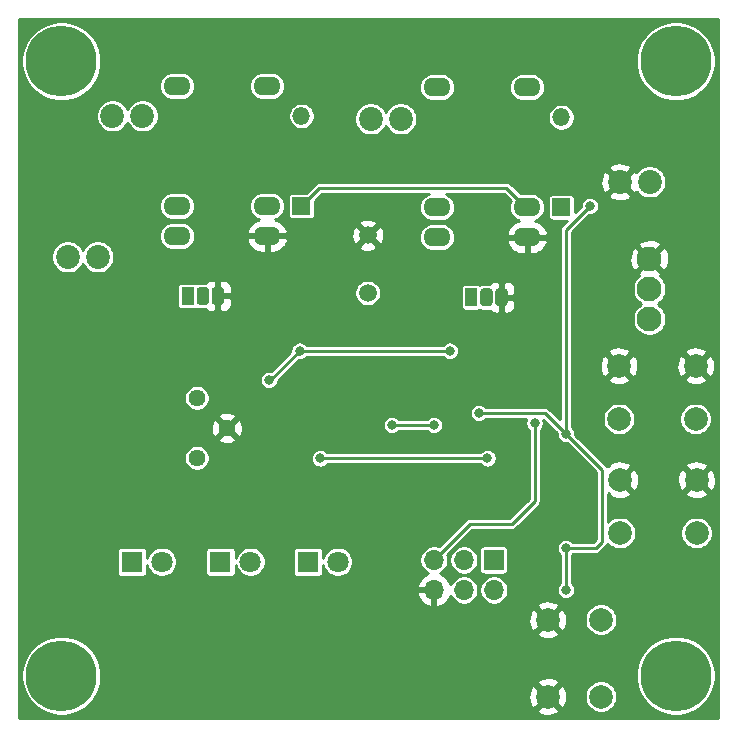
<source format=gbr>
%TF.GenerationSoftware,KiCad,Pcbnew,5.1.9-73d0e3b20d~88~ubuntu20.04.1*%
%TF.CreationDate,2021-03-10T21:47:20+01:00*%
%TF.ProjectId,arduBell,61726475-4265-46c6-9c2e-6b696361645f,rev?*%
%TF.SameCoordinates,Original*%
%TF.FileFunction,Copper,L2,Bot*%
%TF.FilePolarity,Positive*%
%FSLAX46Y46*%
G04 Gerber Fmt 4.6, Leading zero omitted, Abs format (unit mm)*
G04 Created by KiCad (PCBNEW 5.1.9-73d0e3b20d~88~ubuntu20.04.1) date 2021-03-10 21:47:20*
%MOMM*%
%LPD*%
G01*
G04 APERTURE LIST*
%TA.AperFunction,ComponentPad*%
%ADD10C,0.800000*%
%TD*%
%TA.AperFunction,ComponentPad*%
%ADD11C,6.000000*%
%TD*%
%TA.AperFunction,ComponentPad*%
%ADD12R,1.050000X1.500000*%
%TD*%
%TA.AperFunction,ComponentPad*%
%ADD13O,1.700000X1.700000*%
%TD*%
%TA.AperFunction,ComponentPad*%
%ADD14R,1.700000X1.700000*%
%TD*%
%TA.AperFunction,ComponentPad*%
%ADD15O,2.300000X1.600000*%
%TD*%
%TA.AperFunction,ComponentPad*%
%ADD16C,1.800000*%
%TD*%
%TA.AperFunction,ComponentPad*%
%ADD17R,1.800000X1.800000*%
%TD*%
%TA.AperFunction,ComponentPad*%
%ADD18C,2.020000*%
%TD*%
%TA.AperFunction,ComponentPad*%
%ADD19C,1.440000*%
%TD*%
%TA.AperFunction,ComponentPad*%
%ADD20C,1.500000*%
%TD*%
%TA.AperFunction,ComponentPad*%
%ADD21C,2.000000*%
%TD*%
%TA.AperFunction,ComponentPad*%
%ADD22O,1.500000X1.500000*%
%TD*%
%TA.AperFunction,ComponentPad*%
%ADD23R,1.500000X1.500000*%
%TD*%
%TA.AperFunction,ComponentPad*%
%ADD24C,2.100000*%
%TD*%
%TA.AperFunction,ViaPad*%
%ADD25C,0.800000*%
%TD*%
%TA.AperFunction,Conductor*%
%ADD26C,0.250000*%
%TD*%
%TA.AperFunction,Conductor*%
%ADD27C,0.254000*%
%TD*%
%TA.AperFunction,Conductor*%
%ADD28C,0.100000*%
%TD*%
G04 APERTURE END LIST*
D10*
%TO.P, ,1*%
%TO.N,N/C*%
X124424990Y-68395010D03*
X122834000Y-67736000D03*
X121243010Y-68395010D03*
X120584000Y-69986000D03*
X121243010Y-71576990D03*
X122834000Y-72236000D03*
X124424990Y-71576990D03*
X125084000Y-69986000D03*
D11*
X122834000Y-69986000D03*
%TD*%
%TO.P, ,1*%
%TO.N,N/C*%
X122834000Y-17986000D03*
D10*
X125084000Y-17986000D03*
X124424990Y-19576990D03*
X122834000Y-20236000D03*
X121243010Y-19576990D03*
X120584000Y-17986000D03*
X121243010Y-16395010D03*
X122834000Y-15736000D03*
X124424990Y-16395010D03*
%TD*%
D11*
%TO.P, ,1*%
%TO.N,N/C*%
X70834000Y-17986000D03*
D10*
X73084000Y-17986000D03*
X72424990Y-19576990D03*
X70834000Y-20236000D03*
X69243010Y-19576990D03*
X68584000Y-17986000D03*
X69243010Y-16395010D03*
X70834000Y-15736000D03*
X72424990Y-16395010D03*
%TD*%
%TO.P, ,1*%
%TO.N,N/C*%
X72424990Y-68395010D03*
X70834000Y-67736000D03*
X69243010Y-68395010D03*
X68584000Y-69986000D03*
X69243010Y-71576990D03*
X70834000Y-72236000D03*
X72424990Y-71576990D03*
X73084000Y-69986000D03*
D11*
X70834000Y-69986000D03*
%TD*%
D12*
%TO.P,Q1,1*%
%TO.N,Net-(D2-Pad2)*%
X105539000Y-37957001D03*
%TO.P,Q1,3*%
%TO.N,GND*%
%TA.AperFunction,ComponentPad*%
G36*
G01*
X107554000Y-38444501D02*
X107554000Y-37469501D01*
G75*
G02*
X107816500Y-37207001I262500J0D01*
G01*
X108341500Y-37207001D01*
G75*
G02*
X108604000Y-37469501I0J-262500D01*
G01*
X108604000Y-38444501D01*
G75*
G02*
X108341500Y-38707001I-262500J0D01*
G01*
X107816500Y-38707001D01*
G75*
G02*
X107554000Y-38444501I0J262500D01*
G01*
G37*
%TD.AperFunction*%
%TO.P,Q1,2*%
%TO.N,Net-(Q1-Pad2)*%
%TA.AperFunction,ComponentPad*%
G36*
G01*
X106284000Y-38444501D02*
X106284000Y-37469501D01*
G75*
G02*
X106546500Y-37207001I262500J0D01*
G01*
X107071500Y-37207001D01*
G75*
G02*
X107334000Y-37469501I0J-262500D01*
G01*
X107334000Y-38444501D01*
G75*
G02*
X107071500Y-38707001I-262500J0D01*
G01*
X106546500Y-38707001D01*
G75*
G02*
X106284000Y-38444501I0J262500D01*
G01*
G37*
%TD.AperFunction*%
%TD*%
D13*
%TO.P,J1,6*%
%TO.N,GND*%
X102362000Y-62738000D03*
%TO.P,J1,5*%
%TO.N,RESET*%
X102362000Y-60198000D03*
%TO.P,J1,4*%
%TO.N,MOSI*%
X104902000Y-62738000D03*
%TO.P,J1,3*%
%TO.N,SCK*%
X104902000Y-60198000D03*
%TO.P,J1,2*%
%TO.N,VCC*%
X107442000Y-62738000D03*
D14*
%TO.P,J1,1*%
%TO.N,MISO*%
X107442000Y-60198000D03*
%TD*%
D12*
%TO.P,Q2,1*%
%TO.N,Net-(D1-Pad2)*%
X81534000Y-37846000D03*
%TO.P,Q2,3*%
%TO.N,GND*%
%TA.AperFunction,ComponentPad*%
G36*
G01*
X83549000Y-38333500D02*
X83549000Y-37358500D01*
G75*
G02*
X83811500Y-37096000I262500J0D01*
G01*
X84336500Y-37096000D01*
G75*
G02*
X84599000Y-37358500I0J-262500D01*
G01*
X84599000Y-38333500D01*
G75*
G02*
X84336500Y-38596000I-262500J0D01*
G01*
X83811500Y-38596000D01*
G75*
G02*
X83549000Y-38333500I0J262500D01*
G01*
G37*
%TD.AperFunction*%
%TO.P,Q2,2*%
%TO.N,Net-(Q2-Pad2)*%
%TA.AperFunction,ComponentPad*%
G36*
G01*
X82279000Y-38333500D02*
X82279000Y-37358500D01*
G75*
G02*
X82541500Y-37096000I262500J0D01*
G01*
X83066500Y-37096000D01*
G75*
G02*
X83329000Y-37358500I0J-262500D01*
G01*
X83329000Y-38333500D01*
G75*
G02*
X83066500Y-38596000I-262500J0D01*
G01*
X82541500Y-38596000D01*
G75*
G02*
X82279000Y-38333500I0J262500D01*
G01*
G37*
%TD.AperFunction*%
%TD*%
D15*
%TO.P,RLY2,6*%
%TO.N,/Relay2/n_c*%
X80639001Y-32766000D03*
%TO.P,RLY2,7*%
%TO.N,GND*%
X88259001Y-32766000D03*
%TO.P,RLY2,5*%
%TO.N,Net-(D1-Pad2)*%
X80639001Y-30226000D03*
%TO.P,RLY2,1*%
%TO.N,/Relay2/comm*%
X80639001Y-20066000D03*
%TO.P,RLY2,8*%
%TO.N,VCC*%
X88259001Y-30226000D03*
%TO.P,RLY2,12*%
%TO.N,/Relay2/comm*%
X88259001Y-20066000D03*
%TD*%
D16*
%TO.P,D4,2*%
%TO.N,/led2*%
X86835001Y-60349001D03*
D17*
%TO.P,D4,1*%
%TO.N,Net-(D4-Pad1)*%
X84295001Y-60349001D03*
%TD*%
D18*
%TO.P,J4,2*%
%TO.N,Net-(J4-Pad2)*%
X71374000Y-34544000D03*
%TO.P,J4,1*%
%TO.N,Net-(J4-Pad1)*%
X73914000Y-34544000D03*
%TD*%
%TO.P,J3,2*%
%TO.N,VCC*%
X120650000Y-28194000D03*
%TO.P,J3,1*%
%TO.N,GND*%
X118110000Y-28194000D03*
%TD*%
D16*
%TO.P,D3,2*%
%TO.N,/led1*%
X79335001Y-60349001D03*
D17*
%TO.P,D3,1*%
%TO.N,Net-(D3-Pad1)*%
X76795001Y-60349001D03*
%TD*%
D19*
%TO.P,R4,1*%
%TO.N,/bell_detect*%
X82296000Y-51562000D03*
%TO.P,R4,2*%
%TO.N,GND*%
X84836000Y-49022000D03*
%TO.P,R4,3*%
%TO.N,N/C*%
X82296000Y-46482000D03*
%TD*%
D20*
%TO.P,Y1,2*%
%TO.N,GND*%
X96774000Y-32712000D03*
%TO.P,Y1,1*%
%TO.N,Net-(U1-Pad7)*%
X96774000Y-37592000D03*
%TD*%
D18*
%TO.P,J5,2*%
%TO.N,/Relay 1/n_c*%
X99568000Y-22860000D03*
%TO.P,J5,1*%
%TO.N,/Relay 1/comm*%
X97028000Y-22860000D03*
%TD*%
D21*
%TO.P,SW1,1*%
%TO.N,Net-(R12-Pad2)*%
X118110000Y-57912000D03*
%TO.P,SW1,2*%
%TO.N,GND*%
X118110000Y-53412000D03*
%TO.P,SW1,1*%
%TO.N,Net-(R12-Pad2)*%
X124610000Y-57912000D03*
%TO.P,SW1,2*%
%TO.N,GND*%
X124610000Y-53412000D03*
%TD*%
D18*
%TO.P,J6,2*%
%TO.N,/Relay2/n_c*%
X77692000Y-22606000D03*
%TO.P,J6,1*%
%TO.N,/Relay2/comm*%
X75152000Y-22606000D03*
%TD*%
D16*
%TO.P,D5,2*%
%TO.N,/led3*%
X94234000Y-60349001D03*
D17*
%TO.P,D5,1*%
%TO.N,Net-(D5-Pad1)*%
X91694000Y-60349001D03*
%TD*%
D22*
%TO.P,D1,2*%
%TO.N,Net-(D1-Pad2)*%
X91154000Y-22606000D03*
D23*
%TO.P,D1,1*%
%TO.N,VCC*%
X91154000Y-30226000D03*
%TD*%
D24*
%TO.P,J2,3*%
%TO.N,GND*%
X120618000Y-34718000D03*
%TO.P,J2,2*%
%TO.N,Net-(J2-Pad2)*%
X120618000Y-37258000D03*
%TO.P,J2,1*%
%TO.N,Net-(J2-Pad1)*%
X120618000Y-39798000D03*
%TD*%
D22*
%TO.P,D2,2*%
%TO.N,Net-(D2-Pad2)*%
X113159000Y-22717001D03*
D23*
%TO.P,D2,1*%
%TO.N,VCC*%
X113159000Y-30337001D03*
%TD*%
D21*
%TO.P,SW2,1*%
%TO.N,Net-(R13-Pad2)*%
X118036999Y-48260999D03*
%TO.P,SW2,2*%
%TO.N,GND*%
X118036999Y-43760999D03*
%TO.P,SW2,1*%
%TO.N,Net-(R13-Pad2)*%
X124536999Y-48260999D03*
%TO.P,SW2,2*%
%TO.N,GND*%
X124536999Y-43760999D03*
%TD*%
D15*
%TO.P,RLY1,6*%
%TO.N,/Relay 1/n_c*%
X102644001Y-32877001D03*
%TO.P,RLY1,7*%
%TO.N,GND*%
X110264001Y-32877001D03*
%TO.P,RLY1,5*%
%TO.N,Net-(D2-Pad2)*%
X102644001Y-30337001D03*
%TO.P,RLY1,1*%
%TO.N,/Relay 1/comm*%
X102644001Y-20177001D03*
%TO.P,RLY1,8*%
%TO.N,VCC*%
X110264001Y-30337001D03*
%TO.P,RLY1,12*%
%TO.N,/Relay 1/comm*%
X110264001Y-20177001D03*
%TD*%
D21*
%TO.P,S1,1*%
%TO.N,GND*%
X112014000Y-65264000D03*
%TO.P,S1,2*%
%TO.N,RESET*%
X116514000Y-65264000D03*
%TO.P,S1,1*%
%TO.N,GND*%
X112014000Y-71764000D03*
%TO.P,S1,2*%
%TO.N,RESET*%
X116514000Y-71764000D03*
%TD*%
D25*
%TO.N,GND*%
X105918000Y-49530000D03*
%TO.N,VCC*%
X113538000Y-59182000D03*
X113538000Y-62738000D03*
X113538000Y-49530000D03*
X115570000Y-30226000D03*
X103702000Y-42488000D03*
X91002000Y-42488000D03*
X106172000Y-47752000D03*
X88392000Y-44958000D03*
%TO.N,RESET*%
X110890000Y-48622000D03*
%TO.N,/bell_detect*%
X106902000Y-51594000D03*
X92742000Y-51594000D03*
%TO.N,/led1*%
X102362000Y-48768000D03*
X98806000Y-48768000D03*
%TD*%
D26*
%TO.N,VCC*%
X113538000Y-59182000D02*
X113538000Y-62738000D01*
X113538000Y-59182000D02*
X115570000Y-59182000D01*
X115570000Y-59182000D02*
X116078000Y-59182000D01*
X116078000Y-59182000D02*
X116586000Y-58674000D01*
X116586000Y-58674000D02*
X116586000Y-52578000D01*
X116586000Y-52578000D02*
X113538000Y-49530000D01*
X113538000Y-49530000D02*
X113538000Y-32258000D01*
X113538000Y-32258000D02*
X115570000Y-30226000D01*
X103702000Y-42488000D02*
X91002000Y-42488000D01*
X111760000Y-47752000D02*
X113538000Y-49530000D01*
X110264001Y-30337001D02*
X110264001Y-30451999D01*
X110264001Y-30451999D02*
X108514002Y-28702000D01*
X92678000Y-28702000D02*
X91154000Y-30226000D01*
X91002000Y-42488000D02*
X88532000Y-44958000D01*
X88532000Y-44958000D02*
X88392000Y-44958000D01*
X107442000Y-47752000D02*
X106172000Y-47752000D01*
X107188000Y-47752000D02*
X107442000Y-47752000D01*
X107442000Y-47752000D02*
X111760000Y-47752000D01*
X92678000Y-28702000D02*
X108514002Y-28702000D01*
%TO.N,RESET*%
X110890000Y-48622000D02*
X110890000Y-55226000D01*
X110890000Y-55226000D02*
X108966000Y-57150000D01*
X105410000Y-57150000D02*
X102362000Y-60198000D01*
X108966000Y-57150000D02*
X105410000Y-57150000D01*
%TO.N,/bell_detect*%
X106902000Y-51594000D02*
X92742000Y-51594000D01*
%TO.N,/led1*%
X102362000Y-48768000D02*
X98806000Y-48768000D01*
%TD*%
D27*
%TO.N,GND*%
X126424000Y-73576000D02*
X67244000Y-73576000D01*
X67244000Y-69652607D01*
X67449000Y-69652607D01*
X67449000Y-70319393D01*
X67579083Y-70973368D01*
X67834252Y-71589399D01*
X68204698Y-72143812D01*
X68676188Y-72615302D01*
X69230601Y-72985748D01*
X69846632Y-73240917D01*
X70500607Y-73371000D01*
X71167393Y-73371000D01*
X71821368Y-73240917D01*
X72437399Y-72985748D01*
X72566608Y-72899413D01*
X111058192Y-72899413D01*
X111153956Y-73163814D01*
X111443571Y-73304704D01*
X111755108Y-73386384D01*
X112076595Y-73405718D01*
X112395675Y-73361961D01*
X112700088Y-73256795D01*
X112874044Y-73163814D01*
X112969808Y-72899413D01*
X112014000Y-71943605D01*
X111058192Y-72899413D01*
X72566608Y-72899413D01*
X72991812Y-72615302D01*
X73463302Y-72143812D01*
X73675259Y-71826595D01*
X110372282Y-71826595D01*
X110416039Y-72145675D01*
X110521205Y-72450088D01*
X110614186Y-72624044D01*
X110878587Y-72719808D01*
X111834395Y-71764000D01*
X112193605Y-71764000D01*
X113149413Y-72719808D01*
X113413814Y-72624044D01*
X113554704Y-72334429D01*
X113636384Y-72022892D01*
X113655718Y-71701405D01*
X113645596Y-71627589D01*
X115129000Y-71627589D01*
X115129000Y-71900411D01*
X115182225Y-72167989D01*
X115286629Y-72420043D01*
X115438201Y-72646886D01*
X115631114Y-72839799D01*
X115857957Y-72991371D01*
X116110011Y-73095775D01*
X116377589Y-73149000D01*
X116650411Y-73149000D01*
X116917989Y-73095775D01*
X117170043Y-72991371D01*
X117396886Y-72839799D01*
X117589799Y-72646886D01*
X117741371Y-72420043D01*
X117845775Y-72167989D01*
X117899000Y-71900411D01*
X117899000Y-71627589D01*
X117845775Y-71360011D01*
X117741371Y-71107957D01*
X117589799Y-70881114D01*
X117396886Y-70688201D01*
X117170043Y-70536629D01*
X116917989Y-70432225D01*
X116650411Y-70379000D01*
X116377589Y-70379000D01*
X116110011Y-70432225D01*
X115857957Y-70536629D01*
X115631114Y-70688201D01*
X115438201Y-70881114D01*
X115286629Y-71107957D01*
X115182225Y-71360011D01*
X115129000Y-71627589D01*
X113645596Y-71627589D01*
X113611961Y-71382325D01*
X113506795Y-71077912D01*
X113413814Y-70903956D01*
X113149413Y-70808192D01*
X112193605Y-71764000D01*
X111834395Y-71764000D01*
X110878587Y-70808192D01*
X110614186Y-70903956D01*
X110473296Y-71193571D01*
X110391616Y-71505108D01*
X110372282Y-71826595D01*
X73675259Y-71826595D01*
X73833748Y-71589399D01*
X74088917Y-70973368D01*
X74157497Y-70628587D01*
X111058192Y-70628587D01*
X112014000Y-71584395D01*
X112969808Y-70628587D01*
X112874044Y-70364186D01*
X112584429Y-70223296D01*
X112272892Y-70141616D01*
X111951405Y-70122282D01*
X111632325Y-70166039D01*
X111327912Y-70271205D01*
X111153956Y-70364186D01*
X111058192Y-70628587D01*
X74157497Y-70628587D01*
X74219000Y-70319393D01*
X74219000Y-69652607D01*
X119449000Y-69652607D01*
X119449000Y-70319393D01*
X119579083Y-70973368D01*
X119834252Y-71589399D01*
X120204698Y-72143812D01*
X120676188Y-72615302D01*
X121230601Y-72985748D01*
X121846632Y-73240917D01*
X122500607Y-73371000D01*
X123167393Y-73371000D01*
X123821368Y-73240917D01*
X124437399Y-72985748D01*
X124991812Y-72615302D01*
X125463302Y-72143812D01*
X125833748Y-71589399D01*
X126088917Y-70973368D01*
X126219000Y-70319393D01*
X126219000Y-69652607D01*
X126088917Y-68998632D01*
X125833748Y-68382601D01*
X125463302Y-67828188D01*
X124991812Y-67356698D01*
X124437399Y-66986252D01*
X123821368Y-66731083D01*
X123167393Y-66601000D01*
X122500607Y-66601000D01*
X121846632Y-66731083D01*
X121230601Y-66986252D01*
X120676188Y-67356698D01*
X120204698Y-67828188D01*
X119834252Y-68382601D01*
X119579083Y-68998632D01*
X119449000Y-69652607D01*
X74219000Y-69652607D01*
X74088917Y-68998632D01*
X73833748Y-68382601D01*
X73463302Y-67828188D01*
X72991812Y-67356698D01*
X72437399Y-66986252D01*
X71821368Y-66731083D01*
X71167393Y-66601000D01*
X70500607Y-66601000D01*
X69846632Y-66731083D01*
X69230601Y-66986252D01*
X68676188Y-67356698D01*
X68204698Y-67828188D01*
X67834252Y-68382601D01*
X67579083Y-68998632D01*
X67449000Y-69652607D01*
X67244000Y-69652607D01*
X67244000Y-66399413D01*
X111058192Y-66399413D01*
X111153956Y-66663814D01*
X111443571Y-66804704D01*
X111755108Y-66886384D01*
X112076595Y-66905718D01*
X112395675Y-66861961D01*
X112700088Y-66756795D01*
X112874044Y-66663814D01*
X112969808Y-66399413D01*
X112014000Y-65443605D01*
X111058192Y-66399413D01*
X67244000Y-66399413D01*
X67244000Y-65326595D01*
X110372282Y-65326595D01*
X110416039Y-65645675D01*
X110521205Y-65950088D01*
X110614186Y-66124044D01*
X110878587Y-66219808D01*
X111834395Y-65264000D01*
X112193605Y-65264000D01*
X113149413Y-66219808D01*
X113413814Y-66124044D01*
X113554704Y-65834429D01*
X113636384Y-65522892D01*
X113655718Y-65201405D01*
X113645596Y-65127589D01*
X115129000Y-65127589D01*
X115129000Y-65400411D01*
X115182225Y-65667989D01*
X115286629Y-65920043D01*
X115438201Y-66146886D01*
X115631114Y-66339799D01*
X115857957Y-66491371D01*
X116110011Y-66595775D01*
X116377589Y-66649000D01*
X116650411Y-66649000D01*
X116917989Y-66595775D01*
X117170043Y-66491371D01*
X117396886Y-66339799D01*
X117589799Y-66146886D01*
X117741371Y-65920043D01*
X117845775Y-65667989D01*
X117899000Y-65400411D01*
X117899000Y-65127589D01*
X117845775Y-64860011D01*
X117741371Y-64607957D01*
X117589799Y-64381114D01*
X117396886Y-64188201D01*
X117170043Y-64036629D01*
X116917989Y-63932225D01*
X116650411Y-63879000D01*
X116377589Y-63879000D01*
X116110011Y-63932225D01*
X115857957Y-64036629D01*
X115631114Y-64188201D01*
X115438201Y-64381114D01*
X115286629Y-64607957D01*
X115182225Y-64860011D01*
X115129000Y-65127589D01*
X113645596Y-65127589D01*
X113611961Y-64882325D01*
X113506795Y-64577912D01*
X113413814Y-64403956D01*
X113149413Y-64308192D01*
X112193605Y-65264000D01*
X111834395Y-65264000D01*
X110878587Y-64308192D01*
X110614186Y-64403956D01*
X110473296Y-64693571D01*
X110391616Y-65005108D01*
X110372282Y-65326595D01*
X67244000Y-65326595D01*
X67244000Y-63094891D01*
X100920519Y-63094891D01*
X101017843Y-63369252D01*
X101166822Y-63619355D01*
X101361731Y-63835588D01*
X101595080Y-64009641D01*
X101857901Y-64134825D01*
X102005110Y-64179476D01*
X102235000Y-64058155D01*
X102235000Y-62865000D01*
X101041186Y-62865000D01*
X100920519Y-63094891D01*
X67244000Y-63094891D01*
X67244000Y-62381109D01*
X100920519Y-62381109D01*
X101041186Y-62611000D01*
X102235000Y-62611000D01*
X102235000Y-62591000D01*
X102489000Y-62591000D01*
X102489000Y-62611000D01*
X102509000Y-62611000D01*
X102509000Y-62865000D01*
X102489000Y-62865000D01*
X102489000Y-64058155D01*
X102718890Y-64179476D01*
X102866099Y-64134825D01*
X102879195Y-64128587D01*
X111058192Y-64128587D01*
X112014000Y-65084395D01*
X112969808Y-64128587D01*
X112874044Y-63864186D01*
X112584429Y-63723296D01*
X112272892Y-63641616D01*
X111951405Y-63622282D01*
X111632325Y-63666039D01*
X111327912Y-63771205D01*
X111153956Y-63864186D01*
X111058192Y-64128587D01*
X102879195Y-64128587D01*
X103128920Y-64009641D01*
X103362269Y-63835588D01*
X103557178Y-63619355D01*
X103706157Y-63369252D01*
X103761775Y-63212463D01*
X103807557Y-63322992D01*
X103942713Y-63525267D01*
X104114733Y-63697287D01*
X104317008Y-63832443D01*
X104541764Y-63925540D01*
X104780363Y-63973000D01*
X105023637Y-63973000D01*
X105262236Y-63925540D01*
X105486992Y-63832443D01*
X105689267Y-63697287D01*
X105861287Y-63525267D01*
X105996443Y-63322992D01*
X106089540Y-63098236D01*
X106137000Y-62859637D01*
X106137000Y-62616363D01*
X106207000Y-62616363D01*
X106207000Y-62859637D01*
X106254460Y-63098236D01*
X106347557Y-63322992D01*
X106482713Y-63525267D01*
X106654733Y-63697287D01*
X106857008Y-63832443D01*
X107081764Y-63925540D01*
X107320363Y-63973000D01*
X107563637Y-63973000D01*
X107802236Y-63925540D01*
X108026992Y-63832443D01*
X108229267Y-63697287D01*
X108401287Y-63525267D01*
X108536443Y-63322992D01*
X108629540Y-63098236D01*
X108677000Y-62859637D01*
X108677000Y-62616363D01*
X108629540Y-62377764D01*
X108536443Y-62153008D01*
X108401287Y-61950733D01*
X108229267Y-61778713D01*
X108026992Y-61643557D01*
X107802236Y-61550460D01*
X107563637Y-61503000D01*
X107320363Y-61503000D01*
X107081764Y-61550460D01*
X106857008Y-61643557D01*
X106654733Y-61778713D01*
X106482713Y-61950733D01*
X106347557Y-62153008D01*
X106254460Y-62377764D01*
X106207000Y-62616363D01*
X106137000Y-62616363D01*
X106089540Y-62377764D01*
X105996443Y-62153008D01*
X105861287Y-61950733D01*
X105689267Y-61778713D01*
X105486992Y-61643557D01*
X105262236Y-61550460D01*
X105023637Y-61503000D01*
X104780363Y-61503000D01*
X104541764Y-61550460D01*
X104317008Y-61643557D01*
X104114733Y-61778713D01*
X103942713Y-61950733D01*
X103807557Y-62153008D01*
X103761775Y-62263537D01*
X103706157Y-62106748D01*
X103557178Y-61856645D01*
X103362269Y-61640412D01*
X103128920Y-61466359D01*
X102866099Y-61341175D01*
X102844880Y-61334739D01*
X102946992Y-61292443D01*
X103149267Y-61157287D01*
X103321287Y-60985267D01*
X103456443Y-60782992D01*
X103549540Y-60558236D01*
X103597000Y-60319637D01*
X103597000Y-60076363D01*
X103667000Y-60076363D01*
X103667000Y-60319637D01*
X103714460Y-60558236D01*
X103807557Y-60782992D01*
X103942713Y-60985267D01*
X104114733Y-61157287D01*
X104317008Y-61292443D01*
X104541764Y-61385540D01*
X104780363Y-61433000D01*
X105023637Y-61433000D01*
X105262236Y-61385540D01*
X105486992Y-61292443D01*
X105689267Y-61157287D01*
X105861287Y-60985267D01*
X105996443Y-60782992D01*
X106089540Y-60558236D01*
X106137000Y-60319637D01*
X106137000Y-60076363D01*
X106089540Y-59837764D01*
X105996443Y-59613008D01*
X105861287Y-59410733D01*
X105798554Y-59348000D01*
X106205138Y-59348000D01*
X106205138Y-61048000D01*
X106212571Y-61123473D01*
X106234586Y-61196046D01*
X106270336Y-61262929D01*
X106318447Y-61321553D01*
X106377071Y-61369664D01*
X106443954Y-61405414D01*
X106516527Y-61427429D01*
X106592000Y-61434862D01*
X108292000Y-61434862D01*
X108367473Y-61427429D01*
X108440046Y-61405414D01*
X108506929Y-61369664D01*
X108565553Y-61321553D01*
X108613664Y-61262929D01*
X108649414Y-61196046D01*
X108671429Y-61123473D01*
X108678862Y-61048000D01*
X108678862Y-59348000D01*
X108671429Y-59272527D01*
X108649414Y-59199954D01*
X108613664Y-59133071D01*
X108565553Y-59074447D01*
X108506929Y-59026336D01*
X108440046Y-58990586D01*
X108367473Y-58968571D01*
X108292000Y-58961138D01*
X106592000Y-58961138D01*
X106516527Y-58968571D01*
X106443954Y-58990586D01*
X106377071Y-59026336D01*
X106318447Y-59074447D01*
X106270336Y-59133071D01*
X106234586Y-59199954D01*
X106212571Y-59272527D01*
X106205138Y-59348000D01*
X105798554Y-59348000D01*
X105689267Y-59238713D01*
X105486992Y-59103557D01*
X105262236Y-59010460D01*
X105023637Y-58963000D01*
X104780363Y-58963000D01*
X104541764Y-59010460D01*
X104317008Y-59103557D01*
X104114733Y-59238713D01*
X103942713Y-59410733D01*
X103807557Y-59613008D01*
X103714460Y-59837764D01*
X103667000Y-60076363D01*
X103597000Y-60076363D01*
X103549540Y-59837764D01*
X103518477Y-59762771D01*
X105621249Y-57660000D01*
X108940955Y-57660000D01*
X108966000Y-57662467D01*
X108991045Y-57660000D01*
X108991048Y-57660000D01*
X109065977Y-57652620D01*
X109162113Y-57623458D01*
X109250711Y-57576101D01*
X109328369Y-57512369D01*
X109344341Y-57492907D01*
X111232913Y-55604336D01*
X111252369Y-55588369D01*
X111316101Y-55510711D01*
X111363458Y-55422113D01*
X111392620Y-55325977D01*
X111400000Y-55251048D01*
X111402467Y-55226000D01*
X111400000Y-55200952D01*
X111400000Y-49222157D01*
X111499749Y-49122408D01*
X111585658Y-48993837D01*
X111644833Y-48850976D01*
X111675000Y-48699316D01*
X111675000Y-48544684D01*
X111644833Y-48393024D01*
X111620125Y-48333373D01*
X112753000Y-49466249D01*
X112753000Y-49607316D01*
X112783167Y-49758976D01*
X112842342Y-49901837D01*
X112928251Y-50030408D01*
X113037592Y-50139749D01*
X113166163Y-50225658D01*
X113309024Y-50284833D01*
X113460684Y-50315000D01*
X113601752Y-50315000D01*
X116076001Y-52789250D01*
X116076000Y-58462751D01*
X115866752Y-58672000D01*
X114138157Y-58672000D01*
X114038408Y-58572251D01*
X113909837Y-58486342D01*
X113766976Y-58427167D01*
X113615316Y-58397000D01*
X113460684Y-58397000D01*
X113309024Y-58427167D01*
X113166163Y-58486342D01*
X113037592Y-58572251D01*
X112928251Y-58681592D01*
X112842342Y-58810163D01*
X112783167Y-58953024D01*
X112753000Y-59104684D01*
X112753000Y-59259316D01*
X112783167Y-59410976D01*
X112842342Y-59553837D01*
X112928251Y-59682408D01*
X113028000Y-59782157D01*
X113028001Y-62137842D01*
X112928251Y-62237592D01*
X112842342Y-62366163D01*
X112783167Y-62509024D01*
X112753000Y-62660684D01*
X112753000Y-62815316D01*
X112783167Y-62966976D01*
X112842342Y-63109837D01*
X112928251Y-63238408D01*
X113037592Y-63347749D01*
X113166163Y-63433658D01*
X113309024Y-63492833D01*
X113460684Y-63523000D01*
X113615316Y-63523000D01*
X113766976Y-63492833D01*
X113909837Y-63433658D01*
X114038408Y-63347749D01*
X114147749Y-63238408D01*
X114233658Y-63109837D01*
X114292833Y-62966976D01*
X114323000Y-62815316D01*
X114323000Y-62660684D01*
X114292833Y-62509024D01*
X114233658Y-62366163D01*
X114147749Y-62237592D01*
X114048000Y-62137843D01*
X114048000Y-59782157D01*
X114138157Y-59692000D01*
X116052955Y-59692000D01*
X116078000Y-59694467D01*
X116103045Y-59692000D01*
X116103048Y-59692000D01*
X116177977Y-59684620D01*
X116274113Y-59655458D01*
X116362711Y-59608101D01*
X116440369Y-59544369D01*
X116456341Y-59524907D01*
X116928912Y-59052337D01*
X116948369Y-59036369D01*
X117012101Y-58958711D01*
X117059458Y-58870113D01*
X117071088Y-58831773D01*
X117227114Y-58987799D01*
X117453957Y-59139371D01*
X117706011Y-59243775D01*
X117973589Y-59297000D01*
X118246411Y-59297000D01*
X118513989Y-59243775D01*
X118766043Y-59139371D01*
X118992886Y-58987799D01*
X119185799Y-58794886D01*
X119337371Y-58568043D01*
X119441775Y-58315989D01*
X119495000Y-58048411D01*
X119495000Y-57775589D01*
X123225000Y-57775589D01*
X123225000Y-58048411D01*
X123278225Y-58315989D01*
X123382629Y-58568043D01*
X123534201Y-58794886D01*
X123727114Y-58987799D01*
X123953957Y-59139371D01*
X124206011Y-59243775D01*
X124473589Y-59297000D01*
X124746411Y-59297000D01*
X125013989Y-59243775D01*
X125266043Y-59139371D01*
X125492886Y-58987799D01*
X125685799Y-58794886D01*
X125837371Y-58568043D01*
X125941775Y-58315989D01*
X125995000Y-58048411D01*
X125995000Y-57775589D01*
X125941775Y-57508011D01*
X125837371Y-57255957D01*
X125685799Y-57029114D01*
X125492886Y-56836201D01*
X125266043Y-56684629D01*
X125013989Y-56580225D01*
X124746411Y-56527000D01*
X124473589Y-56527000D01*
X124206011Y-56580225D01*
X123953957Y-56684629D01*
X123727114Y-56836201D01*
X123534201Y-57029114D01*
X123382629Y-57255957D01*
X123278225Y-57508011D01*
X123225000Y-57775589D01*
X119495000Y-57775589D01*
X119441775Y-57508011D01*
X119337371Y-57255957D01*
X119185799Y-57029114D01*
X118992886Y-56836201D01*
X118766043Y-56684629D01*
X118513989Y-56580225D01*
X118246411Y-56527000D01*
X117973589Y-56527000D01*
X117706011Y-56580225D01*
X117453957Y-56684629D01*
X117227114Y-56836201D01*
X117096000Y-56967315D01*
X117096000Y-54605608D01*
X117154193Y-54547415D01*
X117249956Y-54811814D01*
X117539571Y-54952704D01*
X117851108Y-55034384D01*
X118172595Y-55053718D01*
X118491675Y-55009961D01*
X118796088Y-54904795D01*
X118970044Y-54811814D01*
X119065808Y-54547413D01*
X123654192Y-54547413D01*
X123749956Y-54811814D01*
X124039571Y-54952704D01*
X124351108Y-55034384D01*
X124672595Y-55053718D01*
X124991675Y-55009961D01*
X125296088Y-54904795D01*
X125470044Y-54811814D01*
X125565808Y-54547413D01*
X124610000Y-53591605D01*
X123654192Y-54547413D01*
X119065808Y-54547413D01*
X118110000Y-53591605D01*
X118095858Y-53605748D01*
X117916253Y-53426143D01*
X117930395Y-53412000D01*
X118289605Y-53412000D01*
X119245413Y-54367808D01*
X119509814Y-54272044D01*
X119650704Y-53982429D01*
X119732384Y-53670892D01*
X119744189Y-53474595D01*
X122968282Y-53474595D01*
X123012039Y-53793675D01*
X123117205Y-54098088D01*
X123210186Y-54272044D01*
X123474587Y-54367808D01*
X124430395Y-53412000D01*
X124789605Y-53412000D01*
X125745413Y-54367808D01*
X126009814Y-54272044D01*
X126150704Y-53982429D01*
X126232384Y-53670892D01*
X126251718Y-53349405D01*
X126207961Y-53030325D01*
X126102795Y-52725912D01*
X126009814Y-52551956D01*
X125745413Y-52456192D01*
X124789605Y-53412000D01*
X124430395Y-53412000D01*
X123474587Y-52456192D01*
X123210186Y-52551956D01*
X123069296Y-52841571D01*
X122987616Y-53153108D01*
X122968282Y-53474595D01*
X119744189Y-53474595D01*
X119751718Y-53349405D01*
X119707961Y-53030325D01*
X119602795Y-52725912D01*
X119509814Y-52551956D01*
X119245413Y-52456192D01*
X118289605Y-53412000D01*
X117930395Y-53412000D01*
X117916253Y-53397858D01*
X118095858Y-53218253D01*
X118110000Y-53232395D01*
X119065808Y-52276587D01*
X123654192Y-52276587D01*
X124610000Y-53232395D01*
X125565808Y-52276587D01*
X125470044Y-52012186D01*
X125180429Y-51871296D01*
X124868892Y-51789616D01*
X124547405Y-51770282D01*
X124228325Y-51814039D01*
X123923912Y-51919205D01*
X123749956Y-52012186D01*
X123654192Y-52276587D01*
X119065808Y-52276587D01*
X118970044Y-52012186D01*
X118680429Y-51871296D01*
X118368892Y-51789616D01*
X118047405Y-51770282D01*
X117728325Y-51814039D01*
X117423912Y-51919205D01*
X117249956Y-52012186D01*
X117154193Y-52276585D01*
X117038525Y-52160917D01*
X116964345Y-52235097D01*
X116964336Y-52235087D01*
X116948369Y-52215631D01*
X116928913Y-52199664D01*
X114323000Y-49593752D01*
X114323000Y-49452684D01*
X114292833Y-49301024D01*
X114233658Y-49158163D01*
X114147749Y-49029592D01*
X114048000Y-48929843D01*
X114048000Y-48124588D01*
X116651999Y-48124588D01*
X116651999Y-48397410D01*
X116705224Y-48664988D01*
X116809628Y-48917042D01*
X116961200Y-49143885D01*
X117154113Y-49336798D01*
X117380956Y-49488370D01*
X117633010Y-49592774D01*
X117900588Y-49645999D01*
X118173410Y-49645999D01*
X118440988Y-49592774D01*
X118693042Y-49488370D01*
X118919885Y-49336798D01*
X119112798Y-49143885D01*
X119264370Y-48917042D01*
X119368774Y-48664988D01*
X119421999Y-48397410D01*
X119421999Y-48124588D01*
X123151999Y-48124588D01*
X123151999Y-48397410D01*
X123205224Y-48664988D01*
X123309628Y-48917042D01*
X123461200Y-49143885D01*
X123654113Y-49336798D01*
X123880956Y-49488370D01*
X124133010Y-49592774D01*
X124400588Y-49645999D01*
X124673410Y-49645999D01*
X124940988Y-49592774D01*
X125193042Y-49488370D01*
X125419885Y-49336798D01*
X125612798Y-49143885D01*
X125764370Y-48917042D01*
X125868774Y-48664988D01*
X125921999Y-48397410D01*
X125921999Y-48124588D01*
X125868774Y-47857010D01*
X125764370Y-47604956D01*
X125612798Y-47378113D01*
X125419885Y-47185200D01*
X125193042Y-47033628D01*
X124940988Y-46929224D01*
X124673410Y-46875999D01*
X124400588Y-46875999D01*
X124133010Y-46929224D01*
X123880956Y-47033628D01*
X123654113Y-47185200D01*
X123461200Y-47378113D01*
X123309628Y-47604956D01*
X123205224Y-47857010D01*
X123151999Y-48124588D01*
X119421999Y-48124588D01*
X119368774Y-47857010D01*
X119264370Y-47604956D01*
X119112798Y-47378113D01*
X118919885Y-47185200D01*
X118693042Y-47033628D01*
X118440988Y-46929224D01*
X118173410Y-46875999D01*
X117900588Y-46875999D01*
X117633010Y-46929224D01*
X117380956Y-47033628D01*
X117154113Y-47185200D01*
X116961200Y-47378113D01*
X116809628Y-47604956D01*
X116705224Y-47857010D01*
X116651999Y-48124588D01*
X114048000Y-48124588D01*
X114048000Y-44896412D01*
X117081191Y-44896412D01*
X117176955Y-45160813D01*
X117466570Y-45301703D01*
X117778107Y-45383383D01*
X118099594Y-45402717D01*
X118418674Y-45358960D01*
X118723087Y-45253794D01*
X118897043Y-45160813D01*
X118992807Y-44896412D01*
X123581191Y-44896412D01*
X123676955Y-45160813D01*
X123966570Y-45301703D01*
X124278107Y-45383383D01*
X124599594Y-45402717D01*
X124918674Y-45358960D01*
X125223087Y-45253794D01*
X125397043Y-45160813D01*
X125492807Y-44896412D01*
X124536999Y-43940604D01*
X123581191Y-44896412D01*
X118992807Y-44896412D01*
X118036999Y-43940604D01*
X117081191Y-44896412D01*
X114048000Y-44896412D01*
X114048000Y-43823594D01*
X116395281Y-43823594D01*
X116439038Y-44142674D01*
X116544204Y-44447087D01*
X116637185Y-44621043D01*
X116901586Y-44716807D01*
X117857394Y-43760999D01*
X118216604Y-43760999D01*
X119172412Y-44716807D01*
X119436813Y-44621043D01*
X119577703Y-44331428D01*
X119659383Y-44019891D01*
X119671188Y-43823594D01*
X122895281Y-43823594D01*
X122939038Y-44142674D01*
X123044204Y-44447087D01*
X123137185Y-44621043D01*
X123401586Y-44716807D01*
X124357394Y-43760999D01*
X124716604Y-43760999D01*
X125672412Y-44716807D01*
X125936813Y-44621043D01*
X126077703Y-44331428D01*
X126159383Y-44019891D01*
X126178717Y-43698404D01*
X126134960Y-43379324D01*
X126029794Y-43074911D01*
X125936813Y-42900955D01*
X125672412Y-42805191D01*
X124716604Y-43760999D01*
X124357394Y-43760999D01*
X123401586Y-42805191D01*
X123137185Y-42900955D01*
X122996295Y-43190570D01*
X122914615Y-43502107D01*
X122895281Y-43823594D01*
X119671188Y-43823594D01*
X119678717Y-43698404D01*
X119634960Y-43379324D01*
X119529794Y-43074911D01*
X119436813Y-42900955D01*
X119172412Y-42805191D01*
X118216604Y-43760999D01*
X117857394Y-43760999D01*
X116901586Y-42805191D01*
X116637185Y-42900955D01*
X116496295Y-43190570D01*
X116414615Y-43502107D01*
X116395281Y-43823594D01*
X114048000Y-43823594D01*
X114048000Y-42625586D01*
X117081191Y-42625586D01*
X118036999Y-43581394D01*
X118992807Y-42625586D01*
X123581191Y-42625586D01*
X124536999Y-43581394D01*
X125492807Y-42625586D01*
X125397043Y-42361185D01*
X125107428Y-42220295D01*
X124795891Y-42138615D01*
X124474404Y-42119281D01*
X124155324Y-42163038D01*
X123850911Y-42268204D01*
X123676955Y-42361185D01*
X123581191Y-42625586D01*
X118992807Y-42625586D01*
X118897043Y-42361185D01*
X118607428Y-42220295D01*
X118295891Y-42138615D01*
X117974404Y-42119281D01*
X117655324Y-42163038D01*
X117350911Y-42268204D01*
X117176955Y-42361185D01*
X117081191Y-42625586D01*
X114048000Y-42625586D01*
X114048000Y-37116665D01*
X119183000Y-37116665D01*
X119183000Y-37399335D01*
X119238147Y-37676574D01*
X119346320Y-37937727D01*
X119503363Y-38172759D01*
X119703241Y-38372637D01*
X119935759Y-38528000D01*
X119703241Y-38683363D01*
X119503363Y-38883241D01*
X119346320Y-39118273D01*
X119238147Y-39379426D01*
X119183000Y-39656665D01*
X119183000Y-39939335D01*
X119238147Y-40216574D01*
X119346320Y-40477727D01*
X119503363Y-40712759D01*
X119703241Y-40912637D01*
X119938273Y-41069680D01*
X120199426Y-41177853D01*
X120476665Y-41233000D01*
X120759335Y-41233000D01*
X121036574Y-41177853D01*
X121297727Y-41069680D01*
X121532759Y-40912637D01*
X121732637Y-40712759D01*
X121889680Y-40477727D01*
X121997853Y-40216574D01*
X122053000Y-39939335D01*
X122053000Y-39656665D01*
X121997853Y-39379426D01*
X121889680Y-39118273D01*
X121732637Y-38883241D01*
X121532759Y-38683363D01*
X121300241Y-38528000D01*
X121532759Y-38372637D01*
X121732637Y-38172759D01*
X121889680Y-37937727D01*
X121997853Y-37676574D01*
X122053000Y-37399335D01*
X122053000Y-37116665D01*
X121997853Y-36839426D01*
X121889680Y-36578273D01*
X121732637Y-36343241D01*
X121532759Y-36143363D01*
X121517308Y-36133039D01*
X121609461Y-35889066D01*
X120618000Y-34897605D01*
X119626539Y-35889066D01*
X119718692Y-36133039D01*
X119703241Y-36143363D01*
X119503363Y-36343241D01*
X119346320Y-36578273D01*
X119238147Y-36839426D01*
X119183000Y-37116665D01*
X114048000Y-37116665D01*
X114048000Y-34778617D01*
X118925934Y-34778617D01*
X118970272Y-35107557D01*
X119077931Y-35421527D01*
X119177421Y-35607661D01*
X119446934Y-35709461D01*
X120438395Y-34718000D01*
X120797605Y-34718000D01*
X121789066Y-35709461D01*
X122058579Y-35607661D01*
X122204463Y-35309523D01*
X122289380Y-34988654D01*
X122310066Y-34657383D01*
X122265728Y-34328443D01*
X122158069Y-34014473D01*
X122058579Y-33828339D01*
X121789066Y-33726539D01*
X120797605Y-34718000D01*
X120438395Y-34718000D01*
X119446934Y-33726539D01*
X119177421Y-33828339D01*
X119031537Y-34126477D01*
X118946620Y-34447346D01*
X118925934Y-34778617D01*
X114048000Y-34778617D01*
X114048000Y-33546934D01*
X119626539Y-33546934D01*
X120618000Y-34538395D01*
X121609461Y-33546934D01*
X121507661Y-33277421D01*
X121209523Y-33131537D01*
X120888654Y-33046620D01*
X120557383Y-33025934D01*
X120228443Y-33070272D01*
X119914473Y-33177931D01*
X119728339Y-33277421D01*
X119626539Y-33546934D01*
X114048000Y-33546934D01*
X114048000Y-32469248D01*
X115506249Y-31011000D01*
X115647316Y-31011000D01*
X115798976Y-30980833D01*
X115941837Y-30921658D01*
X116070408Y-30835749D01*
X116179749Y-30726408D01*
X116265658Y-30597837D01*
X116324833Y-30454976D01*
X116355000Y-30303316D01*
X116355000Y-30148684D01*
X116324833Y-29997024D01*
X116265658Y-29854163D01*
X116179749Y-29725592D01*
X116070408Y-29616251D01*
X115941837Y-29530342D01*
X115798976Y-29471167D01*
X115647316Y-29441000D01*
X115492684Y-29441000D01*
X115341024Y-29471167D01*
X115198163Y-29530342D01*
X115069592Y-29616251D01*
X114960251Y-29725592D01*
X114874342Y-29854163D01*
X114815167Y-29997024D01*
X114785000Y-30148684D01*
X114785000Y-30289751D01*
X114295862Y-30778889D01*
X114295862Y-29587001D01*
X114288429Y-29511528D01*
X114266414Y-29438955D01*
X114230664Y-29372072D01*
X114201509Y-29336545D01*
X117147061Y-29336545D01*
X117244032Y-29601968D01*
X117535353Y-29743856D01*
X117848757Y-29826185D01*
X118172200Y-29845789D01*
X118493253Y-29801916D01*
X118799578Y-29696251D01*
X118975968Y-29601968D01*
X119072939Y-29336545D01*
X118110000Y-28373605D01*
X117147061Y-29336545D01*
X114201509Y-29336545D01*
X114182553Y-29313448D01*
X114123929Y-29265337D01*
X114057046Y-29229587D01*
X113984473Y-29207572D01*
X113909000Y-29200139D01*
X112409000Y-29200139D01*
X112333527Y-29207572D01*
X112260954Y-29229587D01*
X112194071Y-29265337D01*
X112135447Y-29313448D01*
X112087336Y-29372072D01*
X112051586Y-29438955D01*
X112029571Y-29511528D01*
X112022138Y-29587001D01*
X112022138Y-31087001D01*
X112029571Y-31162474D01*
X112051586Y-31235047D01*
X112087336Y-31301930D01*
X112135447Y-31360554D01*
X112194071Y-31408665D01*
X112260954Y-31444415D01*
X112333527Y-31466430D01*
X112409000Y-31473863D01*
X113600889Y-31473863D01*
X113195088Y-31879664D01*
X113175632Y-31895631D01*
X113159665Y-31915087D01*
X113159664Y-31915088D01*
X113111900Y-31973289D01*
X113064542Y-32061888D01*
X113035381Y-32158023D01*
X113025533Y-32258000D01*
X113028001Y-32283055D01*
X113028000Y-48298752D01*
X112138341Y-47409093D01*
X112122369Y-47389631D01*
X112044711Y-47325899D01*
X111956113Y-47278542D01*
X111859977Y-47249380D01*
X111785048Y-47242000D01*
X111785045Y-47242000D01*
X111760000Y-47239533D01*
X111734955Y-47242000D01*
X106772157Y-47242000D01*
X106672408Y-47142251D01*
X106543837Y-47056342D01*
X106400976Y-46997167D01*
X106249316Y-46967000D01*
X106094684Y-46967000D01*
X105943024Y-46997167D01*
X105800163Y-47056342D01*
X105671592Y-47142251D01*
X105562251Y-47251592D01*
X105476342Y-47380163D01*
X105417167Y-47523024D01*
X105387000Y-47674684D01*
X105387000Y-47829316D01*
X105417167Y-47980976D01*
X105476342Y-48123837D01*
X105562251Y-48252408D01*
X105671592Y-48361749D01*
X105800163Y-48447658D01*
X105943024Y-48506833D01*
X106094684Y-48537000D01*
X106249316Y-48537000D01*
X106400976Y-48506833D01*
X106543837Y-48447658D01*
X106672408Y-48361749D01*
X106772157Y-48262000D01*
X110189439Y-48262000D01*
X110135167Y-48393024D01*
X110105000Y-48544684D01*
X110105000Y-48699316D01*
X110135167Y-48850976D01*
X110194342Y-48993837D01*
X110280251Y-49122408D01*
X110380000Y-49222157D01*
X110380001Y-55014750D01*
X108754752Y-56640000D01*
X105435048Y-56640000D01*
X105410000Y-56637533D01*
X105310022Y-56647380D01*
X105213887Y-56676542D01*
X105125289Y-56723899D01*
X105047631Y-56787631D01*
X105031664Y-56807087D01*
X102797229Y-59041523D01*
X102722236Y-59010460D01*
X102483637Y-58963000D01*
X102240363Y-58963000D01*
X102001764Y-59010460D01*
X101777008Y-59103557D01*
X101574733Y-59238713D01*
X101402713Y-59410733D01*
X101267557Y-59613008D01*
X101174460Y-59837764D01*
X101127000Y-60076363D01*
X101127000Y-60319637D01*
X101174460Y-60558236D01*
X101267557Y-60782992D01*
X101402713Y-60985267D01*
X101574733Y-61157287D01*
X101777008Y-61292443D01*
X101879120Y-61334739D01*
X101857901Y-61341175D01*
X101595080Y-61466359D01*
X101361731Y-61640412D01*
X101166822Y-61856645D01*
X101017843Y-62106748D01*
X100920519Y-62381109D01*
X67244000Y-62381109D01*
X67244000Y-59449001D01*
X75508139Y-59449001D01*
X75508139Y-61249001D01*
X75515572Y-61324474D01*
X75537587Y-61397047D01*
X75573337Y-61463930D01*
X75621448Y-61522554D01*
X75680072Y-61570665D01*
X75746955Y-61606415D01*
X75819528Y-61628430D01*
X75895001Y-61635863D01*
X77695001Y-61635863D01*
X77770474Y-61628430D01*
X77843047Y-61606415D01*
X77909930Y-61570665D01*
X77968554Y-61522554D01*
X78016665Y-61463930D01*
X78052415Y-61397047D01*
X78074430Y-61324474D01*
X78081863Y-61249001D01*
X78081863Y-60635746D01*
X78099382Y-60723822D01*
X78196248Y-60957677D01*
X78336876Y-61168141D01*
X78515861Y-61347126D01*
X78726325Y-61487754D01*
X78960180Y-61584620D01*
X79208440Y-61634001D01*
X79461562Y-61634001D01*
X79709822Y-61584620D01*
X79943677Y-61487754D01*
X80154141Y-61347126D01*
X80333126Y-61168141D01*
X80473754Y-60957677D01*
X80570620Y-60723822D01*
X80620001Y-60475562D01*
X80620001Y-60222440D01*
X80570620Y-59974180D01*
X80473754Y-59740325D01*
X80333126Y-59529861D01*
X80252266Y-59449001D01*
X83008139Y-59449001D01*
X83008139Y-61249001D01*
X83015572Y-61324474D01*
X83037587Y-61397047D01*
X83073337Y-61463930D01*
X83121448Y-61522554D01*
X83180072Y-61570665D01*
X83246955Y-61606415D01*
X83319528Y-61628430D01*
X83395001Y-61635863D01*
X85195001Y-61635863D01*
X85270474Y-61628430D01*
X85343047Y-61606415D01*
X85409930Y-61570665D01*
X85468554Y-61522554D01*
X85516665Y-61463930D01*
X85552415Y-61397047D01*
X85574430Y-61324474D01*
X85581863Y-61249001D01*
X85581863Y-60635746D01*
X85599382Y-60723822D01*
X85696248Y-60957677D01*
X85836876Y-61168141D01*
X86015861Y-61347126D01*
X86226325Y-61487754D01*
X86460180Y-61584620D01*
X86708440Y-61634001D01*
X86961562Y-61634001D01*
X87209822Y-61584620D01*
X87443677Y-61487754D01*
X87654141Y-61347126D01*
X87833126Y-61168141D01*
X87973754Y-60957677D01*
X88070620Y-60723822D01*
X88120001Y-60475562D01*
X88120001Y-60222440D01*
X88070620Y-59974180D01*
X87973754Y-59740325D01*
X87833126Y-59529861D01*
X87752266Y-59449001D01*
X90407138Y-59449001D01*
X90407138Y-61249001D01*
X90414571Y-61324474D01*
X90436586Y-61397047D01*
X90472336Y-61463930D01*
X90520447Y-61522554D01*
X90579071Y-61570665D01*
X90645954Y-61606415D01*
X90718527Y-61628430D01*
X90794000Y-61635863D01*
X92594000Y-61635863D01*
X92669473Y-61628430D01*
X92742046Y-61606415D01*
X92808929Y-61570665D01*
X92867553Y-61522554D01*
X92915664Y-61463930D01*
X92951414Y-61397047D01*
X92973429Y-61324474D01*
X92980862Y-61249001D01*
X92980862Y-60635746D01*
X92998381Y-60723822D01*
X93095247Y-60957677D01*
X93235875Y-61168141D01*
X93414860Y-61347126D01*
X93625324Y-61487754D01*
X93859179Y-61584620D01*
X94107439Y-61634001D01*
X94360561Y-61634001D01*
X94608821Y-61584620D01*
X94842676Y-61487754D01*
X95053140Y-61347126D01*
X95232125Y-61168141D01*
X95372753Y-60957677D01*
X95469619Y-60723822D01*
X95519000Y-60475562D01*
X95519000Y-60222440D01*
X95469619Y-59974180D01*
X95372753Y-59740325D01*
X95232125Y-59529861D01*
X95053140Y-59350876D01*
X94842676Y-59210248D01*
X94608821Y-59113382D01*
X94360561Y-59064001D01*
X94107439Y-59064001D01*
X93859179Y-59113382D01*
X93625324Y-59210248D01*
X93414860Y-59350876D01*
X93235875Y-59529861D01*
X93095247Y-59740325D01*
X92998381Y-59974180D01*
X92980862Y-60062256D01*
X92980862Y-59449001D01*
X92973429Y-59373528D01*
X92951414Y-59300955D01*
X92915664Y-59234072D01*
X92867553Y-59175448D01*
X92808929Y-59127337D01*
X92742046Y-59091587D01*
X92669473Y-59069572D01*
X92594000Y-59062139D01*
X90794000Y-59062139D01*
X90718527Y-59069572D01*
X90645954Y-59091587D01*
X90579071Y-59127337D01*
X90520447Y-59175448D01*
X90472336Y-59234072D01*
X90436586Y-59300955D01*
X90414571Y-59373528D01*
X90407138Y-59449001D01*
X87752266Y-59449001D01*
X87654141Y-59350876D01*
X87443677Y-59210248D01*
X87209822Y-59113382D01*
X86961562Y-59064001D01*
X86708440Y-59064001D01*
X86460180Y-59113382D01*
X86226325Y-59210248D01*
X86015861Y-59350876D01*
X85836876Y-59529861D01*
X85696248Y-59740325D01*
X85599382Y-59974180D01*
X85581863Y-60062256D01*
X85581863Y-59449001D01*
X85574430Y-59373528D01*
X85552415Y-59300955D01*
X85516665Y-59234072D01*
X85468554Y-59175448D01*
X85409930Y-59127337D01*
X85343047Y-59091587D01*
X85270474Y-59069572D01*
X85195001Y-59062139D01*
X83395001Y-59062139D01*
X83319528Y-59069572D01*
X83246955Y-59091587D01*
X83180072Y-59127337D01*
X83121448Y-59175448D01*
X83073337Y-59234072D01*
X83037587Y-59300955D01*
X83015572Y-59373528D01*
X83008139Y-59449001D01*
X80252266Y-59449001D01*
X80154141Y-59350876D01*
X79943677Y-59210248D01*
X79709822Y-59113382D01*
X79461562Y-59064001D01*
X79208440Y-59064001D01*
X78960180Y-59113382D01*
X78726325Y-59210248D01*
X78515861Y-59350876D01*
X78336876Y-59529861D01*
X78196248Y-59740325D01*
X78099382Y-59974180D01*
X78081863Y-60062256D01*
X78081863Y-59449001D01*
X78074430Y-59373528D01*
X78052415Y-59300955D01*
X78016665Y-59234072D01*
X77968554Y-59175448D01*
X77909930Y-59127337D01*
X77843047Y-59091587D01*
X77770474Y-59069572D01*
X77695001Y-59062139D01*
X75895001Y-59062139D01*
X75819528Y-59069572D01*
X75746955Y-59091587D01*
X75680072Y-59127337D01*
X75621448Y-59175448D01*
X75573337Y-59234072D01*
X75537587Y-59300955D01*
X75515572Y-59373528D01*
X75508139Y-59449001D01*
X67244000Y-59449001D01*
X67244000Y-51453167D01*
X81191000Y-51453167D01*
X81191000Y-51670833D01*
X81233464Y-51884317D01*
X81316761Y-52085414D01*
X81437690Y-52266397D01*
X81591603Y-52420310D01*
X81772586Y-52541239D01*
X81973683Y-52624536D01*
X82187167Y-52667000D01*
X82404833Y-52667000D01*
X82618317Y-52624536D01*
X82819414Y-52541239D01*
X83000397Y-52420310D01*
X83154310Y-52266397D01*
X83275239Y-52085414D01*
X83358536Y-51884317D01*
X83401000Y-51670833D01*
X83401000Y-51516684D01*
X91957000Y-51516684D01*
X91957000Y-51671316D01*
X91987167Y-51822976D01*
X92046342Y-51965837D01*
X92132251Y-52094408D01*
X92241592Y-52203749D01*
X92370163Y-52289658D01*
X92513024Y-52348833D01*
X92664684Y-52379000D01*
X92819316Y-52379000D01*
X92970976Y-52348833D01*
X93113837Y-52289658D01*
X93242408Y-52203749D01*
X93342157Y-52104000D01*
X106301843Y-52104000D01*
X106401592Y-52203749D01*
X106530163Y-52289658D01*
X106673024Y-52348833D01*
X106824684Y-52379000D01*
X106979316Y-52379000D01*
X107130976Y-52348833D01*
X107273837Y-52289658D01*
X107402408Y-52203749D01*
X107511749Y-52094408D01*
X107597658Y-51965837D01*
X107656833Y-51822976D01*
X107687000Y-51671316D01*
X107687000Y-51516684D01*
X107656833Y-51365024D01*
X107597658Y-51222163D01*
X107511749Y-51093592D01*
X107402408Y-50984251D01*
X107273837Y-50898342D01*
X107130976Y-50839167D01*
X106979316Y-50809000D01*
X106824684Y-50809000D01*
X106673024Y-50839167D01*
X106530163Y-50898342D01*
X106401592Y-50984251D01*
X106301843Y-51084000D01*
X93342157Y-51084000D01*
X93242408Y-50984251D01*
X93113837Y-50898342D01*
X92970976Y-50839167D01*
X92819316Y-50809000D01*
X92664684Y-50809000D01*
X92513024Y-50839167D01*
X92370163Y-50898342D01*
X92241592Y-50984251D01*
X92132251Y-51093592D01*
X92046342Y-51222163D01*
X91987167Y-51365024D01*
X91957000Y-51516684D01*
X83401000Y-51516684D01*
X83401000Y-51453167D01*
X83358536Y-51239683D01*
X83275239Y-51038586D01*
X83154310Y-50857603D01*
X83000397Y-50703690D01*
X82819414Y-50582761D01*
X82618317Y-50499464D01*
X82404833Y-50457000D01*
X82187167Y-50457000D01*
X81973683Y-50499464D01*
X81772586Y-50582761D01*
X81591603Y-50703690D01*
X81437690Y-50857603D01*
X81316761Y-51038586D01*
X81233464Y-51239683D01*
X81191000Y-51453167D01*
X67244000Y-51453167D01*
X67244000Y-49957560D01*
X84080045Y-49957560D01*
X84141932Y-50193368D01*
X84383790Y-50306266D01*
X84643027Y-50369811D01*
X84909680Y-50381561D01*
X85173501Y-50341063D01*
X85424353Y-50249875D01*
X85530068Y-50193368D01*
X85591955Y-49957560D01*
X84836000Y-49201605D01*
X84080045Y-49957560D01*
X67244000Y-49957560D01*
X67244000Y-49095680D01*
X83476439Y-49095680D01*
X83516937Y-49359501D01*
X83608125Y-49610353D01*
X83664632Y-49716068D01*
X83900440Y-49777955D01*
X84656395Y-49022000D01*
X85015605Y-49022000D01*
X85771560Y-49777955D01*
X86007368Y-49716068D01*
X86120266Y-49474210D01*
X86183811Y-49214973D01*
X86195561Y-48948320D01*
X86156013Y-48690684D01*
X98021000Y-48690684D01*
X98021000Y-48845316D01*
X98051167Y-48996976D01*
X98110342Y-49139837D01*
X98196251Y-49268408D01*
X98305592Y-49377749D01*
X98434163Y-49463658D01*
X98577024Y-49522833D01*
X98728684Y-49553000D01*
X98883316Y-49553000D01*
X99034976Y-49522833D01*
X99177837Y-49463658D01*
X99306408Y-49377749D01*
X99406157Y-49278000D01*
X101761843Y-49278000D01*
X101861592Y-49377749D01*
X101990163Y-49463658D01*
X102133024Y-49522833D01*
X102284684Y-49553000D01*
X102439316Y-49553000D01*
X102590976Y-49522833D01*
X102733837Y-49463658D01*
X102862408Y-49377749D01*
X102971749Y-49268408D01*
X103057658Y-49139837D01*
X103116833Y-48996976D01*
X103147000Y-48845316D01*
X103147000Y-48690684D01*
X103116833Y-48539024D01*
X103057658Y-48396163D01*
X102971749Y-48267592D01*
X102862408Y-48158251D01*
X102733837Y-48072342D01*
X102590976Y-48013167D01*
X102439316Y-47983000D01*
X102284684Y-47983000D01*
X102133024Y-48013167D01*
X101990163Y-48072342D01*
X101861592Y-48158251D01*
X101761843Y-48258000D01*
X99406157Y-48258000D01*
X99306408Y-48158251D01*
X99177837Y-48072342D01*
X99034976Y-48013167D01*
X98883316Y-47983000D01*
X98728684Y-47983000D01*
X98577024Y-48013167D01*
X98434163Y-48072342D01*
X98305592Y-48158251D01*
X98196251Y-48267592D01*
X98110342Y-48396163D01*
X98051167Y-48539024D01*
X98021000Y-48690684D01*
X86156013Y-48690684D01*
X86155063Y-48684499D01*
X86063875Y-48433647D01*
X86007368Y-48327932D01*
X85771560Y-48266045D01*
X85015605Y-49022000D01*
X84656395Y-49022000D01*
X83900440Y-48266045D01*
X83664632Y-48327932D01*
X83551734Y-48569790D01*
X83488189Y-48829027D01*
X83476439Y-49095680D01*
X67244000Y-49095680D01*
X67244000Y-48086440D01*
X84080045Y-48086440D01*
X84836000Y-48842395D01*
X85591955Y-48086440D01*
X85530068Y-47850632D01*
X85288210Y-47737734D01*
X85028973Y-47674189D01*
X84762320Y-47662439D01*
X84498499Y-47702937D01*
X84247647Y-47794125D01*
X84141932Y-47850632D01*
X84080045Y-48086440D01*
X67244000Y-48086440D01*
X67244000Y-46373167D01*
X81191000Y-46373167D01*
X81191000Y-46590833D01*
X81233464Y-46804317D01*
X81316761Y-47005414D01*
X81437690Y-47186397D01*
X81591603Y-47340310D01*
X81772586Y-47461239D01*
X81973683Y-47544536D01*
X82187167Y-47587000D01*
X82404833Y-47587000D01*
X82618317Y-47544536D01*
X82819414Y-47461239D01*
X83000397Y-47340310D01*
X83154310Y-47186397D01*
X83275239Y-47005414D01*
X83358536Y-46804317D01*
X83401000Y-46590833D01*
X83401000Y-46373167D01*
X83358536Y-46159683D01*
X83275239Y-45958586D01*
X83154310Y-45777603D01*
X83000397Y-45623690D01*
X82819414Y-45502761D01*
X82618317Y-45419464D01*
X82404833Y-45377000D01*
X82187167Y-45377000D01*
X81973683Y-45419464D01*
X81772586Y-45502761D01*
X81591603Y-45623690D01*
X81437690Y-45777603D01*
X81316761Y-45958586D01*
X81233464Y-46159683D01*
X81191000Y-46373167D01*
X67244000Y-46373167D01*
X67244000Y-44880684D01*
X87607000Y-44880684D01*
X87607000Y-45035316D01*
X87637167Y-45186976D01*
X87696342Y-45329837D01*
X87782251Y-45458408D01*
X87891592Y-45567749D01*
X88020163Y-45653658D01*
X88163024Y-45712833D01*
X88314684Y-45743000D01*
X88469316Y-45743000D01*
X88620976Y-45712833D01*
X88763837Y-45653658D01*
X88892408Y-45567749D01*
X89001749Y-45458408D01*
X89087658Y-45329837D01*
X89146833Y-45186976D01*
X89177000Y-45035316D01*
X89177000Y-45034248D01*
X90938249Y-43273000D01*
X91079316Y-43273000D01*
X91230976Y-43242833D01*
X91373837Y-43183658D01*
X91502408Y-43097749D01*
X91602157Y-42998000D01*
X103101843Y-42998000D01*
X103201592Y-43097749D01*
X103330163Y-43183658D01*
X103473024Y-43242833D01*
X103624684Y-43273000D01*
X103779316Y-43273000D01*
X103930976Y-43242833D01*
X104073837Y-43183658D01*
X104202408Y-43097749D01*
X104311749Y-42988408D01*
X104397658Y-42859837D01*
X104456833Y-42716976D01*
X104487000Y-42565316D01*
X104487000Y-42410684D01*
X104456833Y-42259024D01*
X104397658Y-42116163D01*
X104311749Y-41987592D01*
X104202408Y-41878251D01*
X104073837Y-41792342D01*
X103930976Y-41733167D01*
X103779316Y-41703000D01*
X103624684Y-41703000D01*
X103473024Y-41733167D01*
X103330163Y-41792342D01*
X103201592Y-41878251D01*
X103101843Y-41978000D01*
X91602157Y-41978000D01*
X91502408Y-41878251D01*
X91373837Y-41792342D01*
X91230976Y-41733167D01*
X91079316Y-41703000D01*
X90924684Y-41703000D01*
X90773024Y-41733167D01*
X90630163Y-41792342D01*
X90501592Y-41878251D01*
X90392251Y-41987592D01*
X90306342Y-42116163D01*
X90247167Y-42259024D01*
X90217000Y-42410684D01*
X90217000Y-42551751D01*
X88574775Y-44193977D01*
X88469316Y-44173000D01*
X88314684Y-44173000D01*
X88163024Y-44203167D01*
X88020163Y-44262342D01*
X87891592Y-44348251D01*
X87782251Y-44457592D01*
X87696342Y-44586163D01*
X87637167Y-44729024D01*
X87607000Y-44880684D01*
X67244000Y-44880684D01*
X67244000Y-37096000D01*
X80622138Y-37096000D01*
X80622138Y-38596000D01*
X80629571Y-38671473D01*
X80651586Y-38744046D01*
X80687336Y-38810929D01*
X80735447Y-38869553D01*
X80794071Y-38917664D01*
X80860954Y-38953414D01*
X80933527Y-38975429D01*
X81009000Y-38982862D01*
X82059000Y-38982862D01*
X82134473Y-38975429D01*
X82207046Y-38953414D01*
X82268715Y-38920451D01*
X82293000Y-38933432D01*
X82414816Y-38970385D01*
X82541500Y-38982862D01*
X83045027Y-38982862D01*
X83097815Y-39047185D01*
X83194506Y-39126537D01*
X83304820Y-39185502D01*
X83424518Y-39221812D01*
X83549000Y-39234072D01*
X83788250Y-39231000D01*
X83947000Y-39072250D01*
X83947000Y-37973000D01*
X84201000Y-37973000D01*
X84201000Y-39072250D01*
X84359750Y-39231000D01*
X84599000Y-39234072D01*
X84723482Y-39221812D01*
X84843180Y-39185502D01*
X84953494Y-39126537D01*
X85050185Y-39047185D01*
X85129537Y-38950494D01*
X85188502Y-38840180D01*
X85224812Y-38720482D01*
X85237072Y-38596000D01*
X85234000Y-38131750D01*
X85075250Y-37973000D01*
X84201000Y-37973000D01*
X83947000Y-37973000D01*
X83927000Y-37973000D01*
X83927000Y-37719000D01*
X83947000Y-37719000D01*
X83947000Y-36619750D01*
X84201000Y-36619750D01*
X84201000Y-37719000D01*
X85075250Y-37719000D01*
X85234000Y-37560250D01*
X85234529Y-37480212D01*
X95639000Y-37480212D01*
X95639000Y-37703788D01*
X95682617Y-37923067D01*
X95768176Y-38129624D01*
X95892388Y-38315520D01*
X96050480Y-38473612D01*
X96236376Y-38597824D01*
X96442933Y-38683383D01*
X96662212Y-38727000D01*
X96885788Y-38727000D01*
X97105067Y-38683383D01*
X97311624Y-38597824D01*
X97497520Y-38473612D01*
X97655612Y-38315520D01*
X97779824Y-38129624D01*
X97865383Y-37923067D01*
X97909000Y-37703788D01*
X97909000Y-37480212D01*
X97865383Y-37260933D01*
X97843044Y-37207001D01*
X104627138Y-37207001D01*
X104627138Y-38707001D01*
X104634571Y-38782474D01*
X104656586Y-38855047D01*
X104692336Y-38921930D01*
X104740447Y-38980554D01*
X104799071Y-39028665D01*
X104865954Y-39064415D01*
X104938527Y-39086430D01*
X105014000Y-39093863D01*
X106064000Y-39093863D01*
X106139473Y-39086430D01*
X106212046Y-39064415D01*
X106273715Y-39031452D01*
X106298000Y-39044433D01*
X106419816Y-39081386D01*
X106546500Y-39093863D01*
X107050027Y-39093863D01*
X107102815Y-39158186D01*
X107199506Y-39237538D01*
X107309820Y-39296503D01*
X107429518Y-39332813D01*
X107554000Y-39345073D01*
X107793250Y-39342001D01*
X107952000Y-39183251D01*
X107952000Y-38084001D01*
X108206000Y-38084001D01*
X108206000Y-39183251D01*
X108364750Y-39342001D01*
X108604000Y-39345073D01*
X108728482Y-39332813D01*
X108848180Y-39296503D01*
X108958494Y-39237538D01*
X109055185Y-39158186D01*
X109134537Y-39061495D01*
X109193502Y-38951181D01*
X109229812Y-38831483D01*
X109242072Y-38707001D01*
X109239000Y-38242751D01*
X109080250Y-38084001D01*
X108206000Y-38084001D01*
X107952000Y-38084001D01*
X107932000Y-38084001D01*
X107932000Y-37830001D01*
X107952000Y-37830001D01*
X107952000Y-36730751D01*
X108206000Y-36730751D01*
X108206000Y-37830001D01*
X109080250Y-37830001D01*
X109239000Y-37671251D01*
X109242072Y-37207001D01*
X109229812Y-37082519D01*
X109193502Y-36962821D01*
X109134537Y-36852507D01*
X109055185Y-36755816D01*
X108958494Y-36676464D01*
X108848180Y-36617499D01*
X108728482Y-36581189D01*
X108604000Y-36568929D01*
X108364750Y-36572001D01*
X108206000Y-36730751D01*
X107952000Y-36730751D01*
X107793250Y-36572001D01*
X107554000Y-36568929D01*
X107429518Y-36581189D01*
X107309820Y-36617499D01*
X107199506Y-36676464D01*
X107102815Y-36755816D01*
X107050027Y-36820139D01*
X106546500Y-36820139D01*
X106419816Y-36832616D01*
X106298000Y-36869569D01*
X106273715Y-36882550D01*
X106212046Y-36849587D01*
X106139473Y-36827572D01*
X106064000Y-36820139D01*
X105014000Y-36820139D01*
X104938527Y-36827572D01*
X104865954Y-36849587D01*
X104799071Y-36885337D01*
X104740447Y-36933448D01*
X104692336Y-36992072D01*
X104656586Y-37058955D01*
X104634571Y-37131528D01*
X104627138Y-37207001D01*
X97843044Y-37207001D01*
X97779824Y-37054376D01*
X97655612Y-36868480D01*
X97497520Y-36710388D01*
X97311624Y-36586176D01*
X97105067Y-36500617D01*
X96885788Y-36457000D01*
X96662212Y-36457000D01*
X96442933Y-36500617D01*
X96236376Y-36586176D01*
X96050480Y-36710388D01*
X95892388Y-36868480D01*
X95768176Y-37054376D01*
X95682617Y-37260933D01*
X95639000Y-37480212D01*
X85234529Y-37480212D01*
X85237072Y-37096000D01*
X85224812Y-36971518D01*
X85188502Y-36851820D01*
X85129537Y-36741506D01*
X85050185Y-36644815D01*
X84953494Y-36565463D01*
X84843180Y-36506498D01*
X84723482Y-36470188D01*
X84599000Y-36457928D01*
X84359750Y-36461000D01*
X84201000Y-36619750D01*
X83947000Y-36619750D01*
X83788250Y-36461000D01*
X83549000Y-36457928D01*
X83424518Y-36470188D01*
X83304820Y-36506498D01*
X83194506Y-36565463D01*
X83097815Y-36644815D01*
X83045027Y-36709138D01*
X82541500Y-36709138D01*
X82414816Y-36721615D01*
X82293000Y-36758568D01*
X82268715Y-36771549D01*
X82207046Y-36738586D01*
X82134473Y-36716571D01*
X82059000Y-36709138D01*
X81009000Y-36709138D01*
X80933527Y-36716571D01*
X80860954Y-36738586D01*
X80794071Y-36774336D01*
X80735447Y-36822447D01*
X80687336Y-36881071D01*
X80651586Y-36947954D01*
X80629571Y-37020527D01*
X80622138Y-37096000D01*
X67244000Y-37096000D01*
X67244000Y-34406604D01*
X69979000Y-34406604D01*
X69979000Y-34681396D01*
X70032609Y-34950907D01*
X70137767Y-35204780D01*
X70290433Y-35433261D01*
X70484739Y-35627567D01*
X70713220Y-35780233D01*
X70967093Y-35885391D01*
X71236604Y-35939000D01*
X71511396Y-35939000D01*
X71780907Y-35885391D01*
X72034780Y-35780233D01*
X72263261Y-35627567D01*
X72457567Y-35433261D01*
X72610233Y-35204780D01*
X72644000Y-35123260D01*
X72677767Y-35204780D01*
X72830433Y-35433261D01*
X73024739Y-35627567D01*
X73253220Y-35780233D01*
X73507093Y-35885391D01*
X73776604Y-35939000D01*
X74051396Y-35939000D01*
X74320907Y-35885391D01*
X74574780Y-35780233D01*
X74803261Y-35627567D01*
X74997567Y-35433261D01*
X75150233Y-35204780D01*
X75255391Y-34950907D01*
X75309000Y-34681396D01*
X75309000Y-34406604D01*
X75255391Y-34137093D01*
X75150233Y-33883220D01*
X74997567Y-33654739D01*
X74803261Y-33460433D01*
X74574780Y-33307767D01*
X74320907Y-33202609D01*
X74051396Y-33149000D01*
X73776604Y-33149000D01*
X73507093Y-33202609D01*
X73253220Y-33307767D01*
X73024739Y-33460433D01*
X72830433Y-33654739D01*
X72677767Y-33883220D01*
X72644000Y-33964740D01*
X72610233Y-33883220D01*
X72457567Y-33654739D01*
X72263261Y-33460433D01*
X72034780Y-33307767D01*
X71780907Y-33202609D01*
X71511396Y-33149000D01*
X71236604Y-33149000D01*
X70967093Y-33202609D01*
X70713220Y-33307767D01*
X70484739Y-33460433D01*
X70290433Y-33654739D01*
X70137767Y-33883220D01*
X70032609Y-34137093D01*
X69979000Y-34406604D01*
X67244000Y-34406604D01*
X67244000Y-32766000D01*
X79098268Y-32766000D01*
X79121148Y-32998300D01*
X79188907Y-33221674D01*
X79298943Y-33427536D01*
X79447026Y-33607975D01*
X79627465Y-33756058D01*
X79833327Y-33866094D01*
X80056701Y-33933853D01*
X80230794Y-33951000D01*
X81047208Y-33951000D01*
X81221301Y-33933853D01*
X81444675Y-33866094D01*
X81650537Y-33756058D01*
X81830976Y-33607975D01*
X81979059Y-33427536D01*
X82089095Y-33221674D01*
X82121442Y-33115039D01*
X86517097Y-33115039D01*
X86534634Y-33197818D01*
X86645286Y-33457646D01*
X86804501Y-33690895D01*
X87006162Y-33888601D01*
X87242518Y-34043166D01*
X87504487Y-34148650D01*
X87782001Y-34201000D01*
X88132001Y-34201000D01*
X88132001Y-32893000D01*
X88386001Y-32893000D01*
X88386001Y-34201000D01*
X88736001Y-34201000D01*
X89013515Y-34148650D01*
X89275484Y-34043166D01*
X89511840Y-33888601D01*
X89713501Y-33690895D01*
X89728451Y-33668993D01*
X95996612Y-33668993D01*
X96062137Y-33907860D01*
X96309116Y-34023760D01*
X96573960Y-34089250D01*
X96846492Y-34101812D01*
X97116238Y-34060965D01*
X97372832Y-33968277D01*
X97485863Y-33907860D01*
X97551388Y-33668993D01*
X96774000Y-32891605D01*
X95996612Y-33668993D01*
X89728451Y-33668993D01*
X89872716Y-33457646D01*
X89983368Y-33197818D01*
X90000905Y-33115039D01*
X89878916Y-32893000D01*
X88386001Y-32893000D01*
X88132001Y-32893000D01*
X86639086Y-32893000D01*
X86517097Y-33115039D01*
X82121442Y-33115039D01*
X82156854Y-32998300D01*
X82177912Y-32784492D01*
X95384188Y-32784492D01*
X95425035Y-33054238D01*
X95517723Y-33310832D01*
X95578140Y-33423863D01*
X95817007Y-33489388D01*
X96594395Y-32712000D01*
X96953605Y-32712000D01*
X97730993Y-33489388D01*
X97969860Y-33423863D01*
X98085760Y-33176884D01*
X98151250Y-32912040D01*
X98152865Y-32877001D01*
X101103268Y-32877001D01*
X101126148Y-33109301D01*
X101193907Y-33332675D01*
X101303943Y-33538537D01*
X101452026Y-33718976D01*
X101632465Y-33867059D01*
X101838327Y-33977095D01*
X102061701Y-34044854D01*
X102235794Y-34062001D01*
X103052208Y-34062001D01*
X103226301Y-34044854D01*
X103449675Y-33977095D01*
X103655537Y-33867059D01*
X103835976Y-33718976D01*
X103984059Y-33538537D01*
X104094095Y-33332675D01*
X104126442Y-33226040D01*
X108522097Y-33226040D01*
X108539634Y-33308819D01*
X108650286Y-33568647D01*
X108809501Y-33801896D01*
X109011162Y-33999602D01*
X109247518Y-34154167D01*
X109509487Y-34259651D01*
X109787001Y-34312001D01*
X110137001Y-34312001D01*
X110137001Y-33004001D01*
X110391001Y-33004001D01*
X110391001Y-34312001D01*
X110741001Y-34312001D01*
X111018515Y-34259651D01*
X111280484Y-34154167D01*
X111516840Y-33999602D01*
X111718501Y-33801896D01*
X111877716Y-33568647D01*
X111988368Y-33308819D01*
X112005905Y-33226040D01*
X111883916Y-33004001D01*
X110391001Y-33004001D01*
X110137001Y-33004001D01*
X108644086Y-33004001D01*
X108522097Y-33226040D01*
X104126442Y-33226040D01*
X104161854Y-33109301D01*
X104184734Y-32877001D01*
X104161854Y-32644701D01*
X104094095Y-32421327D01*
X103984059Y-32215465D01*
X103835976Y-32035026D01*
X103655537Y-31886943D01*
X103449675Y-31776907D01*
X103226301Y-31709148D01*
X103052208Y-31692001D01*
X102235794Y-31692001D01*
X102061701Y-31709148D01*
X101838327Y-31776907D01*
X101632465Y-31886943D01*
X101452026Y-32035026D01*
X101303943Y-32215465D01*
X101193907Y-32421327D01*
X101126148Y-32644701D01*
X101103268Y-32877001D01*
X98152865Y-32877001D01*
X98163812Y-32639508D01*
X98122965Y-32369762D01*
X98030277Y-32113168D01*
X97969860Y-32000137D01*
X97730993Y-31934612D01*
X96953605Y-32712000D01*
X96594395Y-32712000D01*
X95817007Y-31934612D01*
X95578140Y-32000137D01*
X95462240Y-32247116D01*
X95396750Y-32511960D01*
X95384188Y-32784492D01*
X82177912Y-32784492D01*
X82179734Y-32766000D01*
X82156854Y-32533700D01*
X82121443Y-32416961D01*
X86517097Y-32416961D01*
X86639086Y-32639000D01*
X88132001Y-32639000D01*
X88132001Y-32619000D01*
X88386001Y-32619000D01*
X88386001Y-32639000D01*
X89878916Y-32639000D01*
X90000905Y-32416961D01*
X89983368Y-32334182D01*
X89872716Y-32074354D01*
X89713501Y-31841105D01*
X89625681Y-31755007D01*
X95996612Y-31755007D01*
X96774000Y-32532395D01*
X97551388Y-31755007D01*
X97485863Y-31516140D01*
X97238884Y-31400240D01*
X96974040Y-31334750D01*
X96701508Y-31322188D01*
X96431762Y-31363035D01*
X96175168Y-31455723D01*
X96062137Y-31516140D01*
X95996612Y-31755007D01*
X89625681Y-31755007D01*
X89511840Y-31643399D01*
X89275484Y-31488834D01*
X89013515Y-31383350D01*
X88928681Y-31367347D01*
X89064675Y-31326094D01*
X89270537Y-31216058D01*
X89450976Y-31067975D01*
X89599059Y-30887536D01*
X89709095Y-30681674D01*
X89776854Y-30458300D01*
X89799734Y-30226000D01*
X89776854Y-29993700D01*
X89709095Y-29770326D01*
X89599059Y-29564464D01*
X89526459Y-29476000D01*
X90017138Y-29476000D01*
X90017138Y-30976000D01*
X90024571Y-31051473D01*
X90046586Y-31124046D01*
X90082336Y-31190929D01*
X90130447Y-31249553D01*
X90189071Y-31297664D01*
X90255954Y-31333414D01*
X90328527Y-31355429D01*
X90404000Y-31362862D01*
X91904000Y-31362862D01*
X91979473Y-31355429D01*
X92052046Y-31333414D01*
X92118929Y-31297664D01*
X92177553Y-31249553D01*
X92225664Y-31190929D01*
X92261414Y-31124046D01*
X92283429Y-31051473D01*
X92290862Y-30976000D01*
X92290862Y-29810387D01*
X92889249Y-29212000D01*
X101920435Y-29212000D01*
X101838327Y-29236907D01*
X101632465Y-29346943D01*
X101452026Y-29495026D01*
X101303943Y-29675465D01*
X101193907Y-29881327D01*
X101126148Y-30104701D01*
X101103268Y-30337001D01*
X101126148Y-30569301D01*
X101193907Y-30792675D01*
X101303943Y-30998537D01*
X101452026Y-31178976D01*
X101632465Y-31327059D01*
X101838327Y-31437095D01*
X102061701Y-31504854D01*
X102235794Y-31522001D01*
X103052208Y-31522001D01*
X103226301Y-31504854D01*
X103449675Y-31437095D01*
X103655537Y-31327059D01*
X103835976Y-31178976D01*
X103984059Y-30998537D01*
X104094095Y-30792675D01*
X104161854Y-30569301D01*
X104184734Y-30337001D01*
X104161854Y-30104701D01*
X104094095Y-29881327D01*
X103984059Y-29675465D01*
X103835976Y-29495026D01*
X103655537Y-29346943D01*
X103449675Y-29236907D01*
X103367567Y-29212000D01*
X108302754Y-29212000D01*
X108869003Y-29778250D01*
X108813907Y-29881327D01*
X108746148Y-30104701D01*
X108723268Y-30337001D01*
X108746148Y-30569301D01*
X108813907Y-30792675D01*
X108923943Y-30998537D01*
X109072026Y-31178976D01*
X109252465Y-31327059D01*
X109458327Y-31437095D01*
X109594321Y-31478348D01*
X109509487Y-31494351D01*
X109247518Y-31599835D01*
X109011162Y-31754400D01*
X108809501Y-31952106D01*
X108650286Y-32185355D01*
X108539634Y-32445183D01*
X108522097Y-32527962D01*
X108644086Y-32750001D01*
X110137001Y-32750001D01*
X110137001Y-32730001D01*
X110391001Y-32730001D01*
X110391001Y-32750001D01*
X111883916Y-32750001D01*
X112005905Y-32527962D01*
X111988368Y-32445183D01*
X111877716Y-32185355D01*
X111718501Y-31952106D01*
X111516840Y-31754400D01*
X111280484Y-31599835D01*
X111018515Y-31494351D01*
X110933681Y-31478348D01*
X111069675Y-31437095D01*
X111275537Y-31327059D01*
X111455976Y-31178976D01*
X111604059Y-30998537D01*
X111714095Y-30792675D01*
X111781854Y-30569301D01*
X111804734Y-30337001D01*
X111781854Y-30104701D01*
X111714095Y-29881327D01*
X111604059Y-29675465D01*
X111455976Y-29495026D01*
X111275537Y-29346943D01*
X111069675Y-29236907D01*
X110846301Y-29169148D01*
X110672208Y-29152001D01*
X109855794Y-29152001D01*
X109700543Y-29167292D01*
X108892343Y-28359093D01*
X108876371Y-28339631D01*
X108798713Y-28275899D01*
X108761860Y-28256200D01*
X116458211Y-28256200D01*
X116502084Y-28577253D01*
X116607749Y-28883578D01*
X116702032Y-29059968D01*
X116967455Y-29156939D01*
X117930395Y-28194000D01*
X118289605Y-28194000D01*
X119252545Y-29156939D01*
X119517968Y-29059968D01*
X119531839Y-29031488D01*
X119566433Y-29083261D01*
X119760739Y-29277567D01*
X119989220Y-29430233D01*
X120243093Y-29535391D01*
X120512604Y-29589000D01*
X120787396Y-29589000D01*
X121056907Y-29535391D01*
X121310780Y-29430233D01*
X121539261Y-29277567D01*
X121733567Y-29083261D01*
X121886233Y-28854780D01*
X121991391Y-28600907D01*
X122045000Y-28331396D01*
X122045000Y-28056604D01*
X121991391Y-27787093D01*
X121886233Y-27533220D01*
X121733567Y-27304739D01*
X121539261Y-27110433D01*
X121310780Y-26957767D01*
X121056907Y-26852609D01*
X120787396Y-26799000D01*
X120512604Y-26799000D01*
X120243093Y-26852609D01*
X119989220Y-26957767D01*
X119760739Y-27110433D01*
X119566433Y-27304739D01*
X119532590Y-27355388D01*
X119517968Y-27328032D01*
X119252545Y-27231061D01*
X118289605Y-28194000D01*
X117930395Y-28194000D01*
X116967455Y-27231061D01*
X116702032Y-27328032D01*
X116560144Y-27619353D01*
X116477815Y-27932757D01*
X116458211Y-28256200D01*
X108761860Y-28256200D01*
X108710115Y-28228542D01*
X108613979Y-28199380D01*
X108539050Y-28192000D01*
X108539047Y-28192000D01*
X108514002Y-28189533D01*
X108488957Y-28192000D01*
X92703037Y-28192000D01*
X92677999Y-28189534D01*
X92652961Y-28192000D01*
X92652952Y-28192000D01*
X92578023Y-28199380D01*
X92481887Y-28228542D01*
X92393289Y-28275899D01*
X92315631Y-28339631D01*
X92299664Y-28359087D01*
X91569613Y-29089138D01*
X90404000Y-29089138D01*
X90328527Y-29096571D01*
X90255954Y-29118586D01*
X90189071Y-29154336D01*
X90130447Y-29202447D01*
X90082336Y-29261071D01*
X90046586Y-29327954D01*
X90024571Y-29400527D01*
X90017138Y-29476000D01*
X89526459Y-29476000D01*
X89450976Y-29384025D01*
X89270537Y-29235942D01*
X89064675Y-29125906D01*
X88841301Y-29058147D01*
X88667208Y-29041000D01*
X87850794Y-29041000D01*
X87676701Y-29058147D01*
X87453327Y-29125906D01*
X87247465Y-29235942D01*
X87067026Y-29384025D01*
X86918943Y-29564464D01*
X86808907Y-29770326D01*
X86741148Y-29993700D01*
X86718268Y-30226000D01*
X86741148Y-30458300D01*
X86808907Y-30681674D01*
X86918943Y-30887536D01*
X87067026Y-31067975D01*
X87247465Y-31216058D01*
X87453327Y-31326094D01*
X87589321Y-31367347D01*
X87504487Y-31383350D01*
X87242518Y-31488834D01*
X87006162Y-31643399D01*
X86804501Y-31841105D01*
X86645286Y-32074354D01*
X86534634Y-32334182D01*
X86517097Y-32416961D01*
X82121443Y-32416961D01*
X82089095Y-32310326D01*
X81979059Y-32104464D01*
X81830976Y-31924025D01*
X81650537Y-31775942D01*
X81444675Y-31665906D01*
X81221301Y-31598147D01*
X81047208Y-31581000D01*
X80230794Y-31581000D01*
X80056701Y-31598147D01*
X79833327Y-31665906D01*
X79627465Y-31775942D01*
X79447026Y-31924025D01*
X79298943Y-32104464D01*
X79188907Y-32310326D01*
X79121148Y-32533700D01*
X79098268Y-32766000D01*
X67244000Y-32766000D01*
X67244000Y-30226000D01*
X79098268Y-30226000D01*
X79121148Y-30458300D01*
X79188907Y-30681674D01*
X79298943Y-30887536D01*
X79447026Y-31067975D01*
X79627465Y-31216058D01*
X79833327Y-31326094D01*
X80056701Y-31393853D01*
X80230794Y-31411000D01*
X81047208Y-31411000D01*
X81221301Y-31393853D01*
X81444675Y-31326094D01*
X81650537Y-31216058D01*
X81830976Y-31067975D01*
X81979059Y-30887536D01*
X82089095Y-30681674D01*
X82156854Y-30458300D01*
X82179734Y-30226000D01*
X82156854Y-29993700D01*
X82089095Y-29770326D01*
X81979059Y-29564464D01*
X81830976Y-29384025D01*
X81650537Y-29235942D01*
X81444675Y-29125906D01*
X81221301Y-29058147D01*
X81047208Y-29041000D01*
X80230794Y-29041000D01*
X80056701Y-29058147D01*
X79833327Y-29125906D01*
X79627465Y-29235942D01*
X79447026Y-29384025D01*
X79298943Y-29564464D01*
X79188907Y-29770326D01*
X79121148Y-29993700D01*
X79098268Y-30226000D01*
X67244000Y-30226000D01*
X67244000Y-27051455D01*
X117147061Y-27051455D01*
X118110000Y-28014395D01*
X119072939Y-27051455D01*
X118975968Y-26786032D01*
X118684647Y-26644144D01*
X118371243Y-26561815D01*
X118047800Y-26542211D01*
X117726747Y-26586084D01*
X117420422Y-26691749D01*
X117244032Y-26786032D01*
X117147061Y-27051455D01*
X67244000Y-27051455D01*
X67244000Y-22468604D01*
X73757000Y-22468604D01*
X73757000Y-22743396D01*
X73810609Y-23012907D01*
X73915767Y-23266780D01*
X74068433Y-23495261D01*
X74262739Y-23689567D01*
X74491220Y-23842233D01*
X74745093Y-23947391D01*
X75014604Y-24001000D01*
X75289396Y-24001000D01*
X75558907Y-23947391D01*
X75812780Y-23842233D01*
X76041261Y-23689567D01*
X76235567Y-23495261D01*
X76388233Y-23266780D01*
X76422000Y-23185260D01*
X76455767Y-23266780D01*
X76608433Y-23495261D01*
X76802739Y-23689567D01*
X77031220Y-23842233D01*
X77285093Y-23947391D01*
X77554604Y-24001000D01*
X77829396Y-24001000D01*
X78098907Y-23947391D01*
X78352780Y-23842233D01*
X78581261Y-23689567D01*
X78775567Y-23495261D01*
X78928233Y-23266780D01*
X79033391Y-23012907D01*
X79087000Y-22743396D01*
X79087000Y-22494212D01*
X90019000Y-22494212D01*
X90019000Y-22717788D01*
X90062617Y-22937067D01*
X90148176Y-23143624D01*
X90272388Y-23329520D01*
X90430480Y-23487612D01*
X90616376Y-23611824D01*
X90822933Y-23697383D01*
X91042212Y-23741000D01*
X91265788Y-23741000D01*
X91485067Y-23697383D01*
X91691624Y-23611824D01*
X91877520Y-23487612D01*
X92035612Y-23329520D01*
X92159824Y-23143624D01*
X92245383Y-22937067D01*
X92288042Y-22722604D01*
X95633000Y-22722604D01*
X95633000Y-22997396D01*
X95686609Y-23266907D01*
X95791767Y-23520780D01*
X95944433Y-23749261D01*
X96138739Y-23943567D01*
X96367220Y-24096233D01*
X96621093Y-24201391D01*
X96890604Y-24255000D01*
X97165396Y-24255000D01*
X97434907Y-24201391D01*
X97688780Y-24096233D01*
X97917261Y-23943567D01*
X98111567Y-23749261D01*
X98264233Y-23520780D01*
X98298000Y-23439260D01*
X98331767Y-23520780D01*
X98484433Y-23749261D01*
X98678739Y-23943567D01*
X98907220Y-24096233D01*
X99161093Y-24201391D01*
X99430604Y-24255000D01*
X99705396Y-24255000D01*
X99974907Y-24201391D01*
X100228780Y-24096233D01*
X100457261Y-23943567D01*
X100651567Y-23749261D01*
X100804233Y-23520780D01*
X100909391Y-23266907D01*
X100963000Y-22997396D01*
X100963000Y-22722604D01*
X100939650Y-22605213D01*
X112024000Y-22605213D01*
X112024000Y-22828789D01*
X112067617Y-23048068D01*
X112153176Y-23254625D01*
X112277388Y-23440521D01*
X112435480Y-23598613D01*
X112621376Y-23722825D01*
X112827933Y-23808384D01*
X113047212Y-23852001D01*
X113270788Y-23852001D01*
X113490067Y-23808384D01*
X113696624Y-23722825D01*
X113882520Y-23598613D01*
X114040612Y-23440521D01*
X114164824Y-23254625D01*
X114250383Y-23048068D01*
X114294000Y-22828789D01*
X114294000Y-22605213D01*
X114250383Y-22385934D01*
X114164824Y-22179377D01*
X114040612Y-21993481D01*
X113882520Y-21835389D01*
X113696624Y-21711177D01*
X113490067Y-21625618D01*
X113270788Y-21582001D01*
X113047212Y-21582001D01*
X112827933Y-21625618D01*
X112621376Y-21711177D01*
X112435480Y-21835389D01*
X112277388Y-21993481D01*
X112153176Y-22179377D01*
X112067617Y-22385934D01*
X112024000Y-22605213D01*
X100939650Y-22605213D01*
X100909391Y-22453093D01*
X100804233Y-22199220D01*
X100651567Y-21970739D01*
X100457261Y-21776433D01*
X100228780Y-21623767D01*
X99974907Y-21518609D01*
X99705396Y-21465000D01*
X99430604Y-21465000D01*
X99161093Y-21518609D01*
X98907220Y-21623767D01*
X98678739Y-21776433D01*
X98484433Y-21970739D01*
X98331767Y-22199220D01*
X98298000Y-22280740D01*
X98264233Y-22199220D01*
X98111567Y-21970739D01*
X97917261Y-21776433D01*
X97688780Y-21623767D01*
X97434907Y-21518609D01*
X97165396Y-21465000D01*
X96890604Y-21465000D01*
X96621093Y-21518609D01*
X96367220Y-21623767D01*
X96138739Y-21776433D01*
X95944433Y-21970739D01*
X95791767Y-22199220D01*
X95686609Y-22453093D01*
X95633000Y-22722604D01*
X92288042Y-22722604D01*
X92289000Y-22717788D01*
X92289000Y-22494212D01*
X92245383Y-22274933D01*
X92159824Y-22068376D01*
X92035612Y-21882480D01*
X91877520Y-21724388D01*
X91691624Y-21600176D01*
X91485067Y-21514617D01*
X91265788Y-21471000D01*
X91042212Y-21471000D01*
X90822933Y-21514617D01*
X90616376Y-21600176D01*
X90430480Y-21724388D01*
X90272388Y-21882480D01*
X90148176Y-22068376D01*
X90062617Y-22274933D01*
X90019000Y-22494212D01*
X79087000Y-22494212D01*
X79087000Y-22468604D01*
X79033391Y-22199093D01*
X78928233Y-21945220D01*
X78775567Y-21716739D01*
X78581261Y-21522433D01*
X78352780Y-21369767D01*
X78098907Y-21264609D01*
X77829396Y-21211000D01*
X77554604Y-21211000D01*
X77285093Y-21264609D01*
X77031220Y-21369767D01*
X76802739Y-21522433D01*
X76608433Y-21716739D01*
X76455767Y-21945220D01*
X76422000Y-22026740D01*
X76388233Y-21945220D01*
X76235567Y-21716739D01*
X76041261Y-21522433D01*
X75812780Y-21369767D01*
X75558907Y-21264609D01*
X75289396Y-21211000D01*
X75014604Y-21211000D01*
X74745093Y-21264609D01*
X74491220Y-21369767D01*
X74262739Y-21522433D01*
X74068433Y-21716739D01*
X73915767Y-21945220D01*
X73810609Y-22199093D01*
X73757000Y-22468604D01*
X67244000Y-22468604D01*
X67244000Y-17652607D01*
X67449000Y-17652607D01*
X67449000Y-18319393D01*
X67579083Y-18973368D01*
X67834252Y-19589399D01*
X68204698Y-20143812D01*
X68676188Y-20615302D01*
X69230601Y-20985748D01*
X69846632Y-21240917D01*
X70500607Y-21371000D01*
X71167393Y-21371000D01*
X71821368Y-21240917D01*
X72437399Y-20985748D01*
X72991812Y-20615302D01*
X73463302Y-20143812D01*
X73515294Y-20066000D01*
X79098268Y-20066000D01*
X79121148Y-20298300D01*
X79188907Y-20521674D01*
X79298943Y-20727536D01*
X79447026Y-20907975D01*
X79627465Y-21056058D01*
X79833327Y-21166094D01*
X80056701Y-21233853D01*
X80230794Y-21251000D01*
X81047208Y-21251000D01*
X81221301Y-21233853D01*
X81444675Y-21166094D01*
X81650537Y-21056058D01*
X81830976Y-20907975D01*
X81979059Y-20727536D01*
X82089095Y-20521674D01*
X82156854Y-20298300D01*
X82179734Y-20066000D01*
X86718268Y-20066000D01*
X86741148Y-20298300D01*
X86808907Y-20521674D01*
X86918943Y-20727536D01*
X87067026Y-20907975D01*
X87247465Y-21056058D01*
X87453327Y-21166094D01*
X87676701Y-21233853D01*
X87850794Y-21251000D01*
X88667208Y-21251000D01*
X88841301Y-21233853D01*
X89064675Y-21166094D01*
X89270537Y-21056058D01*
X89450976Y-20907975D01*
X89599059Y-20727536D01*
X89709095Y-20521674D01*
X89776854Y-20298300D01*
X89788801Y-20177001D01*
X101103268Y-20177001D01*
X101126148Y-20409301D01*
X101193907Y-20632675D01*
X101303943Y-20838537D01*
X101452026Y-21018976D01*
X101632465Y-21167059D01*
X101838327Y-21277095D01*
X102061701Y-21344854D01*
X102235794Y-21362001D01*
X103052208Y-21362001D01*
X103226301Y-21344854D01*
X103449675Y-21277095D01*
X103655537Y-21167059D01*
X103835976Y-21018976D01*
X103984059Y-20838537D01*
X104094095Y-20632675D01*
X104161854Y-20409301D01*
X104184734Y-20177001D01*
X108723268Y-20177001D01*
X108746148Y-20409301D01*
X108813907Y-20632675D01*
X108923943Y-20838537D01*
X109072026Y-21018976D01*
X109252465Y-21167059D01*
X109458327Y-21277095D01*
X109681701Y-21344854D01*
X109855794Y-21362001D01*
X110672208Y-21362001D01*
X110846301Y-21344854D01*
X111069675Y-21277095D01*
X111275537Y-21167059D01*
X111455976Y-21018976D01*
X111604059Y-20838537D01*
X111714095Y-20632675D01*
X111781854Y-20409301D01*
X111804734Y-20177001D01*
X111781854Y-19944701D01*
X111714095Y-19721327D01*
X111604059Y-19515465D01*
X111455976Y-19335026D01*
X111275537Y-19186943D01*
X111069675Y-19076907D01*
X110846301Y-19009148D01*
X110672208Y-18992001D01*
X109855794Y-18992001D01*
X109681701Y-19009148D01*
X109458327Y-19076907D01*
X109252465Y-19186943D01*
X109072026Y-19335026D01*
X108923943Y-19515465D01*
X108813907Y-19721327D01*
X108746148Y-19944701D01*
X108723268Y-20177001D01*
X104184734Y-20177001D01*
X104161854Y-19944701D01*
X104094095Y-19721327D01*
X103984059Y-19515465D01*
X103835976Y-19335026D01*
X103655537Y-19186943D01*
X103449675Y-19076907D01*
X103226301Y-19009148D01*
X103052208Y-18992001D01*
X102235794Y-18992001D01*
X102061701Y-19009148D01*
X101838327Y-19076907D01*
X101632465Y-19186943D01*
X101452026Y-19335026D01*
X101303943Y-19515465D01*
X101193907Y-19721327D01*
X101126148Y-19944701D01*
X101103268Y-20177001D01*
X89788801Y-20177001D01*
X89799734Y-20066000D01*
X89776854Y-19833700D01*
X89709095Y-19610326D01*
X89599059Y-19404464D01*
X89450976Y-19224025D01*
X89270537Y-19075942D01*
X89064675Y-18965906D01*
X88841301Y-18898147D01*
X88667208Y-18881000D01*
X87850794Y-18881000D01*
X87676701Y-18898147D01*
X87453327Y-18965906D01*
X87247465Y-19075942D01*
X87067026Y-19224025D01*
X86918943Y-19404464D01*
X86808907Y-19610326D01*
X86741148Y-19833700D01*
X86718268Y-20066000D01*
X82179734Y-20066000D01*
X82156854Y-19833700D01*
X82089095Y-19610326D01*
X81979059Y-19404464D01*
X81830976Y-19224025D01*
X81650537Y-19075942D01*
X81444675Y-18965906D01*
X81221301Y-18898147D01*
X81047208Y-18881000D01*
X80230794Y-18881000D01*
X80056701Y-18898147D01*
X79833327Y-18965906D01*
X79627465Y-19075942D01*
X79447026Y-19224025D01*
X79298943Y-19404464D01*
X79188907Y-19610326D01*
X79121148Y-19833700D01*
X79098268Y-20066000D01*
X73515294Y-20066000D01*
X73833748Y-19589399D01*
X74088917Y-18973368D01*
X74219000Y-18319393D01*
X74219000Y-17652607D01*
X119449000Y-17652607D01*
X119449000Y-18319393D01*
X119579083Y-18973368D01*
X119834252Y-19589399D01*
X120204698Y-20143812D01*
X120676188Y-20615302D01*
X121230601Y-20985748D01*
X121846632Y-21240917D01*
X122500607Y-21371000D01*
X123167393Y-21371000D01*
X123821368Y-21240917D01*
X124437399Y-20985748D01*
X124991812Y-20615302D01*
X125463302Y-20143812D01*
X125833748Y-19589399D01*
X126088917Y-18973368D01*
X126219000Y-18319393D01*
X126219000Y-17652607D01*
X126088917Y-16998632D01*
X125833748Y-16382601D01*
X125463302Y-15828188D01*
X124991812Y-15356698D01*
X124437399Y-14986252D01*
X123821368Y-14731083D01*
X123167393Y-14601000D01*
X122500607Y-14601000D01*
X121846632Y-14731083D01*
X121230601Y-14986252D01*
X120676188Y-15356698D01*
X120204698Y-15828188D01*
X119834252Y-16382601D01*
X119579083Y-16998632D01*
X119449000Y-17652607D01*
X74219000Y-17652607D01*
X74088917Y-16998632D01*
X73833748Y-16382601D01*
X73463302Y-15828188D01*
X72991812Y-15356698D01*
X72437399Y-14986252D01*
X71821368Y-14731083D01*
X71167393Y-14601000D01*
X70500607Y-14601000D01*
X69846632Y-14731083D01*
X69230601Y-14986252D01*
X68676188Y-15356698D01*
X68204698Y-15828188D01*
X67834252Y-16382601D01*
X67579083Y-16998632D01*
X67449000Y-17652607D01*
X67244000Y-17652607D01*
X67244000Y-14396000D01*
X126424001Y-14396000D01*
X126424000Y-73576000D01*
%TA.AperFunction,Conductor*%
D28*
G36*
X126424000Y-73576000D02*
G01*
X67244000Y-73576000D01*
X67244000Y-69652607D01*
X67449000Y-69652607D01*
X67449000Y-70319393D01*
X67579083Y-70973368D01*
X67834252Y-71589399D01*
X68204698Y-72143812D01*
X68676188Y-72615302D01*
X69230601Y-72985748D01*
X69846632Y-73240917D01*
X70500607Y-73371000D01*
X71167393Y-73371000D01*
X71821368Y-73240917D01*
X72437399Y-72985748D01*
X72566608Y-72899413D01*
X111058192Y-72899413D01*
X111153956Y-73163814D01*
X111443571Y-73304704D01*
X111755108Y-73386384D01*
X112076595Y-73405718D01*
X112395675Y-73361961D01*
X112700088Y-73256795D01*
X112874044Y-73163814D01*
X112969808Y-72899413D01*
X112014000Y-71943605D01*
X111058192Y-72899413D01*
X72566608Y-72899413D01*
X72991812Y-72615302D01*
X73463302Y-72143812D01*
X73675259Y-71826595D01*
X110372282Y-71826595D01*
X110416039Y-72145675D01*
X110521205Y-72450088D01*
X110614186Y-72624044D01*
X110878587Y-72719808D01*
X111834395Y-71764000D01*
X112193605Y-71764000D01*
X113149413Y-72719808D01*
X113413814Y-72624044D01*
X113554704Y-72334429D01*
X113636384Y-72022892D01*
X113655718Y-71701405D01*
X113645596Y-71627589D01*
X115129000Y-71627589D01*
X115129000Y-71900411D01*
X115182225Y-72167989D01*
X115286629Y-72420043D01*
X115438201Y-72646886D01*
X115631114Y-72839799D01*
X115857957Y-72991371D01*
X116110011Y-73095775D01*
X116377589Y-73149000D01*
X116650411Y-73149000D01*
X116917989Y-73095775D01*
X117170043Y-72991371D01*
X117396886Y-72839799D01*
X117589799Y-72646886D01*
X117741371Y-72420043D01*
X117845775Y-72167989D01*
X117899000Y-71900411D01*
X117899000Y-71627589D01*
X117845775Y-71360011D01*
X117741371Y-71107957D01*
X117589799Y-70881114D01*
X117396886Y-70688201D01*
X117170043Y-70536629D01*
X116917989Y-70432225D01*
X116650411Y-70379000D01*
X116377589Y-70379000D01*
X116110011Y-70432225D01*
X115857957Y-70536629D01*
X115631114Y-70688201D01*
X115438201Y-70881114D01*
X115286629Y-71107957D01*
X115182225Y-71360011D01*
X115129000Y-71627589D01*
X113645596Y-71627589D01*
X113611961Y-71382325D01*
X113506795Y-71077912D01*
X113413814Y-70903956D01*
X113149413Y-70808192D01*
X112193605Y-71764000D01*
X111834395Y-71764000D01*
X110878587Y-70808192D01*
X110614186Y-70903956D01*
X110473296Y-71193571D01*
X110391616Y-71505108D01*
X110372282Y-71826595D01*
X73675259Y-71826595D01*
X73833748Y-71589399D01*
X74088917Y-70973368D01*
X74157497Y-70628587D01*
X111058192Y-70628587D01*
X112014000Y-71584395D01*
X112969808Y-70628587D01*
X112874044Y-70364186D01*
X112584429Y-70223296D01*
X112272892Y-70141616D01*
X111951405Y-70122282D01*
X111632325Y-70166039D01*
X111327912Y-70271205D01*
X111153956Y-70364186D01*
X111058192Y-70628587D01*
X74157497Y-70628587D01*
X74219000Y-70319393D01*
X74219000Y-69652607D01*
X119449000Y-69652607D01*
X119449000Y-70319393D01*
X119579083Y-70973368D01*
X119834252Y-71589399D01*
X120204698Y-72143812D01*
X120676188Y-72615302D01*
X121230601Y-72985748D01*
X121846632Y-73240917D01*
X122500607Y-73371000D01*
X123167393Y-73371000D01*
X123821368Y-73240917D01*
X124437399Y-72985748D01*
X124991812Y-72615302D01*
X125463302Y-72143812D01*
X125833748Y-71589399D01*
X126088917Y-70973368D01*
X126219000Y-70319393D01*
X126219000Y-69652607D01*
X126088917Y-68998632D01*
X125833748Y-68382601D01*
X125463302Y-67828188D01*
X124991812Y-67356698D01*
X124437399Y-66986252D01*
X123821368Y-66731083D01*
X123167393Y-66601000D01*
X122500607Y-66601000D01*
X121846632Y-66731083D01*
X121230601Y-66986252D01*
X120676188Y-67356698D01*
X120204698Y-67828188D01*
X119834252Y-68382601D01*
X119579083Y-68998632D01*
X119449000Y-69652607D01*
X74219000Y-69652607D01*
X74088917Y-68998632D01*
X73833748Y-68382601D01*
X73463302Y-67828188D01*
X72991812Y-67356698D01*
X72437399Y-66986252D01*
X71821368Y-66731083D01*
X71167393Y-66601000D01*
X70500607Y-66601000D01*
X69846632Y-66731083D01*
X69230601Y-66986252D01*
X68676188Y-67356698D01*
X68204698Y-67828188D01*
X67834252Y-68382601D01*
X67579083Y-68998632D01*
X67449000Y-69652607D01*
X67244000Y-69652607D01*
X67244000Y-66399413D01*
X111058192Y-66399413D01*
X111153956Y-66663814D01*
X111443571Y-66804704D01*
X111755108Y-66886384D01*
X112076595Y-66905718D01*
X112395675Y-66861961D01*
X112700088Y-66756795D01*
X112874044Y-66663814D01*
X112969808Y-66399413D01*
X112014000Y-65443605D01*
X111058192Y-66399413D01*
X67244000Y-66399413D01*
X67244000Y-65326595D01*
X110372282Y-65326595D01*
X110416039Y-65645675D01*
X110521205Y-65950088D01*
X110614186Y-66124044D01*
X110878587Y-66219808D01*
X111834395Y-65264000D01*
X112193605Y-65264000D01*
X113149413Y-66219808D01*
X113413814Y-66124044D01*
X113554704Y-65834429D01*
X113636384Y-65522892D01*
X113655718Y-65201405D01*
X113645596Y-65127589D01*
X115129000Y-65127589D01*
X115129000Y-65400411D01*
X115182225Y-65667989D01*
X115286629Y-65920043D01*
X115438201Y-66146886D01*
X115631114Y-66339799D01*
X115857957Y-66491371D01*
X116110011Y-66595775D01*
X116377589Y-66649000D01*
X116650411Y-66649000D01*
X116917989Y-66595775D01*
X117170043Y-66491371D01*
X117396886Y-66339799D01*
X117589799Y-66146886D01*
X117741371Y-65920043D01*
X117845775Y-65667989D01*
X117899000Y-65400411D01*
X117899000Y-65127589D01*
X117845775Y-64860011D01*
X117741371Y-64607957D01*
X117589799Y-64381114D01*
X117396886Y-64188201D01*
X117170043Y-64036629D01*
X116917989Y-63932225D01*
X116650411Y-63879000D01*
X116377589Y-63879000D01*
X116110011Y-63932225D01*
X115857957Y-64036629D01*
X115631114Y-64188201D01*
X115438201Y-64381114D01*
X115286629Y-64607957D01*
X115182225Y-64860011D01*
X115129000Y-65127589D01*
X113645596Y-65127589D01*
X113611961Y-64882325D01*
X113506795Y-64577912D01*
X113413814Y-64403956D01*
X113149413Y-64308192D01*
X112193605Y-65264000D01*
X111834395Y-65264000D01*
X110878587Y-64308192D01*
X110614186Y-64403956D01*
X110473296Y-64693571D01*
X110391616Y-65005108D01*
X110372282Y-65326595D01*
X67244000Y-65326595D01*
X67244000Y-63094891D01*
X100920519Y-63094891D01*
X101017843Y-63369252D01*
X101166822Y-63619355D01*
X101361731Y-63835588D01*
X101595080Y-64009641D01*
X101857901Y-64134825D01*
X102005110Y-64179476D01*
X102235000Y-64058155D01*
X102235000Y-62865000D01*
X101041186Y-62865000D01*
X100920519Y-63094891D01*
X67244000Y-63094891D01*
X67244000Y-62381109D01*
X100920519Y-62381109D01*
X101041186Y-62611000D01*
X102235000Y-62611000D01*
X102235000Y-62591000D01*
X102489000Y-62591000D01*
X102489000Y-62611000D01*
X102509000Y-62611000D01*
X102509000Y-62865000D01*
X102489000Y-62865000D01*
X102489000Y-64058155D01*
X102718890Y-64179476D01*
X102866099Y-64134825D01*
X102879195Y-64128587D01*
X111058192Y-64128587D01*
X112014000Y-65084395D01*
X112969808Y-64128587D01*
X112874044Y-63864186D01*
X112584429Y-63723296D01*
X112272892Y-63641616D01*
X111951405Y-63622282D01*
X111632325Y-63666039D01*
X111327912Y-63771205D01*
X111153956Y-63864186D01*
X111058192Y-64128587D01*
X102879195Y-64128587D01*
X103128920Y-64009641D01*
X103362269Y-63835588D01*
X103557178Y-63619355D01*
X103706157Y-63369252D01*
X103761775Y-63212463D01*
X103807557Y-63322992D01*
X103942713Y-63525267D01*
X104114733Y-63697287D01*
X104317008Y-63832443D01*
X104541764Y-63925540D01*
X104780363Y-63973000D01*
X105023637Y-63973000D01*
X105262236Y-63925540D01*
X105486992Y-63832443D01*
X105689267Y-63697287D01*
X105861287Y-63525267D01*
X105996443Y-63322992D01*
X106089540Y-63098236D01*
X106137000Y-62859637D01*
X106137000Y-62616363D01*
X106207000Y-62616363D01*
X106207000Y-62859637D01*
X106254460Y-63098236D01*
X106347557Y-63322992D01*
X106482713Y-63525267D01*
X106654733Y-63697287D01*
X106857008Y-63832443D01*
X107081764Y-63925540D01*
X107320363Y-63973000D01*
X107563637Y-63973000D01*
X107802236Y-63925540D01*
X108026992Y-63832443D01*
X108229267Y-63697287D01*
X108401287Y-63525267D01*
X108536443Y-63322992D01*
X108629540Y-63098236D01*
X108677000Y-62859637D01*
X108677000Y-62616363D01*
X108629540Y-62377764D01*
X108536443Y-62153008D01*
X108401287Y-61950733D01*
X108229267Y-61778713D01*
X108026992Y-61643557D01*
X107802236Y-61550460D01*
X107563637Y-61503000D01*
X107320363Y-61503000D01*
X107081764Y-61550460D01*
X106857008Y-61643557D01*
X106654733Y-61778713D01*
X106482713Y-61950733D01*
X106347557Y-62153008D01*
X106254460Y-62377764D01*
X106207000Y-62616363D01*
X106137000Y-62616363D01*
X106089540Y-62377764D01*
X105996443Y-62153008D01*
X105861287Y-61950733D01*
X105689267Y-61778713D01*
X105486992Y-61643557D01*
X105262236Y-61550460D01*
X105023637Y-61503000D01*
X104780363Y-61503000D01*
X104541764Y-61550460D01*
X104317008Y-61643557D01*
X104114733Y-61778713D01*
X103942713Y-61950733D01*
X103807557Y-62153008D01*
X103761775Y-62263537D01*
X103706157Y-62106748D01*
X103557178Y-61856645D01*
X103362269Y-61640412D01*
X103128920Y-61466359D01*
X102866099Y-61341175D01*
X102844880Y-61334739D01*
X102946992Y-61292443D01*
X103149267Y-61157287D01*
X103321287Y-60985267D01*
X103456443Y-60782992D01*
X103549540Y-60558236D01*
X103597000Y-60319637D01*
X103597000Y-60076363D01*
X103667000Y-60076363D01*
X103667000Y-60319637D01*
X103714460Y-60558236D01*
X103807557Y-60782992D01*
X103942713Y-60985267D01*
X104114733Y-61157287D01*
X104317008Y-61292443D01*
X104541764Y-61385540D01*
X104780363Y-61433000D01*
X105023637Y-61433000D01*
X105262236Y-61385540D01*
X105486992Y-61292443D01*
X105689267Y-61157287D01*
X105861287Y-60985267D01*
X105996443Y-60782992D01*
X106089540Y-60558236D01*
X106137000Y-60319637D01*
X106137000Y-60076363D01*
X106089540Y-59837764D01*
X105996443Y-59613008D01*
X105861287Y-59410733D01*
X105798554Y-59348000D01*
X106205138Y-59348000D01*
X106205138Y-61048000D01*
X106212571Y-61123473D01*
X106234586Y-61196046D01*
X106270336Y-61262929D01*
X106318447Y-61321553D01*
X106377071Y-61369664D01*
X106443954Y-61405414D01*
X106516527Y-61427429D01*
X106592000Y-61434862D01*
X108292000Y-61434862D01*
X108367473Y-61427429D01*
X108440046Y-61405414D01*
X108506929Y-61369664D01*
X108565553Y-61321553D01*
X108613664Y-61262929D01*
X108649414Y-61196046D01*
X108671429Y-61123473D01*
X108678862Y-61048000D01*
X108678862Y-59348000D01*
X108671429Y-59272527D01*
X108649414Y-59199954D01*
X108613664Y-59133071D01*
X108565553Y-59074447D01*
X108506929Y-59026336D01*
X108440046Y-58990586D01*
X108367473Y-58968571D01*
X108292000Y-58961138D01*
X106592000Y-58961138D01*
X106516527Y-58968571D01*
X106443954Y-58990586D01*
X106377071Y-59026336D01*
X106318447Y-59074447D01*
X106270336Y-59133071D01*
X106234586Y-59199954D01*
X106212571Y-59272527D01*
X106205138Y-59348000D01*
X105798554Y-59348000D01*
X105689267Y-59238713D01*
X105486992Y-59103557D01*
X105262236Y-59010460D01*
X105023637Y-58963000D01*
X104780363Y-58963000D01*
X104541764Y-59010460D01*
X104317008Y-59103557D01*
X104114733Y-59238713D01*
X103942713Y-59410733D01*
X103807557Y-59613008D01*
X103714460Y-59837764D01*
X103667000Y-60076363D01*
X103597000Y-60076363D01*
X103549540Y-59837764D01*
X103518477Y-59762771D01*
X105621249Y-57660000D01*
X108940955Y-57660000D01*
X108966000Y-57662467D01*
X108991045Y-57660000D01*
X108991048Y-57660000D01*
X109065977Y-57652620D01*
X109162113Y-57623458D01*
X109250711Y-57576101D01*
X109328369Y-57512369D01*
X109344341Y-57492907D01*
X111232913Y-55604336D01*
X111252369Y-55588369D01*
X111316101Y-55510711D01*
X111363458Y-55422113D01*
X111392620Y-55325977D01*
X111400000Y-55251048D01*
X111402467Y-55226000D01*
X111400000Y-55200952D01*
X111400000Y-49222157D01*
X111499749Y-49122408D01*
X111585658Y-48993837D01*
X111644833Y-48850976D01*
X111675000Y-48699316D01*
X111675000Y-48544684D01*
X111644833Y-48393024D01*
X111620125Y-48333373D01*
X112753000Y-49466249D01*
X112753000Y-49607316D01*
X112783167Y-49758976D01*
X112842342Y-49901837D01*
X112928251Y-50030408D01*
X113037592Y-50139749D01*
X113166163Y-50225658D01*
X113309024Y-50284833D01*
X113460684Y-50315000D01*
X113601752Y-50315000D01*
X116076001Y-52789250D01*
X116076000Y-58462751D01*
X115866752Y-58672000D01*
X114138157Y-58672000D01*
X114038408Y-58572251D01*
X113909837Y-58486342D01*
X113766976Y-58427167D01*
X113615316Y-58397000D01*
X113460684Y-58397000D01*
X113309024Y-58427167D01*
X113166163Y-58486342D01*
X113037592Y-58572251D01*
X112928251Y-58681592D01*
X112842342Y-58810163D01*
X112783167Y-58953024D01*
X112753000Y-59104684D01*
X112753000Y-59259316D01*
X112783167Y-59410976D01*
X112842342Y-59553837D01*
X112928251Y-59682408D01*
X113028000Y-59782157D01*
X113028001Y-62137842D01*
X112928251Y-62237592D01*
X112842342Y-62366163D01*
X112783167Y-62509024D01*
X112753000Y-62660684D01*
X112753000Y-62815316D01*
X112783167Y-62966976D01*
X112842342Y-63109837D01*
X112928251Y-63238408D01*
X113037592Y-63347749D01*
X113166163Y-63433658D01*
X113309024Y-63492833D01*
X113460684Y-63523000D01*
X113615316Y-63523000D01*
X113766976Y-63492833D01*
X113909837Y-63433658D01*
X114038408Y-63347749D01*
X114147749Y-63238408D01*
X114233658Y-63109837D01*
X114292833Y-62966976D01*
X114323000Y-62815316D01*
X114323000Y-62660684D01*
X114292833Y-62509024D01*
X114233658Y-62366163D01*
X114147749Y-62237592D01*
X114048000Y-62137843D01*
X114048000Y-59782157D01*
X114138157Y-59692000D01*
X116052955Y-59692000D01*
X116078000Y-59694467D01*
X116103045Y-59692000D01*
X116103048Y-59692000D01*
X116177977Y-59684620D01*
X116274113Y-59655458D01*
X116362711Y-59608101D01*
X116440369Y-59544369D01*
X116456341Y-59524907D01*
X116928912Y-59052337D01*
X116948369Y-59036369D01*
X117012101Y-58958711D01*
X117059458Y-58870113D01*
X117071088Y-58831773D01*
X117227114Y-58987799D01*
X117453957Y-59139371D01*
X117706011Y-59243775D01*
X117973589Y-59297000D01*
X118246411Y-59297000D01*
X118513989Y-59243775D01*
X118766043Y-59139371D01*
X118992886Y-58987799D01*
X119185799Y-58794886D01*
X119337371Y-58568043D01*
X119441775Y-58315989D01*
X119495000Y-58048411D01*
X119495000Y-57775589D01*
X123225000Y-57775589D01*
X123225000Y-58048411D01*
X123278225Y-58315989D01*
X123382629Y-58568043D01*
X123534201Y-58794886D01*
X123727114Y-58987799D01*
X123953957Y-59139371D01*
X124206011Y-59243775D01*
X124473589Y-59297000D01*
X124746411Y-59297000D01*
X125013989Y-59243775D01*
X125266043Y-59139371D01*
X125492886Y-58987799D01*
X125685799Y-58794886D01*
X125837371Y-58568043D01*
X125941775Y-58315989D01*
X125995000Y-58048411D01*
X125995000Y-57775589D01*
X125941775Y-57508011D01*
X125837371Y-57255957D01*
X125685799Y-57029114D01*
X125492886Y-56836201D01*
X125266043Y-56684629D01*
X125013989Y-56580225D01*
X124746411Y-56527000D01*
X124473589Y-56527000D01*
X124206011Y-56580225D01*
X123953957Y-56684629D01*
X123727114Y-56836201D01*
X123534201Y-57029114D01*
X123382629Y-57255957D01*
X123278225Y-57508011D01*
X123225000Y-57775589D01*
X119495000Y-57775589D01*
X119441775Y-57508011D01*
X119337371Y-57255957D01*
X119185799Y-57029114D01*
X118992886Y-56836201D01*
X118766043Y-56684629D01*
X118513989Y-56580225D01*
X118246411Y-56527000D01*
X117973589Y-56527000D01*
X117706011Y-56580225D01*
X117453957Y-56684629D01*
X117227114Y-56836201D01*
X117096000Y-56967315D01*
X117096000Y-54605608D01*
X117154193Y-54547415D01*
X117249956Y-54811814D01*
X117539571Y-54952704D01*
X117851108Y-55034384D01*
X118172595Y-55053718D01*
X118491675Y-55009961D01*
X118796088Y-54904795D01*
X118970044Y-54811814D01*
X119065808Y-54547413D01*
X123654192Y-54547413D01*
X123749956Y-54811814D01*
X124039571Y-54952704D01*
X124351108Y-55034384D01*
X124672595Y-55053718D01*
X124991675Y-55009961D01*
X125296088Y-54904795D01*
X125470044Y-54811814D01*
X125565808Y-54547413D01*
X124610000Y-53591605D01*
X123654192Y-54547413D01*
X119065808Y-54547413D01*
X118110000Y-53591605D01*
X118095858Y-53605748D01*
X117916253Y-53426143D01*
X117930395Y-53412000D01*
X118289605Y-53412000D01*
X119245413Y-54367808D01*
X119509814Y-54272044D01*
X119650704Y-53982429D01*
X119732384Y-53670892D01*
X119744189Y-53474595D01*
X122968282Y-53474595D01*
X123012039Y-53793675D01*
X123117205Y-54098088D01*
X123210186Y-54272044D01*
X123474587Y-54367808D01*
X124430395Y-53412000D01*
X124789605Y-53412000D01*
X125745413Y-54367808D01*
X126009814Y-54272044D01*
X126150704Y-53982429D01*
X126232384Y-53670892D01*
X126251718Y-53349405D01*
X126207961Y-53030325D01*
X126102795Y-52725912D01*
X126009814Y-52551956D01*
X125745413Y-52456192D01*
X124789605Y-53412000D01*
X124430395Y-53412000D01*
X123474587Y-52456192D01*
X123210186Y-52551956D01*
X123069296Y-52841571D01*
X122987616Y-53153108D01*
X122968282Y-53474595D01*
X119744189Y-53474595D01*
X119751718Y-53349405D01*
X119707961Y-53030325D01*
X119602795Y-52725912D01*
X119509814Y-52551956D01*
X119245413Y-52456192D01*
X118289605Y-53412000D01*
X117930395Y-53412000D01*
X117916253Y-53397858D01*
X118095858Y-53218253D01*
X118110000Y-53232395D01*
X119065808Y-52276587D01*
X123654192Y-52276587D01*
X124610000Y-53232395D01*
X125565808Y-52276587D01*
X125470044Y-52012186D01*
X125180429Y-51871296D01*
X124868892Y-51789616D01*
X124547405Y-51770282D01*
X124228325Y-51814039D01*
X123923912Y-51919205D01*
X123749956Y-52012186D01*
X123654192Y-52276587D01*
X119065808Y-52276587D01*
X118970044Y-52012186D01*
X118680429Y-51871296D01*
X118368892Y-51789616D01*
X118047405Y-51770282D01*
X117728325Y-51814039D01*
X117423912Y-51919205D01*
X117249956Y-52012186D01*
X117154193Y-52276585D01*
X117038525Y-52160917D01*
X116964345Y-52235097D01*
X116964336Y-52235087D01*
X116948369Y-52215631D01*
X116928913Y-52199664D01*
X114323000Y-49593752D01*
X114323000Y-49452684D01*
X114292833Y-49301024D01*
X114233658Y-49158163D01*
X114147749Y-49029592D01*
X114048000Y-48929843D01*
X114048000Y-48124588D01*
X116651999Y-48124588D01*
X116651999Y-48397410D01*
X116705224Y-48664988D01*
X116809628Y-48917042D01*
X116961200Y-49143885D01*
X117154113Y-49336798D01*
X117380956Y-49488370D01*
X117633010Y-49592774D01*
X117900588Y-49645999D01*
X118173410Y-49645999D01*
X118440988Y-49592774D01*
X118693042Y-49488370D01*
X118919885Y-49336798D01*
X119112798Y-49143885D01*
X119264370Y-48917042D01*
X119368774Y-48664988D01*
X119421999Y-48397410D01*
X119421999Y-48124588D01*
X123151999Y-48124588D01*
X123151999Y-48397410D01*
X123205224Y-48664988D01*
X123309628Y-48917042D01*
X123461200Y-49143885D01*
X123654113Y-49336798D01*
X123880956Y-49488370D01*
X124133010Y-49592774D01*
X124400588Y-49645999D01*
X124673410Y-49645999D01*
X124940988Y-49592774D01*
X125193042Y-49488370D01*
X125419885Y-49336798D01*
X125612798Y-49143885D01*
X125764370Y-48917042D01*
X125868774Y-48664988D01*
X125921999Y-48397410D01*
X125921999Y-48124588D01*
X125868774Y-47857010D01*
X125764370Y-47604956D01*
X125612798Y-47378113D01*
X125419885Y-47185200D01*
X125193042Y-47033628D01*
X124940988Y-46929224D01*
X124673410Y-46875999D01*
X124400588Y-46875999D01*
X124133010Y-46929224D01*
X123880956Y-47033628D01*
X123654113Y-47185200D01*
X123461200Y-47378113D01*
X123309628Y-47604956D01*
X123205224Y-47857010D01*
X123151999Y-48124588D01*
X119421999Y-48124588D01*
X119368774Y-47857010D01*
X119264370Y-47604956D01*
X119112798Y-47378113D01*
X118919885Y-47185200D01*
X118693042Y-47033628D01*
X118440988Y-46929224D01*
X118173410Y-46875999D01*
X117900588Y-46875999D01*
X117633010Y-46929224D01*
X117380956Y-47033628D01*
X117154113Y-47185200D01*
X116961200Y-47378113D01*
X116809628Y-47604956D01*
X116705224Y-47857010D01*
X116651999Y-48124588D01*
X114048000Y-48124588D01*
X114048000Y-44896412D01*
X117081191Y-44896412D01*
X117176955Y-45160813D01*
X117466570Y-45301703D01*
X117778107Y-45383383D01*
X118099594Y-45402717D01*
X118418674Y-45358960D01*
X118723087Y-45253794D01*
X118897043Y-45160813D01*
X118992807Y-44896412D01*
X123581191Y-44896412D01*
X123676955Y-45160813D01*
X123966570Y-45301703D01*
X124278107Y-45383383D01*
X124599594Y-45402717D01*
X124918674Y-45358960D01*
X125223087Y-45253794D01*
X125397043Y-45160813D01*
X125492807Y-44896412D01*
X124536999Y-43940604D01*
X123581191Y-44896412D01*
X118992807Y-44896412D01*
X118036999Y-43940604D01*
X117081191Y-44896412D01*
X114048000Y-44896412D01*
X114048000Y-43823594D01*
X116395281Y-43823594D01*
X116439038Y-44142674D01*
X116544204Y-44447087D01*
X116637185Y-44621043D01*
X116901586Y-44716807D01*
X117857394Y-43760999D01*
X118216604Y-43760999D01*
X119172412Y-44716807D01*
X119436813Y-44621043D01*
X119577703Y-44331428D01*
X119659383Y-44019891D01*
X119671188Y-43823594D01*
X122895281Y-43823594D01*
X122939038Y-44142674D01*
X123044204Y-44447087D01*
X123137185Y-44621043D01*
X123401586Y-44716807D01*
X124357394Y-43760999D01*
X124716604Y-43760999D01*
X125672412Y-44716807D01*
X125936813Y-44621043D01*
X126077703Y-44331428D01*
X126159383Y-44019891D01*
X126178717Y-43698404D01*
X126134960Y-43379324D01*
X126029794Y-43074911D01*
X125936813Y-42900955D01*
X125672412Y-42805191D01*
X124716604Y-43760999D01*
X124357394Y-43760999D01*
X123401586Y-42805191D01*
X123137185Y-42900955D01*
X122996295Y-43190570D01*
X122914615Y-43502107D01*
X122895281Y-43823594D01*
X119671188Y-43823594D01*
X119678717Y-43698404D01*
X119634960Y-43379324D01*
X119529794Y-43074911D01*
X119436813Y-42900955D01*
X119172412Y-42805191D01*
X118216604Y-43760999D01*
X117857394Y-43760999D01*
X116901586Y-42805191D01*
X116637185Y-42900955D01*
X116496295Y-43190570D01*
X116414615Y-43502107D01*
X116395281Y-43823594D01*
X114048000Y-43823594D01*
X114048000Y-42625586D01*
X117081191Y-42625586D01*
X118036999Y-43581394D01*
X118992807Y-42625586D01*
X123581191Y-42625586D01*
X124536999Y-43581394D01*
X125492807Y-42625586D01*
X125397043Y-42361185D01*
X125107428Y-42220295D01*
X124795891Y-42138615D01*
X124474404Y-42119281D01*
X124155324Y-42163038D01*
X123850911Y-42268204D01*
X123676955Y-42361185D01*
X123581191Y-42625586D01*
X118992807Y-42625586D01*
X118897043Y-42361185D01*
X118607428Y-42220295D01*
X118295891Y-42138615D01*
X117974404Y-42119281D01*
X117655324Y-42163038D01*
X117350911Y-42268204D01*
X117176955Y-42361185D01*
X117081191Y-42625586D01*
X114048000Y-42625586D01*
X114048000Y-37116665D01*
X119183000Y-37116665D01*
X119183000Y-37399335D01*
X119238147Y-37676574D01*
X119346320Y-37937727D01*
X119503363Y-38172759D01*
X119703241Y-38372637D01*
X119935759Y-38528000D01*
X119703241Y-38683363D01*
X119503363Y-38883241D01*
X119346320Y-39118273D01*
X119238147Y-39379426D01*
X119183000Y-39656665D01*
X119183000Y-39939335D01*
X119238147Y-40216574D01*
X119346320Y-40477727D01*
X119503363Y-40712759D01*
X119703241Y-40912637D01*
X119938273Y-41069680D01*
X120199426Y-41177853D01*
X120476665Y-41233000D01*
X120759335Y-41233000D01*
X121036574Y-41177853D01*
X121297727Y-41069680D01*
X121532759Y-40912637D01*
X121732637Y-40712759D01*
X121889680Y-40477727D01*
X121997853Y-40216574D01*
X122053000Y-39939335D01*
X122053000Y-39656665D01*
X121997853Y-39379426D01*
X121889680Y-39118273D01*
X121732637Y-38883241D01*
X121532759Y-38683363D01*
X121300241Y-38528000D01*
X121532759Y-38372637D01*
X121732637Y-38172759D01*
X121889680Y-37937727D01*
X121997853Y-37676574D01*
X122053000Y-37399335D01*
X122053000Y-37116665D01*
X121997853Y-36839426D01*
X121889680Y-36578273D01*
X121732637Y-36343241D01*
X121532759Y-36143363D01*
X121517308Y-36133039D01*
X121609461Y-35889066D01*
X120618000Y-34897605D01*
X119626539Y-35889066D01*
X119718692Y-36133039D01*
X119703241Y-36143363D01*
X119503363Y-36343241D01*
X119346320Y-36578273D01*
X119238147Y-36839426D01*
X119183000Y-37116665D01*
X114048000Y-37116665D01*
X114048000Y-34778617D01*
X118925934Y-34778617D01*
X118970272Y-35107557D01*
X119077931Y-35421527D01*
X119177421Y-35607661D01*
X119446934Y-35709461D01*
X120438395Y-34718000D01*
X120797605Y-34718000D01*
X121789066Y-35709461D01*
X122058579Y-35607661D01*
X122204463Y-35309523D01*
X122289380Y-34988654D01*
X122310066Y-34657383D01*
X122265728Y-34328443D01*
X122158069Y-34014473D01*
X122058579Y-33828339D01*
X121789066Y-33726539D01*
X120797605Y-34718000D01*
X120438395Y-34718000D01*
X119446934Y-33726539D01*
X119177421Y-33828339D01*
X119031537Y-34126477D01*
X118946620Y-34447346D01*
X118925934Y-34778617D01*
X114048000Y-34778617D01*
X114048000Y-33546934D01*
X119626539Y-33546934D01*
X120618000Y-34538395D01*
X121609461Y-33546934D01*
X121507661Y-33277421D01*
X121209523Y-33131537D01*
X120888654Y-33046620D01*
X120557383Y-33025934D01*
X120228443Y-33070272D01*
X119914473Y-33177931D01*
X119728339Y-33277421D01*
X119626539Y-33546934D01*
X114048000Y-33546934D01*
X114048000Y-32469248D01*
X115506249Y-31011000D01*
X115647316Y-31011000D01*
X115798976Y-30980833D01*
X115941837Y-30921658D01*
X116070408Y-30835749D01*
X116179749Y-30726408D01*
X116265658Y-30597837D01*
X116324833Y-30454976D01*
X116355000Y-30303316D01*
X116355000Y-30148684D01*
X116324833Y-29997024D01*
X116265658Y-29854163D01*
X116179749Y-29725592D01*
X116070408Y-29616251D01*
X115941837Y-29530342D01*
X115798976Y-29471167D01*
X115647316Y-29441000D01*
X115492684Y-29441000D01*
X115341024Y-29471167D01*
X115198163Y-29530342D01*
X115069592Y-29616251D01*
X114960251Y-29725592D01*
X114874342Y-29854163D01*
X114815167Y-29997024D01*
X114785000Y-30148684D01*
X114785000Y-30289751D01*
X114295862Y-30778889D01*
X114295862Y-29587001D01*
X114288429Y-29511528D01*
X114266414Y-29438955D01*
X114230664Y-29372072D01*
X114201509Y-29336545D01*
X117147061Y-29336545D01*
X117244032Y-29601968D01*
X117535353Y-29743856D01*
X117848757Y-29826185D01*
X118172200Y-29845789D01*
X118493253Y-29801916D01*
X118799578Y-29696251D01*
X118975968Y-29601968D01*
X119072939Y-29336545D01*
X118110000Y-28373605D01*
X117147061Y-29336545D01*
X114201509Y-29336545D01*
X114182553Y-29313448D01*
X114123929Y-29265337D01*
X114057046Y-29229587D01*
X113984473Y-29207572D01*
X113909000Y-29200139D01*
X112409000Y-29200139D01*
X112333527Y-29207572D01*
X112260954Y-29229587D01*
X112194071Y-29265337D01*
X112135447Y-29313448D01*
X112087336Y-29372072D01*
X112051586Y-29438955D01*
X112029571Y-29511528D01*
X112022138Y-29587001D01*
X112022138Y-31087001D01*
X112029571Y-31162474D01*
X112051586Y-31235047D01*
X112087336Y-31301930D01*
X112135447Y-31360554D01*
X112194071Y-31408665D01*
X112260954Y-31444415D01*
X112333527Y-31466430D01*
X112409000Y-31473863D01*
X113600889Y-31473863D01*
X113195088Y-31879664D01*
X113175632Y-31895631D01*
X113159665Y-31915087D01*
X113159664Y-31915088D01*
X113111900Y-31973289D01*
X113064542Y-32061888D01*
X113035381Y-32158023D01*
X113025533Y-32258000D01*
X113028001Y-32283055D01*
X113028000Y-48298752D01*
X112138341Y-47409093D01*
X112122369Y-47389631D01*
X112044711Y-47325899D01*
X111956113Y-47278542D01*
X111859977Y-47249380D01*
X111785048Y-47242000D01*
X111785045Y-47242000D01*
X111760000Y-47239533D01*
X111734955Y-47242000D01*
X106772157Y-47242000D01*
X106672408Y-47142251D01*
X106543837Y-47056342D01*
X106400976Y-46997167D01*
X106249316Y-46967000D01*
X106094684Y-46967000D01*
X105943024Y-46997167D01*
X105800163Y-47056342D01*
X105671592Y-47142251D01*
X105562251Y-47251592D01*
X105476342Y-47380163D01*
X105417167Y-47523024D01*
X105387000Y-47674684D01*
X105387000Y-47829316D01*
X105417167Y-47980976D01*
X105476342Y-48123837D01*
X105562251Y-48252408D01*
X105671592Y-48361749D01*
X105800163Y-48447658D01*
X105943024Y-48506833D01*
X106094684Y-48537000D01*
X106249316Y-48537000D01*
X106400976Y-48506833D01*
X106543837Y-48447658D01*
X106672408Y-48361749D01*
X106772157Y-48262000D01*
X110189439Y-48262000D01*
X110135167Y-48393024D01*
X110105000Y-48544684D01*
X110105000Y-48699316D01*
X110135167Y-48850976D01*
X110194342Y-48993837D01*
X110280251Y-49122408D01*
X110380000Y-49222157D01*
X110380001Y-55014750D01*
X108754752Y-56640000D01*
X105435048Y-56640000D01*
X105410000Y-56637533D01*
X105310022Y-56647380D01*
X105213887Y-56676542D01*
X105125289Y-56723899D01*
X105047631Y-56787631D01*
X105031664Y-56807087D01*
X102797229Y-59041523D01*
X102722236Y-59010460D01*
X102483637Y-58963000D01*
X102240363Y-58963000D01*
X102001764Y-59010460D01*
X101777008Y-59103557D01*
X101574733Y-59238713D01*
X101402713Y-59410733D01*
X101267557Y-59613008D01*
X101174460Y-59837764D01*
X101127000Y-60076363D01*
X101127000Y-60319637D01*
X101174460Y-60558236D01*
X101267557Y-60782992D01*
X101402713Y-60985267D01*
X101574733Y-61157287D01*
X101777008Y-61292443D01*
X101879120Y-61334739D01*
X101857901Y-61341175D01*
X101595080Y-61466359D01*
X101361731Y-61640412D01*
X101166822Y-61856645D01*
X101017843Y-62106748D01*
X100920519Y-62381109D01*
X67244000Y-62381109D01*
X67244000Y-59449001D01*
X75508139Y-59449001D01*
X75508139Y-61249001D01*
X75515572Y-61324474D01*
X75537587Y-61397047D01*
X75573337Y-61463930D01*
X75621448Y-61522554D01*
X75680072Y-61570665D01*
X75746955Y-61606415D01*
X75819528Y-61628430D01*
X75895001Y-61635863D01*
X77695001Y-61635863D01*
X77770474Y-61628430D01*
X77843047Y-61606415D01*
X77909930Y-61570665D01*
X77968554Y-61522554D01*
X78016665Y-61463930D01*
X78052415Y-61397047D01*
X78074430Y-61324474D01*
X78081863Y-61249001D01*
X78081863Y-60635746D01*
X78099382Y-60723822D01*
X78196248Y-60957677D01*
X78336876Y-61168141D01*
X78515861Y-61347126D01*
X78726325Y-61487754D01*
X78960180Y-61584620D01*
X79208440Y-61634001D01*
X79461562Y-61634001D01*
X79709822Y-61584620D01*
X79943677Y-61487754D01*
X80154141Y-61347126D01*
X80333126Y-61168141D01*
X80473754Y-60957677D01*
X80570620Y-60723822D01*
X80620001Y-60475562D01*
X80620001Y-60222440D01*
X80570620Y-59974180D01*
X80473754Y-59740325D01*
X80333126Y-59529861D01*
X80252266Y-59449001D01*
X83008139Y-59449001D01*
X83008139Y-61249001D01*
X83015572Y-61324474D01*
X83037587Y-61397047D01*
X83073337Y-61463930D01*
X83121448Y-61522554D01*
X83180072Y-61570665D01*
X83246955Y-61606415D01*
X83319528Y-61628430D01*
X83395001Y-61635863D01*
X85195001Y-61635863D01*
X85270474Y-61628430D01*
X85343047Y-61606415D01*
X85409930Y-61570665D01*
X85468554Y-61522554D01*
X85516665Y-61463930D01*
X85552415Y-61397047D01*
X85574430Y-61324474D01*
X85581863Y-61249001D01*
X85581863Y-60635746D01*
X85599382Y-60723822D01*
X85696248Y-60957677D01*
X85836876Y-61168141D01*
X86015861Y-61347126D01*
X86226325Y-61487754D01*
X86460180Y-61584620D01*
X86708440Y-61634001D01*
X86961562Y-61634001D01*
X87209822Y-61584620D01*
X87443677Y-61487754D01*
X87654141Y-61347126D01*
X87833126Y-61168141D01*
X87973754Y-60957677D01*
X88070620Y-60723822D01*
X88120001Y-60475562D01*
X88120001Y-60222440D01*
X88070620Y-59974180D01*
X87973754Y-59740325D01*
X87833126Y-59529861D01*
X87752266Y-59449001D01*
X90407138Y-59449001D01*
X90407138Y-61249001D01*
X90414571Y-61324474D01*
X90436586Y-61397047D01*
X90472336Y-61463930D01*
X90520447Y-61522554D01*
X90579071Y-61570665D01*
X90645954Y-61606415D01*
X90718527Y-61628430D01*
X90794000Y-61635863D01*
X92594000Y-61635863D01*
X92669473Y-61628430D01*
X92742046Y-61606415D01*
X92808929Y-61570665D01*
X92867553Y-61522554D01*
X92915664Y-61463930D01*
X92951414Y-61397047D01*
X92973429Y-61324474D01*
X92980862Y-61249001D01*
X92980862Y-60635746D01*
X92998381Y-60723822D01*
X93095247Y-60957677D01*
X93235875Y-61168141D01*
X93414860Y-61347126D01*
X93625324Y-61487754D01*
X93859179Y-61584620D01*
X94107439Y-61634001D01*
X94360561Y-61634001D01*
X94608821Y-61584620D01*
X94842676Y-61487754D01*
X95053140Y-61347126D01*
X95232125Y-61168141D01*
X95372753Y-60957677D01*
X95469619Y-60723822D01*
X95519000Y-60475562D01*
X95519000Y-60222440D01*
X95469619Y-59974180D01*
X95372753Y-59740325D01*
X95232125Y-59529861D01*
X95053140Y-59350876D01*
X94842676Y-59210248D01*
X94608821Y-59113382D01*
X94360561Y-59064001D01*
X94107439Y-59064001D01*
X93859179Y-59113382D01*
X93625324Y-59210248D01*
X93414860Y-59350876D01*
X93235875Y-59529861D01*
X93095247Y-59740325D01*
X92998381Y-59974180D01*
X92980862Y-60062256D01*
X92980862Y-59449001D01*
X92973429Y-59373528D01*
X92951414Y-59300955D01*
X92915664Y-59234072D01*
X92867553Y-59175448D01*
X92808929Y-59127337D01*
X92742046Y-59091587D01*
X92669473Y-59069572D01*
X92594000Y-59062139D01*
X90794000Y-59062139D01*
X90718527Y-59069572D01*
X90645954Y-59091587D01*
X90579071Y-59127337D01*
X90520447Y-59175448D01*
X90472336Y-59234072D01*
X90436586Y-59300955D01*
X90414571Y-59373528D01*
X90407138Y-59449001D01*
X87752266Y-59449001D01*
X87654141Y-59350876D01*
X87443677Y-59210248D01*
X87209822Y-59113382D01*
X86961562Y-59064001D01*
X86708440Y-59064001D01*
X86460180Y-59113382D01*
X86226325Y-59210248D01*
X86015861Y-59350876D01*
X85836876Y-59529861D01*
X85696248Y-59740325D01*
X85599382Y-59974180D01*
X85581863Y-60062256D01*
X85581863Y-59449001D01*
X85574430Y-59373528D01*
X85552415Y-59300955D01*
X85516665Y-59234072D01*
X85468554Y-59175448D01*
X85409930Y-59127337D01*
X85343047Y-59091587D01*
X85270474Y-59069572D01*
X85195001Y-59062139D01*
X83395001Y-59062139D01*
X83319528Y-59069572D01*
X83246955Y-59091587D01*
X83180072Y-59127337D01*
X83121448Y-59175448D01*
X83073337Y-59234072D01*
X83037587Y-59300955D01*
X83015572Y-59373528D01*
X83008139Y-59449001D01*
X80252266Y-59449001D01*
X80154141Y-59350876D01*
X79943677Y-59210248D01*
X79709822Y-59113382D01*
X79461562Y-59064001D01*
X79208440Y-59064001D01*
X78960180Y-59113382D01*
X78726325Y-59210248D01*
X78515861Y-59350876D01*
X78336876Y-59529861D01*
X78196248Y-59740325D01*
X78099382Y-59974180D01*
X78081863Y-60062256D01*
X78081863Y-59449001D01*
X78074430Y-59373528D01*
X78052415Y-59300955D01*
X78016665Y-59234072D01*
X77968554Y-59175448D01*
X77909930Y-59127337D01*
X77843047Y-59091587D01*
X77770474Y-59069572D01*
X77695001Y-59062139D01*
X75895001Y-59062139D01*
X75819528Y-59069572D01*
X75746955Y-59091587D01*
X75680072Y-59127337D01*
X75621448Y-59175448D01*
X75573337Y-59234072D01*
X75537587Y-59300955D01*
X75515572Y-59373528D01*
X75508139Y-59449001D01*
X67244000Y-59449001D01*
X67244000Y-51453167D01*
X81191000Y-51453167D01*
X81191000Y-51670833D01*
X81233464Y-51884317D01*
X81316761Y-52085414D01*
X81437690Y-52266397D01*
X81591603Y-52420310D01*
X81772586Y-52541239D01*
X81973683Y-52624536D01*
X82187167Y-52667000D01*
X82404833Y-52667000D01*
X82618317Y-52624536D01*
X82819414Y-52541239D01*
X83000397Y-52420310D01*
X83154310Y-52266397D01*
X83275239Y-52085414D01*
X83358536Y-51884317D01*
X83401000Y-51670833D01*
X83401000Y-51516684D01*
X91957000Y-51516684D01*
X91957000Y-51671316D01*
X91987167Y-51822976D01*
X92046342Y-51965837D01*
X92132251Y-52094408D01*
X92241592Y-52203749D01*
X92370163Y-52289658D01*
X92513024Y-52348833D01*
X92664684Y-52379000D01*
X92819316Y-52379000D01*
X92970976Y-52348833D01*
X93113837Y-52289658D01*
X93242408Y-52203749D01*
X93342157Y-52104000D01*
X106301843Y-52104000D01*
X106401592Y-52203749D01*
X106530163Y-52289658D01*
X106673024Y-52348833D01*
X106824684Y-52379000D01*
X106979316Y-52379000D01*
X107130976Y-52348833D01*
X107273837Y-52289658D01*
X107402408Y-52203749D01*
X107511749Y-52094408D01*
X107597658Y-51965837D01*
X107656833Y-51822976D01*
X107687000Y-51671316D01*
X107687000Y-51516684D01*
X107656833Y-51365024D01*
X107597658Y-51222163D01*
X107511749Y-51093592D01*
X107402408Y-50984251D01*
X107273837Y-50898342D01*
X107130976Y-50839167D01*
X106979316Y-50809000D01*
X106824684Y-50809000D01*
X106673024Y-50839167D01*
X106530163Y-50898342D01*
X106401592Y-50984251D01*
X106301843Y-51084000D01*
X93342157Y-51084000D01*
X93242408Y-50984251D01*
X93113837Y-50898342D01*
X92970976Y-50839167D01*
X92819316Y-50809000D01*
X92664684Y-50809000D01*
X92513024Y-50839167D01*
X92370163Y-50898342D01*
X92241592Y-50984251D01*
X92132251Y-51093592D01*
X92046342Y-51222163D01*
X91987167Y-51365024D01*
X91957000Y-51516684D01*
X83401000Y-51516684D01*
X83401000Y-51453167D01*
X83358536Y-51239683D01*
X83275239Y-51038586D01*
X83154310Y-50857603D01*
X83000397Y-50703690D01*
X82819414Y-50582761D01*
X82618317Y-50499464D01*
X82404833Y-50457000D01*
X82187167Y-50457000D01*
X81973683Y-50499464D01*
X81772586Y-50582761D01*
X81591603Y-50703690D01*
X81437690Y-50857603D01*
X81316761Y-51038586D01*
X81233464Y-51239683D01*
X81191000Y-51453167D01*
X67244000Y-51453167D01*
X67244000Y-49957560D01*
X84080045Y-49957560D01*
X84141932Y-50193368D01*
X84383790Y-50306266D01*
X84643027Y-50369811D01*
X84909680Y-50381561D01*
X85173501Y-50341063D01*
X85424353Y-50249875D01*
X85530068Y-50193368D01*
X85591955Y-49957560D01*
X84836000Y-49201605D01*
X84080045Y-49957560D01*
X67244000Y-49957560D01*
X67244000Y-49095680D01*
X83476439Y-49095680D01*
X83516937Y-49359501D01*
X83608125Y-49610353D01*
X83664632Y-49716068D01*
X83900440Y-49777955D01*
X84656395Y-49022000D01*
X85015605Y-49022000D01*
X85771560Y-49777955D01*
X86007368Y-49716068D01*
X86120266Y-49474210D01*
X86183811Y-49214973D01*
X86195561Y-48948320D01*
X86156013Y-48690684D01*
X98021000Y-48690684D01*
X98021000Y-48845316D01*
X98051167Y-48996976D01*
X98110342Y-49139837D01*
X98196251Y-49268408D01*
X98305592Y-49377749D01*
X98434163Y-49463658D01*
X98577024Y-49522833D01*
X98728684Y-49553000D01*
X98883316Y-49553000D01*
X99034976Y-49522833D01*
X99177837Y-49463658D01*
X99306408Y-49377749D01*
X99406157Y-49278000D01*
X101761843Y-49278000D01*
X101861592Y-49377749D01*
X101990163Y-49463658D01*
X102133024Y-49522833D01*
X102284684Y-49553000D01*
X102439316Y-49553000D01*
X102590976Y-49522833D01*
X102733837Y-49463658D01*
X102862408Y-49377749D01*
X102971749Y-49268408D01*
X103057658Y-49139837D01*
X103116833Y-48996976D01*
X103147000Y-48845316D01*
X103147000Y-48690684D01*
X103116833Y-48539024D01*
X103057658Y-48396163D01*
X102971749Y-48267592D01*
X102862408Y-48158251D01*
X102733837Y-48072342D01*
X102590976Y-48013167D01*
X102439316Y-47983000D01*
X102284684Y-47983000D01*
X102133024Y-48013167D01*
X101990163Y-48072342D01*
X101861592Y-48158251D01*
X101761843Y-48258000D01*
X99406157Y-48258000D01*
X99306408Y-48158251D01*
X99177837Y-48072342D01*
X99034976Y-48013167D01*
X98883316Y-47983000D01*
X98728684Y-47983000D01*
X98577024Y-48013167D01*
X98434163Y-48072342D01*
X98305592Y-48158251D01*
X98196251Y-48267592D01*
X98110342Y-48396163D01*
X98051167Y-48539024D01*
X98021000Y-48690684D01*
X86156013Y-48690684D01*
X86155063Y-48684499D01*
X86063875Y-48433647D01*
X86007368Y-48327932D01*
X85771560Y-48266045D01*
X85015605Y-49022000D01*
X84656395Y-49022000D01*
X83900440Y-48266045D01*
X83664632Y-48327932D01*
X83551734Y-48569790D01*
X83488189Y-48829027D01*
X83476439Y-49095680D01*
X67244000Y-49095680D01*
X67244000Y-48086440D01*
X84080045Y-48086440D01*
X84836000Y-48842395D01*
X85591955Y-48086440D01*
X85530068Y-47850632D01*
X85288210Y-47737734D01*
X85028973Y-47674189D01*
X84762320Y-47662439D01*
X84498499Y-47702937D01*
X84247647Y-47794125D01*
X84141932Y-47850632D01*
X84080045Y-48086440D01*
X67244000Y-48086440D01*
X67244000Y-46373167D01*
X81191000Y-46373167D01*
X81191000Y-46590833D01*
X81233464Y-46804317D01*
X81316761Y-47005414D01*
X81437690Y-47186397D01*
X81591603Y-47340310D01*
X81772586Y-47461239D01*
X81973683Y-47544536D01*
X82187167Y-47587000D01*
X82404833Y-47587000D01*
X82618317Y-47544536D01*
X82819414Y-47461239D01*
X83000397Y-47340310D01*
X83154310Y-47186397D01*
X83275239Y-47005414D01*
X83358536Y-46804317D01*
X83401000Y-46590833D01*
X83401000Y-46373167D01*
X83358536Y-46159683D01*
X83275239Y-45958586D01*
X83154310Y-45777603D01*
X83000397Y-45623690D01*
X82819414Y-45502761D01*
X82618317Y-45419464D01*
X82404833Y-45377000D01*
X82187167Y-45377000D01*
X81973683Y-45419464D01*
X81772586Y-45502761D01*
X81591603Y-45623690D01*
X81437690Y-45777603D01*
X81316761Y-45958586D01*
X81233464Y-46159683D01*
X81191000Y-46373167D01*
X67244000Y-46373167D01*
X67244000Y-44880684D01*
X87607000Y-44880684D01*
X87607000Y-45035316D01*
X87637167Y-45186976D01*
X87696342Y-45329837D01*
X87782251Y-45458408D01*
X87891592Y-45567749D01*
X88020163Y-45653658D01*
X88163024Y-45712833D01*
X88314684Y-45743000D01*
X88469316Y-45743000D01*
X88620976Y-45712833D01*
X88763837Y-45653658D01*
X88892408Y-45567749D01*
X89001749Y-45458408D01*
X89087658Y-45329837D01*
X89146833Y-45186976D01*
X89177000Y-45035316D01*
X89177000Y-45034248D01*
X90938249Y-43273000D01*
X91079316Y-43273000D01*
X91230976Y-43242833D01*
X91373837Y-43183658D01*
X91502408Y-43097749D01*
X91602157Y-42998000D01*
X103101843Y-42998000D01*
X103201592Y-43097749D01*
X103330163Y-43183658D01*
X103473024Y-43242833D01*
X103624684Y-43273000D01*
X103779316Y-43273000D01*
X103930976Y-43242833D01*
X104073837Y-43183658D01*
X104202408Y-43097749D01*
X104311749Y-42988408D01*
X104397658Y-42859837D01*
X104456833Y-42716976D01*
X104487000Y-42565316D01*
X104487000Y-42410684D01*
X104456833Y-42259024D01*
X104397658Y-42116163D01*
X104311749Y-41987592D01*
X104202408Y-41878251D01*
X104073837Y-41792342D01*
X103930976Y-41733167D01*
X103779316Y-41703000D01*
X103624684Y-41703000D01*
X103473024Y-41733167D01*
X103330163Y-41792342D01*
X103201592Y-41878251D01*
X103101843Y-41978000D01*
X91602157Y-41978000D01*
X91502408Y-41878251D01*
X91373837Y-41792342D01*
X91230976Y-41733167D01*
X91079316Y-41703000D01*
X90924684Y-41703000D01*
X90773024Y-41733167D01*
X90630163Y-41792342D01*
X90501592Y-41878251D01*
X90392251Y-41987592D01*
X90306342Y-42116163D01*
X90247167Y-42259024D01*
X90217000Y-42410684D01*
X90217000Y-42551751D01*
X88574775Y-44193977D01*
X88469316Y-44173000D01*
X88314684Y-44173000D01*
X88163024Y-44203167D01*
X88020163Y-44262342D01*
X87891592Y-44348251D01*
X87782251Y-44457592D01*
X87696342Y-44586163D01*
X87637167Y-44729024D01*
X87607000Y-44880684D01*
X67244000Y-44880684D01*
X67244000Y-37096000D01*
X80622138Y-37096000D01*
X80622138Y-38596000D01*
X80629571Y-38671473D01*
X80651586Y-38744046D01*
X80687336Y-38810929D01*
X80735447Y-38869553D01*
X80794071Y-38917664D01*
X80860954Y-38953414D01*
X80933527Y-38975429D01*
X81009000Y-38982862D01*
X82059000Y-38982862D01*
X82134473Y-38975429D01*
X82207046Y-38953414D01*
X82268715Y-38920451D01*
X82293000Y-38933432D01*
X82414816Y-38970385D01*
X82541500Y-38982862D01*
X83045027Y-38982862D01*
X83097815Y-39047185D01*
X83194506Y-39126537D01*
X83304820Y-39185502D01*
X83424518Y-39221812D01*
X83549000Y-39234072D01*
X83788250Y-39231000D01*
X83947000Y-39072250D01*
X83947000Y-37973000D01*
X84201000Y-37973000D01*
X84201000Y-39072250D01*
X84359750Y-39231000D01*
X84599000Y-39234072D01*
X84723482Y-39221812D01*
X84843180Y-39185502D01*
X84953494Y-39126537D01*
X85050185Y-39047185D01*
X85129537Y-38950494D01*
X85188502Y-38840180D01*
X85224812Y-38720482D01*
X85237072Y-38596000D01*
X85234000Y-38131750D01*
X85075250Y-37973000D01*
X84201000Y-37973000D01*
X83947000Y-37973000D01*
X83927000Y-37973000D01*
X83927000Y-37719000D01*
X83947000Y-37719000D01*
X83947000Y-36619750D01*
X84201000Y-36619750D01*
X84201000Y-37719000D01*
X85075250Y-37719000D01*
X85234000Y-37560250D01*
X85234529Y-37480212D01*
X95639000Y-37480212D01*
X95639000Y-37703788D01*
X95682617Y-37923067D01*
X95768176Y-38129624D01*
X95892388Y-38315520D01*
X96050480Y-38473612D01*
X96236376Y-38597824D01*
X96442933Y-38683383D01*
X96662212Y-38727000D01*
X96885788Y-38727000D01*
X97105067Y-38683383D01*
X97311624Y-38597824D01*
X97497520Y-38473612D01*
X97655612Y-38315520D01*
X97779824Y-38129624D01*
X97865383Y-37923067D01*
X97909000Y-37703788D01*
X97909000Y-37480212D01*
X97865383Y-37260933D01*
X97843044Y-37207001D01*
X104627138Y-37207001D01*
X104627138Y-38707001D01*
X104634571Y-38782474D01*
X104656586Y-38855047D01*
X104692336Y-38921930D01*
X104740447Y-38980554D01*
X104799071Y-39028665D01*
X104865954Y-39064415D01*
X104938527Y-39086430D01*
X105014000Y-39093863D01*
X106064000Y-39093863D01*
X106139473Y-39086430D01*
X106212046Y-39064415D01*
X106273715Y-39031452D01*
X106298000Y-39044433D01*
X106419816Y-39081386D01*
X106546500Y-39093863D01*
X107050027Y-39093863D01*
X107102815Y-39158186D01*
X107199506Y-39237538D01*
X107309820Y-39296503D01*
X107429518Y-39332813D01*
X107554000Y-39345073D01*
X107793250Y-39342001D01*
X107952000Y-39183251D01*
X107952000Y-38084001D01*
X108206000Y-38084001D01*
X108206000Y-39183251D01*
X108364750Y-39342001D01*
X108604000Y-39345073D01*
X108728482Y-39332813D01*
X108848180Y-39296503D01*
X108958494Y-39237538D01*
X109055185Y-39158186D01*
X109134537Y-39061495D01*
X109193502Y-38951181D01*
X109229812Y-38831483D01*
X109242072Y-38707001D01*
X109239000Y-38242751D01*
X109080250Y-38084001D01*
X108206000Y-38084001D01*
X107952000Y-38084001D01*
X107932000Y-38084001D01*
X107932000Y-37830001D01*
X107952000Y-37830001D01*
X107952000Y-36730751D01*
X108206000Y-36730751D01*
X108206000Y-37830001D01*
X109080250Y-37830001D01*
X109239000Y-37671251D01*
X109242072Y-37207001D01*
X109229812Y-37082519D01*
X109193502Y-36962821D01*
X109134537Y-36852507D01*
X109055185Y-36755816D01*
X108958494Y-36676464D01*
X108848180Y-36617499D01*
X108728482Y-36581189D01*
X108604000Y-36568929D01*
X108364750Y-36572001D01*
X108206000Y-36730751D01*
X107952000Y-36730751D01*
X107793250Y-36572001D01*
X107554000Y-36568929D01*
X107429518Y-36581189D01*
X107309820Y-36617499D01*
X107199506Y-36676464D01*
X107102815Y-36755816D01*
X107050027Y-36820139D01*
X106546500Y-36820139D01*
X106419816Y-36832616D01*
X106298000Y-36869569D01*
X106273715Y-36882550D01*
X106212046Y-36849587D01*
X106139473Y-36827572D01*
X106064000Y-36820139D01*
X105014000Y-36820139D01*
X104938527Y-36827572D01*
X104865954Y-36849587D01*
X104799071Y-36885337D01*
X104740447Y-36933448D01*
X104692336Y-36992072D01*
X104656586Y-37058955D01*
X104634571Y-37131528D01*
X104627138Y-37207001D01*
X97843044Y-37207001D01*
X97779824Y-37054376D01*
X97655612Y-36868480D01*
X97497520Y-36710388D01*
X97311624Y-36586176D01*
X97105067Y-36500617D01*
X96885788Y-36457000D01*
X96662212Y-36457000D01*
X96442933Y-36500617D01*
X96236376Y-36586176D01*
X96050480Y-36710388D01*
X95892388Y-36868480D01*
X95768176Y-37054376D01*
X95682617Y-37260933D01*
X95639000Y-37480212D01*
X85234529Y-37480212D01*
X85237072Y-37096000D01*
X85224812Y-36971518D01*
X85188502Y-36851820D01*
X85129537Y-36741506D01*
X85050185Y-36644815D01*
X84953494Y-36565463D01*
X84843180Y-36506498D01*
X84723482Y-36470188D01*
X84599000Y-36457928D01*
X84359750Y-36461000D01*
X84201000Y-36619750D01*
X83947000Y-36619750D01*
X83788250Y-36461000D01*
X83549000Y-36457928D01*
X83424518Y-36470188D01*
X83304820Y-36506498D01*
X83194506Y-36565463D01*
X83097815Y-36644815D01*
X83045027Y-36709138D01*
X82541500Y-36709138D01*
X82414816Y-36721615D01*
X82293000Y-36758568D01*
X82268715Y-36771549D01*
X82207046Y-36738586D01*
X82134473Y-36716571D01*
X82059000Y-36709138D01*
X81009000Y-36709138D01*
X80933527Y-36716571D01*
X80860954Y-36738586D01*
X80794071Y-36774336D01*
X80735447Y-36822447D01*
X80687336Y-36881071D01*
X80651586Y-36947954D01*
X80629571Y-37020527D01*
X80622138Y-37096000D01*
X67244000Y-37096000D01*
X67244000Y-34406604D01*
X69979000Y-34406604D01*
X69979000Y-34681396D01*
X70032609Y-34950907D01*
X70137767Y-35204780D01*
X70290433Y-35433261D01*
X70484739Y-35627567D01*
X70713220Y-35780233D01*
X70967093Y-35885391D01*
X71236604Y-35939000D01*
X71511396Y-35939000D01*
X71780907Y-35885391D01*
X72034780Y-35780233D01*
X72263261Y-35627567D01*
X72457567Y-35433261D01*
X72610233Y-35204780D01*
X72644000Y-35123260D01*
X72677767Y-35204780D01*
X72830433Y-35433261D01*
X73024739Y-35627567D01*
X73253220Y-35780233D01*
X73507093Y-35885391D01*
X73776604Y-35939000D01*
X74051396Y-35939000D01*
X74320907Y-35885391D01*
X74574780Y-35780233D01*
X74803261Y-35627567D01*
X74997567Y-35433261D01*
X75150233Y-35204780D01*
X75255391Y-34950907D01*
X75309000Y-34681396D01*
X75309000Y-34406604D01*
X75255391Y-34137093D01*
X75150233Y-33883220D01*
X74997567Y-33654739D01*
X74803261Y-33460433D01*
X74574780Y-33307767D01*
X74320907Y-33202609D01*
X74051396Y-33149000D01*
X73776604Y-33149000D01*
X73507093Y-33202609D01*
X73253220Y-33307767D01*
X73024739Y-33460433D01*
X72830433Y-33654739D01*
X72677767Y-33883220D01*
X72644000Y-33964740D01*
X72610233Y-33883220D01*
X72457567Y-33654739D01*
X72263261Y-33460433D01*
X72034780Y-33307767D01*
X71780907Y-33202609D01*
X71511396Y-33149000D01*
X71236604Y-33149000D01*
X70967093Y-33202609D01*
X70713220Y-33307767D01*
X70484739Y-33460433D01*
X70290433Y-33654739D01*
X70137767Y-33883220D01*
X70032609Y-34137093D01*
X69979000Y-34406604D01*
X67244000Y-34406604D01*
X67244000Y-32766000D01*
X79098268Y-32766000D01*
X79121148Y-32998300D01*
X79188907Y-33221674D01*
X79298943Y-33427536D01*
X79447026Y-33607975D01*
X79627465Y-33756058D01*
X79833327Y-33866094D01*
X80056701Y-33933853D01*
X80230794Y-33951000D01*
X81047208Y-33951000D01*
X81221301Y-33933853D01*
X81444675Y-33866094D01*
X81650537Y-33756058D01*
X81830976Y-33607975D01*
X81979059Y-33427536D01*
X82089095Y-33221674D01*
X82121442Y-33115039D01*
X86517097Y-33115039D01*
X86534634Y-33197818D01*
X86645286Y-33457646D01*
X86804501Y-33690895D01*
X87006162Y-33888601D01*
X87242518Y-34043166D01*
X87504487Y-34148650D01*
X87782001Y-34201000D01*
X88132001Y-34201000D01*
X88132001Y-32893000D01*
X88386001Y-32893000D01*
X88386001Y-34201000D01*
X88736001Y-34201000D01*
X89013515Y-34148650D01*
X89275484Y-34043166D01*
X89511840Y-33888601D01*
X89713501Y-33690895D01*
X89728451Y-33668993D01*
X95996612Y-33668993D01*
X96062137Y-33907860D01*
X96309116Y-34023760D01*
X96573960Y-34089250D01*
X96846492Y-34101812D01*
X97116238Y-34060965D01*
X97372832Y-33968277D01*
X97485863Y-33907860D01*
X97551388Y-33668993D01*
X96774000Y-32891605D01*
X95996612Y-33668993D01*
X89728451Y-33668993D01*
X89872716Y-33457646D01*
X89983368Y-33197818D01*
X90000905Y-33115039D01*
X89878916Y-32893000D01*
X88386001Y-32893000D01*
X88132001Y-32893000D01*
X86639086Y-32893000D01*
X86517097Y-33115039D01*
X82121442Y-33115039D01*
X82156854Y-32998300D01*
X82177912Y-32784492D01*
X95384188Y-32784492D01*
X95425035Y-33054238D01*
X95517723Y-33310832D01*
X95578140Y-33423863D01*
X95817007Y-33489388D01*
X96594395Y-32712000D01*
X96953605Y-32712000D01*
X97730993Y-33489388D01*
X97969860Y-33423863D01*
X98085760Y-33176884D01*
X98151250Y-32912040D01*
X98152865Y-32877001D01*
X101103268Y-32877001D01*
X101126148Y-33109301D01*
X101193907Y-33332675D01*
X101303943Y-33538537D01*
X101452026Y-33718976D01*
X101632465Y-33867059D01*
X101838327Y-33977095D01*
X102061701Y-34044854D01*
X102235794Y-34062001D01*
X103052208Y-34062001D01*
X103226301Y-34044854D01*
X103449675Y-33977095D01*
X103655537Y-33867059D01*
X103835976Y-33718976D01*
X103984059Y-33538537D01*
X104094095Y-33332675D01*
X104126442Y-33226040D01*
X108522097Y-33226040D01*
X108539634Y-33308819D01*
X108650286Y-33568647D01*
X108809501Y-33801896D01*
X109011162Y-33999602D01*
X109247518Y-34154167D01*
X109509487Y-34259651D01*
X109787001Y-34312001D01*
X110137001Y-34312001D01*
X110137001Y-33004001D01*
X110391001Y-33004001D01*
X110391001Y-34312001D01*
X110741001Y-34312001D01*
X111018515Y-34259651D01*
X111280484Y-34154167D01*
X111516840Y-33999602D01*
X111718501Y-33801896D01*
X111877716Y-33568647D01*
X111988368Y-33308819D01*
X112005905Y-33226040D01*
X111883916Y-33004001D01*
X110391001Y-33004001D01*
X110137001Y-33004001D01*
X108644086Y-33004001D01*
X108522097Y-33226040D01*
X104126442Y-33226040D01*
X104161854Y-33109301D01*
X104184734Y-32877001D01*
X104161854Y-32644701D01*
X104094095Y-32421327D01*
X103984059Y-32215465D01*
X103835976Y-32035026D01*
X103655537Y-31886943D01*
X103449675Y-31776907D01*
X103226301Y-31709148D01*
X103052208Y-31692001D01*
X102235794Y-31692001D01*
X102061701Y-31709148D01*
X101838327Y-31776907D01*
X101632465Y-31886943D01*
X101452026Y-32035026D01*
X101303943Y-32215465D01*
X101193907Y-32421327D01*
X101126148Y-32644701D01*
X101103268Y-32877001D01*
X98152865Y-32877001D01*
X98163812Y-32639508D01*
X98122965Y-32369762D01*
X98030277Y-32113168D01*
X97969860Y-32000137D01*
X97730993Y-31934612D01*
X96953605Y-32712000D01*
X96594395Y-32712000D01*
X95817007Y-31934612D01*
X95578140Y-32000137D01*
X95462240Y-32247116D01*
X95396750Y-32511960D01*
X95384188Y-32784492D01*
X82177912Y-32784492D01*
X82179734Y-32766000D01*
X82156854Y-32533700D01*
X82121443Y-32416961D01*
X86517097Y-32416961D01*
X86639086Y-32639000D01*
X88132001Y-32639000D01*
X88132001Y-32619000D01*
X88386001Y-32619000D01*
X88386001Y-32639000D01*
X89878916Y-32639000D01*
X90000905Y-32416961D01*
X89983368Y-32334182D01*
X89872716Y-32074354D01*
X89713501Y-31841105D01*
X89625681Y-31755007D01*
X95996612Y-31755007D01*
X96774000Y-32532395D01*
X97551388Y-31755007D01*
X97485863Y-31516140D01*
X97238884Y-31400240D01*
X96974040Y-31334750D01*
X96701508Y-31322188D01*
X96431762Y-31363035D01*
X96175168Y-31455723D01*
X96062137Y-31516140D01*
X95996612Y-31755007D01*
X89625681Y-31755007D01*
X89511840Y-31643399D01*
X89275484Y-31488834D01*
X89013515Y-31383350D01*
X88928681Y-31367347D01*
X89064675Y-31326094D01*
X89270537Y-31216058D01*
X89450976Y-31067975D01*
X89599059Y-30887536D01*
X89709095Y-30681674D01*
X89776854Y-30458300D01*
X89799734Y-30226000D01*
X89776854Y-29993700D01*
X89709095Y-29770326D01*
X89599059Y-29564464D01*
X89526459Y-29476000D01*
X90017138Y-29476000D01*
X90017138Y-30976000D01*
X90024571Y-31051473D01*
X90046586Y-31124046D01*
X90082336Y-31190929D01*
X90130447Y-31249553D01*
X90189071Y-31297664D01*
X90255954Y-31333414D01*
X90328527Y-31355429D01*
X90404000Y-31362862D01*
X91904000Y-31362862D01*
X91979473Y-31355429D01*
X92052046Y-31333414D01*
X92118929Y-31297664D01*
X92177553Y-31249553D01*
X92225664Y-31190929D01*
X92261414Y-31124046D01*
X92283429Y-31051473D01*
X92290862Y-30976000D01*
X92290862Y-29810387D01*
X92889249Y-29212000D01*
X101920435Y-29212000D01*
X101838327Y-29236907D01*
X101632465Y-29346943D01*
X101452026Y-29495026D01*
X101303943Y-29675465D01*
X101193907Y-29881327D01*
X101126148Y-30104701D01*
X101103268Y-30337001D01*
X101126148Y-30569301D01*
X101193907Y-30792675D01*
X101303943Y-30998537D01*
X101452026Y-31178976D01*
X101632465Y-31327059D01*
X101838327Y-31437095D01*
X102061701Y-31504854D01*
X102235794Y-31522001D01*
X103052208Y-31522001D01*
X103226301Y-31504854D01*
X103449675Y-31437095D01*
X103655537Y-31327059D01*
X103835976Y-31178976D01*
X103984059Y-30998537D01*
X104094095Y-30792675D01*
X104161854Y-30569301D01*
X104184734Y-30337001D01*
X104161854Y-30104701D01*
X104094095Y-29881327D01*
X103984059Y-29675465D01*
X103835976Y-29495026D01*
X103655537Y-29346943D01*
X103449675Y-29236907D01*
X103367567Y-29212000D01*
X108302754Y-29212000D01*
X108869003Y-29778250D01*
X108813907Y-29881327D01*
X108746148Y-30104701D01*
X108723268Y-30337001D01*
X108746148Y-30569301D01*
X108813907Y-30792675D01*
X108923943Y-30998537D01*
X109072026Y-31178976D01*
X109252465Y-31327059D01*
X109458327Y-31437095D01*
X109594321Y-31478348D01*
X109509487Y-31494351D01*
X109247518Y-31599835D01*
X109011162Y-31754400D01*
X108809501Y-31952106D01*
X108650286Y-32185355D01*
X108539634Y-32445183D01*
X108522097Y-32527962D01*
X108644086Y-32750001D01*
X110137001Y-32750001D01*
X110137001Y-32730001D01*
X110391001Y-32730001D01*
X110391001Y-32750001D01*
X111883916Y-32750001D01*
X112005905Y-32527962D01*
X111988368Y-32445183D01*
X111877716Y-32185355D01*
X111718501Y-31952106D01*
X111516840Y-31754400D01*
X111280484Y-31599835D01*
X111018515Y-31494351D01*
X110933681Y-31478348D01*
X111069675Y-31437095D01*
X111275537Y-31327059D01*
X111455976Y-31178976D01*
X111604059Y-30998537D01*
X111714095Y-30792675D01*
X111781854Y-30569301D01*
X111804734Y-30337001D01*
X111781854Y-30104701D01*
X111714095Y-29881327D01*
X111604059Y-29675465D01*
X111455976Y-29495026D01*
X111275537Y-29346943D01*
X111069675Y-29236907D01*
X110846301Y-29169148D01*
X110672208Y-29152001D01*
X109855794Y-29152001D01*
X109700543Y-29167292D01*
X108892343Y-28359093D01*
X108876371Y-28339631D01*
X108798713Y-28275899D01*
X108761860Y-28256200D01*
X116458211Y-28256200D01*
X116502084Y-28577253D01*
X116607749Y-28883578D01*
X116702032Y-29059968D01*
X116967455Y-29156939D01*
X117930395Y-28194000D01*
X118289605Y-28194000D01*
X119252545Y-29156939D01*
X119517968Y-29059968D01*
X119531839Y-29031488D01*
X119566433Y-29083261D01*
X119760739Y-29277567D01*
X119989220Y-29430233D01*
X120243093Y-29535391D01*
X120512604Y-29589000D01*
X120787396Y-29589000D01*
X121056907Y-29535391D01*
X121310780Y-29430233D01*
X121539261Y-29277567D01*
X121733567Y-29083261D01*
X121886233Y-28854780D01*
X121991391Y-28600907D01*
X122045000Y-28331396D01*
X122045000Y-28056604D01*
X121991391Y-27787093D01*
X121886233Y-27533220D01*
X121733567Y-27304739D01*
X121539261Y-27110433D01*
X121310780Y-26957767D01*
X121056907Y-26852609D01*
X120787396Y-26799000D01*
X120512604Y-26799000D01*
X120243093Y-26852609D01*
X119989220Y-26957767D01*
X119760739Y-27110433D01*
X119566433Y-27304739D01*
X119532590Y-27355388D01*
X119517968Y-27328032D01*
X119252545Y-27231061D01*
X118289605Y-28194000D01*
X117930395Y-28194000D01*
X116967455Y-27231061D01*
X116702032Y-27328032D01*
X116560144Y-27619353D01*
X116477815Y-27932757D01*
X116458211Y-28256200D01*
X108761860Y-28256200D01*
X108710115Y-28228542D01*
X108613979Y-28199380D01*
X108539050Y-28192000D01*
X108539047Y-28192000D01*
X108514002Y-28189533D01*
X108488957Y-28192000D01*
X92703037Y-28192000D01*
X92677999Y-28189534D01*
X92652961Y-28192000D01*
X92652952Y-28192000D01*
X92578023Y-28199380D01*
X92481887Y-28228542D01*
X92393289Y-28275899D01*
X92315631Y-28339631D01*
X92299664Y-28359087D01*
X91569613Y-29089138D01*
X90404000Y-29089138D01*
X90328527Y-29096571D01*
X90255954Y-29118586D01*
X90189071Y-29154336D01*
X90130447Y-29202447D01*
X90082336Y-29261071D01*
X90046586Y-29327954D01*
X90024571Y-29400527D01*
X90017138Y-29476000D01*
X89526459Y-29476000D01*
X89450976Y-29384025D01*
X89270537Y-29235942D01*
X89064675Y-29125906D01*
X88841301Y-29058147D01*
X88667208Y-29041000D01*
X87850794Y-29041000D01*
X87676701Y-29058147D01*
X87453327Y-29125906D01*
X87247465Y-29235942D01*
X87067026Y-29384025D01*
X86918943Y-29564464D01*
X86808907Y-29770326D01*
X86741148Y-29993700D01*
X86718268Y-30226000D01*
X86741148Y-30458300D01*
X86808907Y-30681674D01*
X86918943Y-30887536D01*
X87067026Y-31067975D01*
X87247465Y-31216058D01*
X87453327Y-31326094D01*
X87589321Y-31367347D01*
X87504487Y-31383350D01*
X87242518Y-31488834D01*
X87006162Y-31643399D01*
X86804501Y-31841105D01*
X86645286Y-32074354D01*
X86534634Y-32334182D01*
X86517097Y-32416961D01*
X82121443Y-32416961D01*
X82089095Y-32310326D01*
X81979059Y-32104464D01*
X81830976Y-31924025D01*
X81650537Y-31775942D01*
X81444675Y-31665906D01*
X81221301Y-31598147D01*
X81047208Y-31581000D01*
X80230794Y-31581000D01*
X80056701Y-31598147D01*
X79833327Y-31665906D01*
X79627465Y-31775942D01*
X79447026Y-31924025D01*
X79298943Y-32104464D01*
X79188907Y-32310326D01*
X79121148Y-32533700D01*
X79098268Y-32766000D01*
X67244000Y-32766000D01*
X67244000Y-30226000D01*
X79098268Y-30226000D01*
X79121148Y-30458300D01*
X79188907Y-30681674D01*
X79298943Y-30887536D01*
X79447026Y-31067975D01*
X79627465Y-31216058D01*
X79833327Y-31326094D01*
X80056701Y-31393853D01*
X80230794Y-31411000D01*
X81047208Y-31411000D01*
X81221301Y-31393853D01*
X81444675Y-31326094D01*
X81650537Y-31216058D01*
X81830976Y-31067975D01*
X81979059Y-30887536D01*
X82089095Y-30681674D01*
X82156854Y-30458300D01*
X82179734Y-30226000D01*
X82156854Y-29993700D01*
X82089095Y-29770326D01*
X81979059Y-29564464D01*
X81830976Y-29384025D01*
X81650537Y-29235942D01*
X81444675Y-29125906D01*
X81221301Y-29058147D01*
X81047208Y-29041000D01*
X80230794Y-29041000D01*
X80056701Y-29058147D01*
X79833327Y-29125906D01*
X79627465Y-29235942D01*
X79447026Y-29384025D01*
X79298943Y-29564464D01*
X79188907Y-29770326D01*
X79121148Y-29993700D01*
X79098268Y-30226000D01*
X67244000Y-30226000D01*
X67244000Y-27051455D01*
X117147061Y-27051455D01*
X118110000Y-28014395D01*
X119072939Y-27051455D01*
X118975968Y-26786032D01*
X118684647Y-26644144D01*
X118371243Y-26561815D01*
X118047800Y-26542211D01*
X117726747Y-26586084D01*
X117420422Y-26691749D01*
X117244032Y-26786032D01*
X117147061Y-27051455D01*
X67244000Y-27051455D01*
X67244000Y-22468604D01*
X73757000Y-22468604D01*
X73757000Y-22743396D01*
X73810609Y-23012907D01*
X73915767Y-23266780D01*
X74068433Y-23495261D01*
X74262739Y-23689567D01*
X74491220Y-23842233D01*
X74745093Y-23947391D01*
X75014604Y-24001000D01*
X75289396Y-24001000D01*
X75558907Y-23947391D01*
X75812780Y-23842233D01*
X76041261Y-23689567D01*
X76235567Y-23495261D01*
X76388233Y-23266780D01*
X76422000Y-23185260D01*
X76455767Y-23266780D01*
X76608433Y-23495261D01*
X76802739Y-23689567D01*
X77031220Y-23842233D01*
X77285093Y-23947391D01*
X77554604Y-24001000D01*
X77829396Y-24001000D01*
X78098907Y-23947391D01*
X78352780Y-23842233D01*
X78581261Y-23689567D01*
X78775567Y-23495261D01*
X78928233Y-23266780D01*
X79033391Y-23012907D01*
X79087000Y-22743396D01*
X79087000Y-22494212D01*
X90019000Y-22494212D01*
X90019000Y-22717788D01*
X90062617Y-22937067D01*
X90148176Y-23143624D01*
X90272388Y-23329520D01*
X90430480Y-23487612D01*
X90616376Y-23611824D01*
X90822933Y-23697383D01*
X91042212Y-23741000D01*
X91265788Y-23741000D01*
X91485067Y-23697383D01*
X91691624Y-23611824D01*
X91877520Y-23487612D01*
X92035612Y-23329520D01*
X92159824Y-23143624D01*
X92245383Y-22937067D01*
X92288042Y-22722604D01*
X95633000Y-22722604D01*
X95633000Y-22997396D01*
X95686609Y-23266907D01*
X95791767Y-23520780D01*
X95944433Y-23749261D01*
X96138739Y-23943567D01*
X96367220Y-24096233D01*
X96621093Y-24201391D01*
X96890604Y-24255000D01*
X97165396Y-24255000D01*
X97434907Y-24201391D01*
X97688780Y-24096233D01*
X97917261Y-23943567D01*
X98111567Y-23749261D01*
X98264233Y-23520780D01*
X98298000Y-23439260D01*
X98331767Y-23520780D01*
X98484433Y-23749261D01*
X98678739Y-23943567D01*
X98907220Y-24096233D01*
X99161093Y-24201391D01*
X99430604Y-24255000D01*
X99705396Y-24255000D01*
X99974907Y-24201391D01*
X100228780Y-24096233D01*
X100457261Y-23943567D01*
X100651567Y-23749261D01*
X100804233Y-23520780D01*
X100909391Y-23266907D01*
X100963000Y-22997396D01*
X100963000Y-22722604D01*
X100939650Y-22605213D01*
X112024000Y-22605213D01*
X112024000Y-22828789D01*
X112067617Y-23048068D01*
X112153176Y-23254625D01*
X112277388Y-23440521D01*
X112435480Y-23598613D01*
X112621376Y-23722825D01*
X112827933Y-23808384D01*
X113047212Y-23852001D01*
X113270788Y-23852001D01*
X113490067Y-23808384D01*
X113696624Y-23722825D01*
X113882520Y-23598613D01*
X114040612Y-23440521D01*
X114164824Y-23254625D01*
X114250383Y-23048068D01*
X114294000Y-22828789D01*
X114294000Y-22605213D01*
X114250383Y-22385934D01*
X114164824Y-22179377D01*
X114040612Y-21993481D01*
X113882520Y-21835389D01*
X113696624Y-21711177D01*
X113490067Y-21625618D01*
X113270788Y-21582001D01*
X113047212Y-21582001D01*
X112827933Y-21625618D01*
X112621376Y-21711177D01*
X112435480Y-21835389D01*
X112277388Y-21993481D01*
X112153176Y-22179377D01*
X112067617Y-22385934D01*
X112024000Y-22605213D01*
X100939650Y-22605213D01*
X100909391Y-22453093D01*
X100804233Y-22199220D01*
X100651567Y-21970739D01*
X100457261Y-21776433D01*
X100228780Y-21623767D01*
X99974907Y-21518609D01*
X99705396Y-21465000D01*
X99430604Y-21465000D01*
X99161093Y-21518609D01*
X98907220Y-21623767D01*
X98678739Y-21776433D01*
X98484433Y-21970739D01*
X98331767Y-22199220D01*
X98298000Y-22280740D01*
X98264233Y-22199220D01*
X98111567Y-21970739D01*
X97917261Y-21776433D01*
X97688780Y-21623767D01*
X97434907Y-21518609D01*
X97165396Y-21465000D01*
X96890604Y-21465000D01*
X96621093Y-21518609D01*
X96367220Y-21623767D01*
X96138739Y-21776433D01*
X95944433Y-21970739D01*
X95791767Y-22199220D01*
X95686609Y-22453093D01*
X95633000Y-22722604D01*
X92288042Y-22722604D01*
X92289000Y-22717788D01*
X92289000Y-22494212D01*
X92245383Y-22274933D01*
X92159824Y-22068376D01*
X92035612Y-21882480D01*
X91877520Y-21724388D01*
X91691624Y-21600176D01*
X91485067Y-21514617D01*
X91265788Y-21471000D01*
X91042212Y-21471000D01*
X90822933Y-21514617D01*
X90616376Y-21600176D01*
X90430480Y-21724388D01*
X90272388Y-21882480D01*
X90148176Y-22068376D01*
X90062617Y-22274933D01*
X90019000Y-22494212D01*
X79087000Y-22494212D01*
X79087000Y-22468604D01*
X79033391Y-22199093D01*
X78928233Y-21945220D01*
X78775567Y-21716739D01*
X78581261Y-21522433D01*
X78352780Y-21369767D01*
X78098907Y-21264609D01*
X77829396Y-21211000D01*
X77554604Y-21211000D01*
X77285093Y-21264609D01*
X77031220Y-21369767D01*
X76802739Y-21522433D01*
X76608433Y-21716739D01*
X76455767Y-21945220D01*
X76422000Y-22026740D01*
X76388233Y-21945220D01*
X76235567Y-21716739D01*
X76041261Y-21522433D01*
X75812780Y-21369767D01*
X75558907Y-21264609D01*
X75289396Y-21211000D01*
X75014604Y-21211000D01*
X74745093Y-21264609D01*
X74491220Y-21369767D01*
X74262739Y-21522433D01*
X74068433Y-21716739D01*
X73915767Y-21945220D01*
X73810609Y-22199093D01*
X73757000Y-22468604D01*
X67244000Y-22468604D01*
X67244000Y-17652607D01*
X67449000Y-17652607D01*
X67449000Y-18319393D01*
X67579083Y-18973368D01*
X67834252Y-19589399D01*
X68204698Y-20143812D01*
X68676188Y-20615302D01*
X69230601Y-20985748D01*
X69846632Y-21240917D01*
X70500607Y-21371000D01*
X71167393Y-21371000D01*
X71821368Y-21240917D01*
X72437399Y-20985748D01*
X72991812Y-20615302D01*
X73463302Y-20143812D01*
X73515294Y-20066000D01*
X79098268Y-20066000D01*
X79121148Y-20298300D01*
X79188907Y-20521674D01*
X79298943Y-20727536D01*
X79447026Y-20907975D01*
X79627465Y-21056058D01*
X79833327Y-21166094D01*
X80056701Y-21233853D01*
X80230794Y-21251000D01*
X81047208Y-21251000D01*
X81221301Y-21233853D01*
X81444675Y-21166094D01*
X81650537Y-21056058D01*
X81830976Y-20907975D01*
X81979059Y-20727536D01*
X82089095Y-20521674D01*
X82156854Y-20298300D01*
X82179734Y-20066000D01*
X86718268Y-20066000D01*
X86741148Y-20298300D01*
X86808907Y-20521674D01*
X86918943Y-20727536D01*
X87067026Y-20907975D01*
X87247465Y-21056058D01*
X87453327Y-21166094D01*
X87676701Y-21233853D01*
X87850794Y-21251000D01*
X88667208Y-21251000D01*
X88841301Y-21233853D01*
X89064675Y-21166094D01*
X89270537Y-21056058D01*
X89450976Y-20907975D01*
X89599059Y-20727536D01*
X89709095Y-20521674D01*
X89776854Y-20298300D01*
X89788801Y-20177001D01*
X101103268Y-20177001D01*
X101126148Y-20409301D01*
X101193907Y-20632675D01*
X101303943Y-20838537D01*
X101452026Y-21018976D01*
X101632465Y-21167059D01*
X101838327Y-21277095D01*
X102061701Y-21344854D01*
X102235794Y-21362001D01*
X103052208Y-21362001D01*
X103226301Y-21344854D01*
X103449675Y-21277095D01*
X103655537Y-21167059D01*
X103835976Y-21018976D01*
X103984059Y-20838537D01*
X104094095Y-20632675D01*
X104161854Y-20409301D01*
X104184734Y-20177001D01*
X108723268Y-20177001D01*
X108746148Y-20409301D01*
X108813907Y-20632675D01*
X108923943Y-20838537D01*
X109072026Y-21018976D01*
X109252465Y-21167059D01*
X109458327Y-21277095D01*
X109681701Y-21344854D01*
X109855794Y-21362001D01*
X110672208Y-21362001D01*
X110846301Y-21344854D01*
X111069675Y-21277095D01*
X111275537Y-21167059D01*
X111455976Y-21018976D01*
X111604059Y-20838537D01*
X111714095Y-20632675D01*
X111781854Y-20409301D01*
X111804734Y-20177001D01*
X111781854Y-19944701D01*
X111714095Y-19721327D01*
X111604059Y-19515465D01*
X111455976Y-19335026D01*
X111275537Y-19186943D01*
X111069675Y-19076907D01*
X110846301Y-19009148D01*
X110672208Y-18992001D01*
X109855794Y-18992001D01*
X109681701Y-19009148D01*
X109458327Y-19076907D01*
X109252465Y-19186943D01*
X109072026Y-19335026D01*
X108923943Y-19515465D01*
X108813907Y-19721327D01*
X108746148Y-19944701D01*
X108723268Y-20177001D01*
X104184734Y-20177001D01*
X104161854Y-19944701D01*
X104094095Y-19721327D01*
X103984059Y-19515465D01*
X103835976Y-19335026D01*
X103655537Y-19186943D01*
X103449675Y-19076907D01*
X103226301Y-19009148D01*
X103052208Y-18992001D01*
X102235794Y-18992001D01*
X102061701Y-19009148D01*
X101838327Y-19076907D01*
X101632465Y-19186943D01*
X101452026Y-19335026D01*
X101303943Y-19515465D01*
X101193907Y-19721327D01*
X101126148Y-19944701D01*
X101103268Y-20177001D01*
X89788801Y-20177001D01*
X89799734Y-20066000D01*
X89776854Y-19833700D01*
X89709095Y-19610326D01*
X89599059Y-19404464D01*
X89450976Y-19224025D01*
X89270537Y-19075942D01*
X89064675Y-18965906D01*
X88841301Y-18898147D01*
X88667208Y-18881000D01*
X87850794Y-18881000D01*
X87676701Y-18898147D01*
X87453327Y-18965906D01*
X87247465Y-19075942D01*
X87067026Y-19224025D01*
X86918943Y-19404464D01*
X86808907Y-19610326D01*
X86741148Y-19833700D01*
X86718268Y-20066000D01*
X82179734Y-20066000D01*
X82156854Y-19833700D01*
X82089095Y-19610326D01*
X81979059Y-19404464D01*
X81830976Y-19224025D01*
X81650537Y-19075942D01*
X81444675Y-18965906D01*
X81221301Y-18898147D01*
X81047208Y-18881000D01*
X80230794Y-18881000D01*
X80056701Y-18898147D01*
X79833327Y-18965906D01*
X79627465Y-19075942D01*
X79447026Y-19224025D01*
X79298943Y-19404464D01*
X79188907Y-19610326D01*
X79121148Y-19833700D01*
X79098268Y-20066000D01*
X73515294Y-20066000D01*
X73833748Y-19589399D01*
X74088917Y-18973368D01*
X74219000Y-18319393D01*
X74219000Y-17652607D01*
X119449000Y-17652607D01*
X119449000Y-18319393D01*
X119579083Y-18973368D01*
X119834252Y-19589399D01*
X120204698Y-20143812D01*
X120676188Y-20615302D01*
X121230601Y-20985748D01*
X121846632Y-21240917D01*
X122500607Y-21371000D01*
X123167393Y-21371000D01*
X123821368Y-21240917D01*
X124437399Y-20985748D01*
X124991812Y-20615302D01*
X125463302Y-20143812D01*
X125833748Y-19589399D01*
X126088917Y-18973368D01*
X126219000Y-18319393D01*
X126219000Y-17652607D01*
X126088917Y-16998632D01*
X125833748Y-16382601D01*
X125463302Y-15828188D01*
X124991812Y-15356698D01*
X124437399Y-14986252D01*
X123821368Y-14731083D01*
X123167393Y-14601000D01*
X122500607Y-14601000D01*
X121846632Y-14731083D01*
X121230601Y-14986252D01*
X120676188Y-15356698D01*
X120204698Y-15828188D01*
X119834252Y-16382601D01*
X119579083Y-16998632D01*
X119449000Y-17652607D01*
X74219000Y-17652607D01*
X74088917Y-16998632D01*
X73833748Y-16382601D01*
X73463302Y-15828188D01*
X72991812Y-15356698D01*
X72437399Y-14986252D01*
X71821368Y-14731083D01*
X71167393Y-14601000D01*
X70500607Y-14601000D01*
X69846632Y-14731083D01*
X69230601Y-14986252D01*
X68676188Y-15356698D01*
X68204698Y-15828188D01*
X67834252Y-16382601D01*
X67579083Y-16998632D01*
X67449000Y-17652607D01*
X67244000Y-17652607D01*
X67244000Y-14396000D01*
X126424001Y-14396000D01*
X126424000Y-73576000D01*
G37*
%TD.AperFunction*%
%TD*%
M02*

</source>
